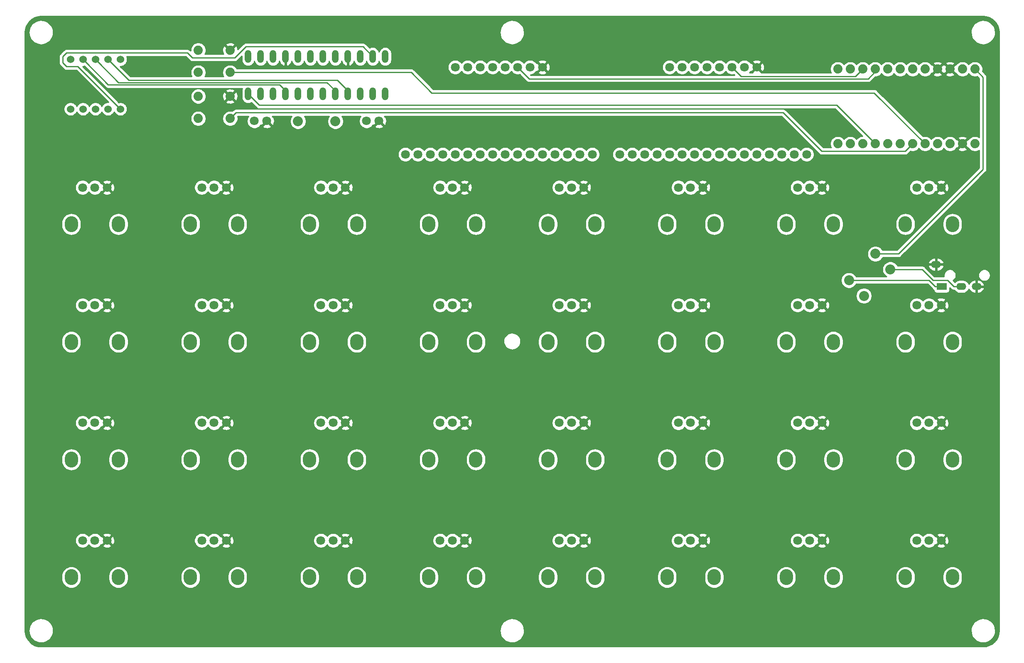
<source format=gbr>
G04 #@! TF.GenerationSoftware,KiCad,Pcbnew,(5.1.2-1)-1*
G04 #@! TF.CreationDate,2020-08-28T09:47:19+03:00*
G04 #@! TF.ProjectId,N32B,4e333242-2e6b-4696-9361-645f70636258,V0.1*
G04 #@! TF.SameCoordinates,Original*
G04 #@! TF.FileFunction,Copper,L2,Bot*
G04 #@! TF.FilePolarity,Positive*
%FSLAX46Y46*%
G04 Gerber Fmt 4.6, Leading zero omitted, Abs format (unit mm)*
G04 Created by KiCad (PCBNEW (5.1.2-1)-1) date 2020-08-28 09:47:19*
%MOMM*%
%LPD*%
G04 APERTURE LIST*
%ADD10C,1.879600*%
%ADD11O,2.000000X1.400000*%
%ADD12R,2.000000X1.400000*%
%ADD13C,1.800000*%
%ADD14O,2.720000X3.240000*%
%ADD15C,2.032000*%
%ADD16C,1.524000*%
%ADD17O,1.320800X2.641600*%
%ADD18C,0.250000*%
%ADD19C,0.254000*%
G04 APERTURE END LIST*
D10*
X222758000Y-49022000D03*
X220218000Y-49022000D03*
X217678000Y-49022000D03*
X215138000Y-49022000D03*
X212598000Y-49022000D03*
X210058000Y-49022000D03*
X207518000Y-49022000D03*
X204978000Y-49022000D03*
X202438000Y-49022000D03*
X199898000Y-49022000D03*
X197358000Y-49022000D03*
X194818000Y-49022000D03*
X194818000Y-33782000D03*
X197358000Y-33782000D03*
X199898000Y-33782000D03*
X202438000Y-33782000D03*
X204978000Y-33782000D03*
X207518000Y-33782000D03*
X210058000Y-33782000D03*
X212598000Y-33782000D03*
X215138000Y-33782000D03*
X217678000Y-33782000D03*
X220218000Y-33782000D03*
X222758000Y-33782000D03*
D11*
X223068000Y-78138000D03*
X219968000Y-78138000D03*
D12*
X215968000Y-78138000D03*
D11*
X214818000Y-73638000D03*
D13*
X75898000Y-44386000D03*
X78438000Y-44386000D03*
X98758000Y-44386000D03*
X101298000Y-44386000D03*
X106680000Y-51196000D03*
X109220000Y-51196000D03*
X111760000Y-51196000D03*
X114300000Y-51196000D03*
X116840000Y-33416000D03*
X116840000Y-51196000D03*
X119380000Y-33416000D03*
X119380000Y-51196000D03*
X121920000Y-33416000D03*
X121920000Y-51196000D03*
X124460000Y-33416000D03*
X124460000Y-51196000D03*
X127000000Y-33416000D03*
X127000000Y-51196000D03*
X129540000Y-33416000D03*
X129540000Y-51196000D03*
X132080000Y-33416000D03*
X132080000Y-51196000D03*
X134620000Y-33416000D03*
X134620000Y-51196000D03*
X137160000Y-51196000D03*
X139700000Y-51196000D03*
X142240000Y-51196000D03*
X144780000Y-51196000D03*
X150368000Y-51196000D03*
X152908000Y-51196000D03*
X155448000Y-51196000D03*
X157988000Y-51196000D03*
X160528000Y-33416000D03*
X160528000Y-51196000D03*
X163068000Y-33416000D03*
X163068000Y-51196000D03*
X165608000Y-33416000D03*
X165608000Y-51196000D03*
X168148000Y-33416000D03*
X168148000Y-51196000D03*
X170688000Y-33416000D03*
X170688000Y-51196000D03*
X173228000Y-33416000D03*
X173228000Y-51196000D03*
X175768000Y-33416000D03*
X175768000Y-51196000D03*
X178308000Y-33416000D03*
X178308000Y-51196000D03*
X180848000Y-51196000D03*
X183388000Y-51196000D03*
X185928000Y-51196000D03*
X188468000Y-51196000D03*
X215882001Y-129940000D03*
X213382001Y-129940000D03*
X210882001Y-129940000D03*
D14*
X208582001Y-137440000D03*
X218182001Y-137440000D03*
D13*
X191596001Y-129940000D03*
X189096001Y-129940000D03*
X186596001Y-129940000D03*
D14*
X184296001Y-137440000D03*
X193896001Y-137440000D03*
D13*
X167310001Y-129940000D03*
X164810001Y-129940000D03*
X162310001Y-129940000D03*
D14*
X160010001Y-137440000D03*
X169610001Y-137440000D03*
D13*
X143024001Y-129940000D03*
X140524001Y-129940000D03*
X138024001Y-129940000D03*
D14*
X135724001Y-137440000D03*
X145324001Y-137440000D03*
D13*
X118738002Y-129940000D03*
X116238002Y-129940000D03*
X113738002Y-129940000D03*
D14*
X111438002Y-137440000D03*
X121038002Y-137440000D03*
D13*
X94452001Y-129940000D03*
X91952001Y-129940000D03*
X89452001Y-129940000D03*
D14*
X87152001Y-137440000D03*
X96752001Y-137440000D03*
D13*
X70166001Y-129940000D03*
X67666001Y-129940000D03*
X65166001Y-129940000D03*
D14*
X62866001Y-137440000D03*
X72466001Y-137440000D03*
D13*
X215882001Y-105939999D03*
X213382001Y-105939999D03*
X210882001Y-105939999D03*
D14*
X208582001Y-113439999D03*
X218182001Y-113439999D03*
D13*
X191596001Y-105939999D03*
X189096001Y-105939999D03*
X186596001Y-105939999D03*
D14*
X184296001Y-113439999D03*
X193896001Y-113439999D03*
D13*
X167310001Y-105939999D03*
X164810001Y-105939999D03*
X162310001Y-105939999D03*
D14*
X160010001Y-113439999D03*
X169610001Y-113439999D03*
D13*
X143024001Y-105939999D03*
X140524001Y-105939999D03*
X138024001Y-105939999D03*
D14*
X135724001Y-113439999D03*
X145324001Y-113439999D03*
D13*
X118738002Y-105939999D03*
X116238002Y-105939999D03*
X113738002Y-105939999D03*
D14*
X111438002Y-113439999D03*
X121038002Y-113439999D03*
D13*
X94452001Y-105939999D03*
X91952001Y-105939999D03*
X89452001Y-105939999D03*
D14*
X87152001Y-113439999D03*
X96752001Y-113439999D03*
D13*
X70166001Y-105939999D03*
X67666001Y-105939999D03*
X65166001Y-105939999D03*
D14*
X62866001Y-113439999D03*
X72466001Y-113439999D03*
D13*
X45880001Y-105939999D03*
X43380001Y-105939999D03*
X40880001Y-105939999D03*
D14*
X38580001Y-113439999D03*
X48180001Y-113439999D03*
D13*
X215882001Y-81939999D03*
X213382001Y-81939999D03*
X210882001Y-81939999D03*
D14*
X208582001Y-89439999D03*
X218182001Y-89439999D03*
D13*
X191596001Y-81939999D03*
X189096001Y-81939999D03*
X186596001Y-81939999D03*
D14*
X184296001Y-89439999D03*
X193896001Y-89439999D03*
D13*
X167310001Y-81939999D03*
X164810001Y-81939999D03*
X162310001Y-81939999D03*
D14*
X160010001Y-89439999D03*
X169610001Y-89439999D03*
D13*
X143024001Y-81939999D03*
X140524001Y-81939999D03*
X138024001Y-81939999D03*
D14*
X135724001Y-89439999D03*
X145324001Y-89439999D03*
D13*
X118738002Y-81939999D03*
X116238002Y-81939999D03*
X113738002Y-81939999D03*
D14*
X111438002Y-89439999D03*
X121038002Y-89439999D03*
D13*
X94452001Y-81939999D03*
X91952001Y-81939999D03*
X89452001Y-81939999D03*
D14*
X87152001Y-89439999D03*
X96752001Y-89439999D03*
D13*
X70166001Y-81939999D03*
X67666001Y-81939999D03*
X65166001Y-81939999D03*
D14*
X62866001Y-89439999D03*
X72466001Y-89439999D03*
D13*
X45880001Y-81939999D03*
X43380001Y-81939999D03*
X40880001Y-81939999D03*
D14*
X38580001Y-89439999D03*
X48180001Y-89439999D03*
D13*
X215882001Y-57940000D03*
X213382001Y-57940000D03*
X210882001Y-57940000D03*
D14*
X208582001Y-65440000D03*
X218182001Y-65440000D03*
D13*
X191596001Y-57940000D03*
X189096001Y-57940000D03*
X186596001Y-57940000D03*
D14*
X184296001Y-65440000D03*
X193896001Y-65440000D03*
D13*
X167310001Y-57940000D03*
X164810001Y-57940000D03*
X162310001Y-57940000D03*
D14*
X160010001Y-65440000D03*
X169610001Y-65440000D03*
D13*
X143024001Y-57940000D03*
X140524001Y-57940000D03*
X138024001Y-57940000D03*
D14*
X135724001Y-65440000D03*
X145324001Y-65440000D03*
D13*
X118738002Y-57940000D03*
X116238002Y-57940000D03*
X113738002Y-57940000D03*
D14*
X111438002Y-65440000D03*
X121038002Y-65440000D03*
D13*
X70166001Y-57940000D03*
X67666001Y-57940000D03*
X65166001Y-57940000D03*
D14*
X62866001Y-65440000D03*
X72466001Y-65440000D03*
D13*
X94452001Y-57940000D03*
X91952001Y-57940000D03*
X89452001Y-57940000D03*
D14*
X87152001Y-65440000D03*
X96752001Y-65440000D03*
D13*
X45880001Y-129940000D03*
X43380001Y-129940000D03*
X40880001Y-129940000D03*
D14*
X38580001Y-137440000D03*
X48180001Y-137440000D03*
D13*
X45880001Y-57940000D03*
X43380001Y-57940000D03*
X40880001Y-57940000D03*
D14*
X38580001Y-65440000D03*
X48180001Y-65440000D03*
D15*
X202465077Y-71473923D03*
X197076923Y-76862077D03*
X200124923Y-80037077D03*
X205513077Y-74648923D03*
D16*
X48588000Y-41952000D03*
X48588000Y-31832000D03*
X46048000Y-41952000D03*
X46048000Y-31832000D03*
X43508000Y-41952000D03*
X43508000Y-31832000D03*
X40968000Y-41952000D03*
X40968000Y-31832000D03*
X38428000Y-41952000D03*
X38428000Y-31832000D03*
D17*
X102568000Y-38862000D03*
X100028000Y-38862000D03*
X97488000Y-38862000D03*
X94948000Y-38862000D03*
X92408000Y-38862000D03*
X89868000Y-38862000D03*
X87328000Y-38862000D03*
X84788000Y-38862000D03*
X82248000Y-38862000D03*
X79708000Y-38862000D03*
X77168000Y-38862000D03*
X74628000Y-38862000D03*
X74628000Y-31242000D03*
X77168000Y-31242000D03*
X79708000Y-31242000D03*
X82248000Y-31242000D03*
X84788000Y-31242000D03*
X87328000Y-31242000D03*
X89868000Y-31242000D03*
X92408000Y-31242000D03*
X94948000Y-31242000D03*
X97488000Y-31242000D03*
X100028000Y-31242000D03*
X102568000Y-31242000D03*
D15*
X84788000Y-44446000D03*
X92408000Y-44446000D03*
D10*
X64450799Y-39351402D03*
X70953199Y-39351402D03*
X64450799Y-43872602D03*
X70953199Y-43872602D03*
X64450800Y-29951402D03*
X70953200Y-29951402D03*
X64450800Y-34472602D03*
X70953200Y-34472602D03*
D18*
X209118201Y-49961799D02*
X210058000Y-49022000D01*
X191516000Y-50546000D02*
X208534000Y-50546000D01*
X183642000Y-42672000D02*
X191516000Y-50546000D01*
X72153801Y-42672000D02*
X183642000Y-42672000D01*
X208534000Y-50546000D02*
X209118201Y-49961799D01*
X70953199Y-43872602D02*
X72153801Y-42672000D01*
X112050999Y-38644999D02*
X107878602Y-34472602D01*
X202220999Y-38644999D02*
X112050999Y-38644999D01*
X107878602Y-34472602D02*
X70953200Y-34472602D01*
X212598000Y-49022000D02*
X202220999Y-38644999D01*
X129540000Y-33416000D02*
X131880011Y-35756011D01*
X131880011Y-35756011D02*
X200971989Y-35756011D01*
X200971989Y-35756011D02*
X202946000Y-33782000D01*
X198374000Y-35306000D02*
X175118000Y-35306000D01*
X199898000Y-33782000D02*
X198374000Y-35306000D01*
X175118000Y-35306000D02*
X173228000Y-33416000D01*
X41729999Y-32593999D02*
X40968000Y-31832000D01*
X81014422Y-36968022D02*
X46104022Y-36968022D01*
X46104022Y-36968022D02*
X41729999Y-32593999D01*
X82248000Y-38201600D02*
X81014422Y-36968022D01*
X82248000Y-38862000D02*
X82248000Y-38201600D01*
X48194011Y-36518011D02*
X44269999Y-32593999D01*
X90724411Y-36518011D02*
X48194011Y-36518011D01*
X92408000Y-38201600D02*
X90724411Y-36518011D01*
X44269999Y-32593999D02*
X43508000Y-31832000D01*
X92408000Y-38862000D02*
X92408000Y-38201600D01*
X92814400Y-36068000D02*
X94948000Y-38201600D01*
X94948000Y-38201600D02*
X94948000Y-38862000D01*
X50284000Y-36068000D02*
X92814400Y-36068000D01*
X46048000Y-31832000D02*
X50284000Y-36068000D01*
X74168000Y-29210000D02*
X98044000Y-29210000D01*
X100028000Y-31194000D02*
X100028000Y-31242000D01*
X71882000Y-31496000D02*
X74168000Y-29210000D01*
X62230000Y-30480000D02*
X63246000Y-31496000D01*
X98044000Y-29210000D02*
X100028000Y-31194000D01*
X36830000Y-31242000D02*
X37592000Y-30480000D01*
X37592000Y-30480000D02*
X62230000Y-30480000D01*
X39910000Y-33274000D02*
X37592000Y-33274000D01*
X37592000Y-33274000D02*
X36830000Y-32512000D01*
X36830000Y-32512000D02*
X36830000Y-31242000D01*
X63246000Y-31496000D02*
X71882000Y-31496000D01*
X48588000Y-41952000D02*
X39910000Y-33274000D01*
X194564000Y-41148000D02*
X201498201Y-48082201D01*
X76914000Y-41148000D02*
X194564000Y-41148000D01*
X201498201Y-48082201D02*
X202438000Y-49022000D01*
X74628000Y-38862000D02*
X76914000Y-41148000D01*
X207164077Y-71473923D02*
X202465077Y-71473923D01*
X224409000Y-54229000D02*
X207164077Y-71473923D01*
X224409000Y-35433000D02*
X224409000Y-54229000D01*
X222758000Y-33782000D02*
X224409000Y-35433000D01*
X213387077Y-76862077D02*
X197076923Y-76862077D01*
X214663000Y-78138000D02*
X213387077Y-76862077D01*
X215968000Y-78138000D02*
X214663000Y-78138000D01*
X217170000Y-76835000D02*
X218473000Y-78138000D01*
X218473000Y-78138000D02*
X219968000Y-78138000D01*
X205513077Y-74648923D02*
X211990077Y-74648923D01*
X211990077Y-74648923D02*
X214176154Y-76835000D01*
X214176154Y-76835000D02*
X217170000Y-76835000D01*
D19*
G36*
X224380064Y-23047001D02*
G01*
X225049490Y-23112639D01*
X225658853Y-23296617D01*
X226220875Y-23595449D01*
X226714148Y-23997754D01*
X227119886Y-24488207D01*
X227422634Y-25048129D01*
X227610860Y-25656189D01*
X227681000Y-26323523D01*
X227681001Y-148276144D01*
X227615362Y-148945589D01*
X227431383Y-149554955D01*
X227132553Y-150116971D01*
X226730250Y-150610245D01*
X226239795Y-151015984D01*
X225679873Y-151318734D01*
X225071793Y-151506966D01*
X224405749Y-151577000D01*
X32451945Y-151577000D01*
X31782511Y-151511362D01*
X31173145Y-151327383D01*
X30611129Y-151028553D01*
X30117855Y-150626250D01*
X29712116Y-150135795D01*
X29409366Y-149575873D01*
X29221140Y-148967811D01*
X29155888Y-148346975D01*
X29911244Y-148346975D01*
X29965740Y-148832819D01*
X30113566Y-149298824D01*
X30349091Y-149727242D01*
X30663343Y-150101754D01*
X31044354Y-150408095D01*
X31477610Y-150634596D01*
X31946610Y-150772630D01*
X32433488Y-150816939D01*
X32919700Y-150765836D01*
X33386727Y-150621267D01*
X33816778Y-150388739D01*
X34193475Y-150077109D01*
X34502468Y-149698246D01*
X34731988Y-149266581D01*
X34873293Y-148798557D01*
X34917570Y-148346975D01*
X125911245Y-148346975D01*
X125965741Y-148832819D01*
X126113567Y-149298824D01*
X126349092Y-149727242D01*
X126663344Y-150101753D01*
X127044355Y-150408094D01*
X127477611Y-150634595D01*
X127946610Y-150772629D01*
X128433488Y-150816938D01*
X128919700Y-150765835D01*
X129386726Y-150621266D01*
X129816778Y-150388738D01*
X130193474Y-150077108D01*
X130502467Y-149698245D01*
X130731987Y-149266581D01*
X130873292Y-148798557D01*
X130917569Y-148346975D01*
X221911244Y-148346975D01*
X221965740Y-148832819D01*
X222113566Y-149298824D01*
X222349091Y-149727242D01*
X222663343Y-150101754D01*
X223044354Y-150408095D01*
X223477610Y-150634596D01*
X223946610Y-150772630D01*
X224433488Y-150816939D01*
X224919700Y-150765836D01*
X225386727Y-150621267D01*
X225816778Y-150388739D01*
X226193475Y-150077109D01*
X226502468Y-149698246D01*
X226731988Y-149266581D01*
X226873293Y-148798557D01*
X226921000Y-148312000D01*
X226920023Y-148242056D01*
X226858749Y-147757021D01*
X226704431Y-147293125D01*
X226462948Y-146868037D01*
X226143497Y-146497949D01*
X225758246Y-146196959D01*
X225321870Y-145976529D01*
X224850989Y-145845057D01*
X224363539Y-145807549D01*
X223878088Y-145865436D01*
X223413126Y-146016511D01*
X222986363Y-146255021D01*
X222614054Y-146571881D01*
X222310381Y-146955021D01*
X222086910Y-147389848D01*
X221952153Y-147859800D01*
X221911244Y-148346975D01*
X130917569Y-148346975D01*
X130920999Y-148312000D01*
X130920022Y-148242056D01*
X130858748Y-147757021D01*
X130704430Y-147293125D01*
X130462947Y-146868038D01*
X130143496Y-146497950D01*
X129758246Y-146196959D01*
X129321869Y-145976530D01*
X128850989Y-145845058D01*
X128363539Y-145807550D01*
X127878088Y-145865437D01*
X127413126Y-146016512D01*
X126986363Y-146255022D01*
X126614055Y-146571881D01*
X126310381Y-146955021D01*
X126086911Y-147389848D01*
X125952154Y-147859800D01*
X125911245Y-148346975D01*
X34917570Y-148346975D01*
X34921000Y-148312000D01*
X34920023Y-148242056D01*
X34858749Y-147757021D01*
X34704431Y-147293125D01*
X34462948Y-146868037D01*
X34143497Y-146497949D01*
X33758246Y-146196959D01*
X33321870Y-145976529D01*
X32850989Y-145845057D01*
X32363539Y-145807549D01*
X31878088Y-145865436D01*
X31413126Y-146016511D01*
X30986363Y-146255021D01*
X30614054Y-146571881D01*
X30310381Y-146955021D01*
X30086910Y-147389848D01*
X29952153Y-147859800D01*
X29911244Y-148346975D01*
X29155888Y-148346975D01*
X29151000Y-148300478D01*
X29151000Y-137082003D01*
X36585001Y-137082003D01*
X36585001Y-137797998D01*
X36613868Y-138091088D01*
X36727944Y-138467147D01*
X36913194Y-138813725D01*
X37162499Y-139117503D01*
X37466277Y-139366807D01*
X37812855Y-139552057D01*
X38188914Y-139666133D01*
X38580001Y-139704652D01*
X38971089Y-139666133D01*
X39347148Y-139552057D01*
X39693726Y-139366807D01*
X39997504Y-139117503D01*
X40246808Y-138813725D01*
X40432058Y-138467147D01*
X40546134Y-138091087D01*
X40575001Y-137797997D01*
X40575001Y-137082003D01*
X46185001Y-137082003D01*
X46185001Y-137797998D01*
X46213868Y-138091088D01*
X46327944Y-138467147D01*
X46513194Y-138813725D01*
X46762499Y-139117503D01*
X47066277Y-139366807D01*
X47412855Y-139552057D01*
X47788914Y-139666133D01*
X48180001Y-139704652D01*
X48571089Y-139666133D01*
X48947148Y-139552057D01*
X49293726Y-139366807D01*
X49597504Y-139117503D01*
X49846808Y-138813725D01*
X50032058Y-138467147D01*
X50146134Y-138091087D01*
X50175001Y-137797997D01*
X50175001Y-137082003D01*
X60871001Y-137082003D01*
X60871001Y-137797998D01*
X60899868Y-138091088D01*
X61013944Y-138467147D01*
X61199194Y-138813725D01*
X61448499Y-139117503D01*
X61752277Y-139366807D01*
X62098855Y-139552057D01*
X62474914Y-139666133D01*
X62866001Y-139704652D01*
X63257089Y-139666133D01*
X63633148Y-139552057D01*
X63979726Y-139366807D01*
X64283504Y-139117503D01*
X64532808Y-138813725D01*
X64718058Y-138467147D01*
X64832134Y-138091087D01*
X64861001Y-137797997D01*
X64861001Y-137082003D01*
X70471001Y-137082003D01*
X70471001Y-137797998D01*
X70499868Y-138091088D01*
X70613944Y-138467147D01*
X70799194Y-138813725D01*
X71048499Y-139117503D01*
X71352277Y-139366807D01*
X71698855Y-139552057D01*
X72074914Y-139666133D01*
X72466001Y-139704652D01*
X72857089Y-139666133D01*
X73233148Y-139552057D01*
X73579726Y-139366807D01*
X73883504Y-139117503D01*
X74132808Y-138813725D01*
X74318058Y-138467147D01*
X74432134Y-138091087D01*
X74461001Y-137797997D01*
X74461001Y-137082003D01*
X85157001Y-137082003D01*
X85157001Y-137797998D01*
X85185868Y-138091088D01*
X85299944Y-138467147D01*
X85485194Y-138813725D01*
X85734499Y-139117503D01*
X86038277Y-139366807D01*
X86384855Y-139552057D01*
X86760914Y-139666133D01*
X87152001Y-139704652D01*
X87543089Y-139666133D01*
X87919148Y-139552057D01*
X88265726Y-139366807D01*
X88569504Y-139117503D01*
X88818808Y-138813725D01*
X89004058Y-138467147D01*
X89118134Y-138091087D01*
X89147001Y-137797997D01*
X89147001Y-137082003D01*
X94757001Y-137082003D01*
X94757001Y-137797998D01*
X94785868Y-138091088D01*
X94899944Y-138467147D01*
X95085194Y-138813725D01*
X95334499Y-139117503D01*
X95638277Y-139366807D01*
X95984855Y-139552057D01*
X96360914Y-139666133D01*
X96752001Y-139704652D01*
X97143089Y-139666133D01*
X97519148Y-139552057D01*
X97865726Y-139366807D01*
X98169504Y-139117503D01*
X98418808Y-138813725D01*
X98604058Y-138467147D01*
X98718134Y-138091087D01*
X98747001Y-137797997D01*
X98747001Y-137082003D01*
X109443002Y-137082003D01*
X109443002Y-137797998D01*
X109471869Y-138091088D01*
X109585945Y-138467147D01*
X109771195Y-138813725D01*
X110020500Y-139117503D01*
X110324278Y-139366807D01*
X110670856Y-139552057D01*
X111046915Y-139666133D01*
X111438002Y-139704652D01*
X111829090Y-139666133D01*
X112205149Y-139552057D01*
X112551727Y-139366807D01*
X112855505Y-139117503D01*
X113104809Y-138813725D01*
X113290059Y-138467147D01*
X113404135Y-138091087D01*
X113433002Y-137797997D01*
X113433002Y-137082003D01*
X119043002Y-137082003D01*
X119043002Y-137797998D01*
X119071869Y-138091088D01*
X119185945Y-138467147D01*
X119371195Y-138813725D01*
X119620500Y-139117503D01*
X119924278Y-139366807D01*
X120270856Y-139552057D01*
X120646915Y-139666133D01*
X121038002Y-139704652D01*
X121429090Y-139666133D01*
X121805149Y-139552057D01*
X122151727Y-139366807D01*
X122455505Y-139117503D01*
X122704809Y-138813725D01*
X122890059Y-138467147D01*
X123004135Y-138091087D01*
X123033002Y-137797997D01*
X123033002Y-137082003D01*
X133729001Y-137082003D01*
X133729001Y-137797998D01*
X133757868Y-138091088D01*
X133871944Y-138467147D01*
X134057194Y-138813725D01*
X134306499Y-139117503D01*
X134610277Y-139366807D01*
X134956855Y-139552057D01*
X135332914Y-139666133D01*
X135724001Y-139704652D01*
X136115089Y-139666133D01*
X136491148Y-139552057D01*
X136837726Y-139366807D01*
X137141504Y-139117503D01*
X137390808Y-138813725D01*
X137576058Y-138467147D01*
X137690134Y-138091087D01*
X137719001Y-137797997D01*
X137719001Y-137082003D01*
X143329001Y-137082003D01*
X143329001Y-137797998D01*
X143357868Y-138091088D01*
X143471944Y-138467147D01*
X143657194Y-138813725D01*
X143906499Y-139117503D01*
X144210277Y-139366807D01*
X144556855Y-139552057D01*
X144932914Y-139666133D01*
X145324001Y-139704652D01*
X145715089Y-139666133D01*
X146091148Y-139552057D01*
X146437726Y-139366807D01*
X146741504Y-139117503D01*
X146990808Y-138813725D01*
X147176058Y-138467147D01*
X147290134Y-138091087D01*
X147319001Y-137797997D01*
X147319001Y-137082003D01*
X158015001Y-137082003D01*
X158015001Y-137797998D01*
X158043868Y-138091088D01*
X158157944Y-138467147D01*
X158343194Y-138813725D01*
X158592499Y-139117503D01*
X158896277Y-139366807D01*
X159242855Y-139552057D01*
X159618914Y-139666133D01*
X160010001Y-139704652D01*
X160401089Y-139666133D01*
X160777148Y-139552057D01*
X161123726Y-139366807D01*
X161427504Y-139117503D01*
X161676808Y-138813725D01*
X161862058Y-138467147D01*
X161976134Y-138091087D01*
X162005001Y-137797997D01*
X162005001Y-137082003D01*
X167615001Y-137082003D01*
X167615001Y-137797998D01*
X167643868Y-138091088D01*
X167757944Y-138467147D01*
X167943194Y-138813725D01*
X168192499Y-139117503D01*
X168496277Y-139366807D01*
X168842855Y-139552057D01*
X169218914Y-139666133D01*
X169610001Y-139704652D01*
X170001089Y-139666133D01*
X170377148Y-139552057D01*
X170723726Y-139366807D01*
X171027504Y-139117503D01*
X171276808Y-138813725D01*
X171462058Y-138467147D01*
X171576134Y-138091087D01*
X171605001Y-137797997D01*
X171605001Y-137082003D01*
X182301001Y-137082003D01*
X182301001Y-137797998D01*
X182329868Y-138091088D01*
X182443944Y-138467147D01*
X182629194Y-138813725D01*
X182878499Y-139117503D01*
X183182277Y-139366807D01*
X183528855Y-139552057D01*
X183904914Y-139666133D01*
X184296001Y-139704652D01*
X184687089Y-139666133D01*
X185063148Y-139552057D01*
X185409726Y-139366807D01*
X185713504Y-139117503D01*
X185962808Y-138813725D01*
X186148058Y-138467147D01*
X186262134Y-138091087D01*
X186291001Y-137797997D01*
X186291001Y-137082003D01*
X191901001Y-137082003D01*
X191901001Y-137797998D01*
X191929868Y-138091088D01*
X192043944Y-138467147D01*
X192229194Y-138813725D01*
X192478499Y-139117503D01*
X192782277Y-139366807D01*
X193128855Y-139552057D01*
X193504914Y-139666133D01*
X193896001Y-139704652D01*
X194287089Y-139666133D01*
X194663148Y-139552057D01*
X195009726Y-139366807D01*
X195313504Y-139117503D01*
X195562808Y-138813725D01*
X195748058Y-138467147D01*
X195862134Y-138091087D01*
X195891001Y-137797997D01*
X195891001Y-137082003D01*
X206587001Y-137082003D01*
X206587001Y-137797998D01*
X206615868Y-138091088D01*
X206729944Y-138467147D01*
X206915194Y-138813725D01*
X207164499Y-139117503D01*
X207468277Y-139366807D01*
X207814855Y-139552057D01*
X208190914Y-139666133D01*
X208582001Y-139704652D01*
X208973089Y-139666133D01*
X209349148Y-139552057D01*
X209695726Y-139366807D01*
X209999504Y-139117503D01*
X210248808Y-138813725D01*
X210434058Y-138467147D01*
X210548134Y-138091087D01*
X210577001Y-137797997D01*
X210577001Y-137082003D01*
X216187001Y-137082003D01*
X216187001Y-137797998D01*
X216215868Y-138091088D01*
X216329944Y-138467147D01*
X216515194Y-138813725D01*
X216764499Y-139117503D01*
X217068277Y-139366807D01*
X217414855Y-139552057D01*
X217790914Y-139666133D01*
X218182001Y-139704652D01*
X218573089Y-139666133D01*
X218949148Y-139552057D01*
X219295726Y-139366807D01*
X219599504Y-139117503D01*
X219848808Y-138813725D01*
X220034058Y-138467147D01*
X220148134Y-138091087D01*
X220177001Y-137797997D01*
X220177001Y-137082002D01*
X220148134Y-136788912D01*
X220034058Y-136412853D01*
X219848808Y-136066275D01*
X219599504Y-135762497D01*
X219295726Y-135513193D01*
X218949147Y-135327943D01*
X218573088Y-135213867D01*
X218182001Y-135175348D01*
X217790913Y-135213867D01*
X217414854Y-135327943D01*
X217068276Y-135513193D01*
X216764498Y-135762497D01*
X216515194Y-136066275D01*
X216329944Y-136412854D01*
X216215868Y-136788913D01*
X216187001Y-137082003D01*
X210577001Y-137082003D01*
X210577001Y-137082002D01*
X210548134Y-136788912D01*
X210434058Y-136412853D01*
X210248808Y-136066275D01*
X209999504Y-135762497D01*
X209695726Y-135513193D01*
X209349147Y-135327943D01*
X208973088Y-135213867D01*
X208582001Y-135175348D01*
X208190913Y-135213867D01*
X207814854Y-135327943D01*
X207468276Y-135513193D01*
X207164498Y-135762497D01*
X206915194Y-136066275D01*
X206729944Y-136412854D01*
X206615868Y-136788913D01*
X206587001Y-137082003D01*
X195891001Y-137082003D01*
X195891001Y-137082002D01*
X195862134Y-136788912D01*
X195748058Y-136412853D01*
X195562808Y-136066275D01*
X195313504Y-135762497D01*
X195009726Y-135513193D01*
X194663147Y-135327943D01*
X194287088Y-135213867D01*
X193896001Y-135175348D01*
X193504913Y-135213867D01*
X193128854Y-135327943D01*
X192782276Y-135513193D01*
X192478498Y-135762497D01*
X192229194Y-136066275D01*
X192043944Y-136412854D01*
X191929868Y-136788913D01*
X191901001Y-137082003D01*
X186291001Y-137082003D01*
X186291001Y-137082002D01*
X186262134Y-136788912D01*
X186148058Y-136412853D01*
X185962808Y-136066275D01*
X185713504Y-135762497D01*
X185409726Y-135513193D01*
X185063147Y-135327943D01*
X184687088Y-135213867D01*
X184296001Y-135175348D01*
X183904913Y-135213867D01*
X183528854Y-135327943D01*
X183182276Y-135513193D01*
X182878498Y-135762497D01*
X182629194Y-136066275D01*
X182443944Y-136412854D01*
X182329868Y-136788913D01*
X182301001Y-137082003D01*
X171605001Y-137082003D01*
X171605001Y-137082002D01*
X171576134Y-136788912D01*
X171462058Y-136412853D01*
X171276808Y-136066275D01*
X171027504Y-135762497D01*
X170723726Y-135513193D01*
X170377147Y-135327943D01*
X170001088Y-135213867D01*
X169610001Y-135175348D01*
X169218913Y-135213867D01*
X168842854Y-135327943D01*
X168496276Y-135513193D01*
X168192498Y-135762497D01*
X167943194Y-136066275D01*
X167757944Y-136412854D01*
X167643868Y-136788913D01*
X167615001Y-137082003D01*
X162005001Y-137082003D01*
X162005001Y-137082002D01*
X161976134Y-136788912D01*
X161862058Y-136412853D01*
X161676808Y-136066275D01*
X161427504Y-135762497D01*
X161123726Y-135513193D01*
X160777147Y-135327943D01*
X160401088Y-135213867D01*
X160010001Y-135175348D01*
X159618913Y-135213867D01*
X159242854Y-135327943D01*
X158896276Y-135513193D01*
X158592498Y-135762497D01*
X158343194Y-136066275D01*
X158157944Y-136412854D01*
X158043868Y-136788913D01*
X158015001Y-137082003D01*
X147319001Y-137082003D01*
X147319001Y-137082002D01*
X147290134Y-136788912D01*
X147176058Y-136412853D01*
X146990808Y-136066275D01*
X146741504Y-135762497D01*
X146437726Y-135513193D01*
X146091147Y-135327943D01*
X145715088Y-135213867D01*
X145324001Y-135175348D01*
X144932913Y-135213867D01*
X144556854Y-135327943D01*
X144210276Y-135513193D01*
X143906498Y-135762497D01*
X143657194Y-136066275D01*
X143471944Y-136412854D01*
X143357868Y-136788913D01*
X143329001Y-137082003D01*
X137719001Y-137082003D01*
X137719001Y-137082002D01*
X137690134Y-136788912D01*
X137576058Y-136412853D01*
X137390808Y-136066275D01*
X137141504Y-135762497D01*
X136837726Y-135513193D01*
X136491147Y-135327943D01*
X136115088Y-135213867D01*
X135724001Y-135175348D01*
X135332913Y-135213867D01*
X134956854Y-135327943D01*
X134610276Y-135513193D01*
X134306498Y-135762497D01*
X134057194Y-136066275D01*
X133871944Y-136412854D01*
X133757868Y-136788913D01*
X133729001Y-137082003D01*
X123033002Y-137082003D01*
X123033002Y-137082002D01*
X123004135Y-136788912D01*
X122890059Y-136412853D01*
X122704809Y-136066275D01*
X122455505Y-135762497D01*
X122151727Y-135513193D01*
X121805148Y-135327943D01*
X121429089Y-135213867D01*
X121038002Y-135175348D01*
X120646914Y-135213867D01*
X120270855Y-135327943D01*
X119924277Y-135513193D01*
X119620499Y-135762497D01*
X119371195Y-136066275D01*
X119185945Y-136412854D01*
X119071869Y-136788913D01*
X119043002Y-137082003D01*
X113433002Y-137082003D01*
X113433002Y-137082002D01*
X113404135Y-136788912D01*
X113290059Y-136412853D01*
X113104809Y-136066275D01*
X112855505Y-135762497D01*
X112551727Y-135513193D01*
X112205148Y-135327943D01*
X111829089Y-135213867D01*
X111438002Y-135175348D01*
X111046914Y-135213867D01*
X110670855Y-135327943D01*
X110324277Y-135513193D01*
X110020499Y-135762497D01*
X109771195Y-136066275D01*
X109585945Y-136412854D01*
X109471869Y-136788913D01*
X109443002Y-137082003D01*
X98747001Y-137082003D01*
X98747001Y-137082002D01*
X98718134Y-136788912D01*
X98604058Y-136412853D01*
X98418808Y-136066275D01*
X98169504Y-135762497D01*
X97865726Y-135513193D01*
X97519147Y-135327943D01*
X97143088Y-135213867D01*
X96752001Y-135175348D01*
X96360913Y-135213867D01*
X95984854Y-135327943D01*
X95638276Y-135513193D01*
X95334498Y-135762497D01*
X95085194Y-136066275D01*
X94899944Y-136412854D01*
X94785868Y-136788913D01*
X94757001Y-137082003D01*
X89147001Y-137082003D01*
X89147001Y-137082002D01*
X89118134Y-136788912D01*
X89004058Y-136412853D01*
X88818808Y-136066275D01*
X88569504Y-135762497D01*
X88265726Y-135513193D01*
X87919147Y-135327943D01*
X87543088Y-135213867D01*
X87152001Y-135175348D01*
X86760913Y-135213867D01*
X86384854Y-135327943D01*
X86038276Y-135513193D01*
X85734498Y-135762497D01*
X85485194Y-136066275D01*
X85299944Y-136412854D01*
X85185868Y-136788913D01*
X85157001Y-137082003D01*
X74461001Y-137082003D01*
X74461001Y-137082002D01*
X74432134Y-136788912D01*
X74318058Y-136412853D01*
X74132808Y-136066275D01*
X73883504Y-135762497D01*
X73579726Y-135513193D01*
X73233147Y-135327943D01*
X72857088Y-135213867D01*
X72466001Y-135175348D01*
X72074913Y-135213867D01*
X71698854Y-135327943D01*
X71352276Y-135513193D01*
X71048498Y-135762497D01*
X70799194Y-136066275D01*
X70613944Y-136412854D01*
X70499868Y-136788913D01*
X70471001Y-137082003D01*
X64861001Y-137082003D01*
X64861001Y-137082002D01*
X64832134Y-136788912D01*
X64718058Y-136412853D01*
X64532808Y-136066275D01*
X64283504Y-135762497D01*
X63979726Y-135513193D01*
X63633147Y-135327943D01*
X63257088Y-135213867D01*
X62866001Y-135175348D01*
X62474913Y-135213867D01*
X62098854Y-135327943D01*
X61752276Y-135513193D01*
X61448498Y-135762497D01*
X61199194Y-136066275D01*
X61013944Y-136412854D01*
X60899868Y-136788913D01*
X60871001Y-137082003D01*
X50175001Y-137082003D01*
X50175001Y-137082002D01*
X50146134Y-136788912D01*
X50032058Y-136412853D01*
X49846808Y-136066275D01*
X49597504Y-135762497D01*
X49293726Y-135513193D01*
X48947147Y-135327943D01*
X48571088Y-135213867D01*
X48180001Y-135175348D01*
X47788913Y-135213867D01*
X47412854Y-135327943D01*
X47066276Y-135513193D01*
X46762498Y-135762497D01*
X46513194Y-136066275D01*
X46327944Y-136412854D01*
X46213868Y-136788913D01*
X46185001Y-137082003D01*
X40575001Y-137082003D01*
X40575001Y-137082002D01*
X40546134Y-136788912D01*
X40432058Y-136412853D01*
X40246808Y-136066275D01*
X39997504Y-135762497D01*
X39693726Y-135513193D01*
X39347147Y-135327943D01*
X38971088Y-135213867D01*
X38580001Y-135175348D01*
X38188913Y-135213867D01*
X37812854Y-135327943D01*
X37466276Y-135513193D01*
X37162498Y-135762497D01*
X36913194Y-136066275D01*
X36727944Y-136412854D01*
X36613868Y-136788913D01*
X36585001Y-137082003D01*
X29151000Y-137082003D01*
X29151000Y-129788816D01*
X39345001Y-129788816D01*
X39345001Y-130091184D01*
X39403990Y-130387743D01*
X39519702Y-130667095D01*
X39687689Y-130918505D01*
X39901496Y-131132312D01*
X40152906Y-131300299D01*
X40432258Y-131416011D01*
X40728817Y-131475000D01*
X41031185Y-131475000D01*
X41327744Y-131416011D01*
X41607096Y-131300299D01*
X41858506Y-131132312D01*
X42072313Y-130918505D01*
X42130001Y-130832169D01*
X42187689Y-130918505D01*
X42401496Y-131132312D01*
X42652906Y-131300299D01*
X42932258Y-131416011D01*
X43228817Y-131475000D01*
X43531185Y-131475000D01*
X43827744Y-131416011D01*
X44107096Y-131300299D01*
X44358506Y-131132312D01*
X44486738Y-131004080D01*
X44995526Y-131004080D01*
X45079209Y-131258261D01*
X45351776Y-131389158D01*
X45644643Y-131464365D01*
X45946554Y-131480991D01*
X46245908Y-131438397D01*
X46531200Y-131338222D01*
X46680793Y-131258261D01*
X46764476Y-131004080D01*
X45880001Y-130119605D01*
X44995526Y-131004080D01*
X44486738Y-131004080D01*
X44572313Y-130918505D01*
X44667739Y-130775690D01*
X44815921Y-130824475D01*
X45700396Y-129940000D01*
X46059606Y-129940000D01*
X46944081Y-130824475D01*
X47198262Y-130740792D01*
X47329159Y-130468225D01*
X47404366Y-130175358D01*
X47420992Y-129873447D01*
X47408951Y-129788816D01*
X63631001Y-129788816D01*
X63631001Y-130091184D01*
X63689990Y-130387743D01*
X63805702Y-130667095D01*
X63973689Y-130918505D01*
X64187496Y-131132312D01*
X64438906Y-131300299D01*
X64718258Y-131416011D01*
X65014817Y-131475000D01*
X65317185Y-131475000D01*
X65613744Y-131416011D01*
X65893096Y-131300299D01*
X66144506Y-131132312D01*
X66358313Y-130918505D01*
X66416001Y-130832169D01*
X66473689Y-130918505D01*
X66687496Y-131132312D01*
X66938906Y-131300299D01*
X67218258Y-131416011D01*
X67514817Y-131475000D01*
X67817185Y-131475000D01*
X68113744Y-131416011D01*
X68393096Y-131300299D01*
X68644506Y-131132312D01*
X68772738Y-131004080D01*
X69281526Y-131004080D01*
X69365209Y-131258261D01*
X69637776Y-131389158D01*
X69930643Y-131464365D01*
X70232554Y-131480991D01*
X70531908Y-131438397D01*
X70817200Y-131338222D01*
X70966793Y-131258261D01*
X71050476Y-131004080D01*
X70166001Y-130119605D01*
X69281526Y-131004080D01*
X68772738Y-131004080D01*
X68858313Y-130918505D01*
X68953739Y-130775690D01*
X69101921Y-130824475D01*
X69986396Y-129940000D01*
X70345606Y-129940000D01*
X71230081Y-130824475D01*
X71484262Y-130740792D01*
X71615159Y-130468225D01*
X71690366Y-130175358D01*
X71706992Y-129873447D01*
X71694951Y-129788816D01*
X87917001Y-129788816D01*
X87917001Y-130091184D01*
X87975990Y-130387743D01*
X88091702Y-130667095D01*
X88259689Y-130918505D01*
X88473496Y-131132312D01*
X88724906Y-131300299D01*
X89004258Y-131416011D01*
X89300817Y-131475000D01*
X89603185Y-131475000D01*
X89899744Y-131416011D01*
X90179096Y-131300299D01*
X90430506Y-131132312D01*
X90644313Y-130918505D01*
X90702001Y-130832169D01*
X90759689Y-130918505D01*
X90973496Y-131132312D01*
X91224906Y-131300299D01*
X91504258Y-131416011D01*
X91800817Y-131475000D01*
X92103185Y-131475000D01*
X92399744Y-131416011D01*
X92679096Y-131300299D01*
X92930506Y-131132312D01*
X93058738Y-131004080D01*
X93567526Y-131004080D01*
X93651209Y-131258261D01*
X93923776Y-131389158D01*
X94216643Y-131464365D01*
X94518554Y-131480991D01*
X94817908Y-131438397D01*
X95103200Y-131338222D01*
X95252793Y-131258261D01*
X95336476Y-131004080D01*
X94452001Y-130119605D01*
X93567526Y-131004080D01*
X93058738Y-131004080D01*
X93144313Y-130918505D01*
X93239739Y-130775690D01*
X93387921Y-130824475D01*
X94272396Y-129940000D01*
X94631606Y-129940000D01*
X95516081Y-130824475D01*
X95770262Y-130740792D01*
X95901159Y-130468225D01*
X95976366Y-130175358D01*
X95992992Y-129873447D01*
X95980951Y-129788816D01*
X112203002Y-129788816D01*
X112203002Y-130091184D01*
X112261991Y-130387743D01*
X112377703Y-130667095D01*
X112545690Y-130918505D01*
X112759497Y-131132312D01*
X113010907Y-131300299D01*
X113290259Y-131416011D01*
X113586818Y-131475000D01*
X113889186Y-131475000D01*
X114185745Y-131416011D01*
X114465097Y-131300299D01*
X114716507Y-131132312D01*
X114930314Y-130918505D01*
X114988002Y-130832169D01*
X115045690Y-130918505D01*
X115259497Y-131132312D01*
X115510907Y-131300299D01*
X115790259Y-131416011D01*
X116086818Y-131475000D01*
X116389186Y-131475000D01*
X116685745Y-131416011D01*
X116965097Y-131300299D01*
X117216507Y-131132312D01*
X117344739Y-131004080D01*
X117853527Y-131004080D01*
X117937210Y-131258261D01*
X118209777Y-131389158D01*
X118502644Y-131464365D01*
X118804555Y-131480991D01*
X119103909Y-131438397D01*
X119389201Y-131338222D01*
X119538794Y-131258261D01*
X119622477Y-131004080D01*
X118738002Y-130119605D01*
X117853527Y-131004080D01*
X117344739Y-131004080D01*
X117430314Y-130918505D01*
X117525740Y-130775690D01*
X117673922Y-130824475D01*
X118558397Y-129940000D01*
X118917607Y-129940000D01*
X119802082Y-130824475D01*
X120056263Y-130740792D01*
X120187160Y-130468225D01*
X120262367Y-130175358D01*
X120278993Y-129873447D01*
X120266952Y-129788816D01*
X136489001Y-129788816D01*
X136489001Y-130091184D01*
X136547990Y-130387743D01*
X136663702Y-130667095D01*
X136831689Y-130918505D01*
X137045496Y-131132312D01*
X137296906Y-131300299D01*
X137576258Y-131416011D01*
X137872817Y-131475000D01*
X138175185Y-131475000D01*
X138471744Y-131416011D01*
X138751096Y-131300299D01*
X139002506Y-131132312D01*
X139216313Y-130918505D01*
X139274001Y-130832169D01*
X139331689Y-130918505D01*
X139545496Y-131132312D01*
X139796906Y-131300299D01*
X140076258Y-131416011D01*
X140372817Y-131475000D01*
X140675185Y-131475000D01*
X140971744Y-131416011D01*
X141251096Y-131300299D01*
X141502506Y-131132312D01*
X141630738Y-131004080D01*
X142139526Y-131004080D01*
X142223209Y-131258261D01*
X142495776Y-131389158D01*
X142788643Y-131464365D01*
X143090554Y-131480991D01*
X143389908Y-131438397D01*
X143675200Y-131338222D01*
X143824793Y-131258261D01*
X143908476Y-131004080D01*
X143024001Y-130119605D01*
X142139526Y-131004080D01*
X141630738Y-131004080D01*
X141716313Y-130918505D01*
X141811739Y-130775690D01*
X141959921Y-130824475D01*
X142844396Y-129940000D01*
X143203606Y-129940000D01*
X144088081Y-130824475D01*
X144342262Y-130740792D01*
X144473159Y-130468225D01*
X144548366Y-130175358D01*
X144564992Y-129873447D01*
X144552951Y-129788816D01*
X160775001Y-129788816D01*
X160775001Y-130091184D01*
X160833990Y-130387743D01*
X160949702Y-130667095D01*
X161117689Y-130918505D01*
X161331496Y-131132312D01*
X161582906Y-131300299D01*
X161862258Y-131416011D01*
X162158817Y-131475000D01*
X162461185Y-131475000D01*
X162757744Y-131416011D01*
X163037096Y-131300299D01*
X163288506Y-131132312D01*
X163502313Y-130918505D01*
X163560001Y-130832169D01*
X163617689Y-130918505D01*
X163831496Y-131132312D01*
X164082906Y-131300299D01*
X164362258Y-131416011D01*
X164658817Y-131475000D01*
X164961185Y-131475000D01*
X165257744Y-131416011D01*
X165537096Y-131300299D01*
X165788506Y-131132312D01*
X165916738Y-131004080D01*
X166425526Y-131004080D01*
X166509209Y-131258261D01*
X166781776Y-131389158D01*
X167074643Y-131464365D01*
X167376554Y-131480991D01*
X167675908Y-131438397D01*
X167961200Y-131338222D01*
X168110793Y-131258261D01*
X168194476Y-131004080D01*
X167310001Y-130119605D01*
X166425526Y-131004080D01*
X165916738Y-131004080D01*
X166002313Y-130918505D01*
X166097739Y-130775690D01*
X166245921Y-130824475D01*
X167130396Y-129940000D01*
X167489606Y-129940000D01*
X168374081Y-130824475D01*
X168628262Y-130740792D01*
X168759159Y-130468225D01*
X168834366Y-130175358D01*
X168850992Y-129873447D01*
X168838951Y-129788816D01*
X185061001Y-129788816D01*
X185061001Y-130091184D01*
X185119990Y-130387743D01*
X185235702Y-130667095D01*
X185403689Y-130918505D01*
X185617496Y-131132312D01*
X185868906Y-131300299D01*
X186148258Y-131416011D01*
X186444817Y-131475000D01*
X186747185Y-131475000D01*
X187043744Y-131416011D01*
X187323096Y-131300299D01*
X187574506Y-131132312D01*
X187788313Y-130918505D01*
X187846001Y-130832169D01*
X187903689Y-130918505D01*
X188117496Y-131132312D01*
X188368906Y-131300299D01*
X188648258Y-131416011D01*
X188944817Y-131475000D01*
X189247185Y-131475000D01*
X189543744Y-131416011D01*
X189823096Y-131300299D01*
X190074506Y-131132312D01*
X190202738Y-131004080D01*
X190711526Y-131004080D01*
X190795209Y-131258261D01*
X191067776Y-131389158D01*
X191360643Y-131464365D01*
X191662554Y-131480991D01*
X191961908Y-131438397D01*
X192247200Y-131338222D01*
X192396793Y-131258261D01*
X192480476Y-131004080D01*
X191596001Y-130119605D01*
X190711526Y-131004080D01*
X190202738Y-131004080D01*
X190288313Y-130918505D01*
X190383739Y-130775690D01*
X190531921Y-130824475D01*
X191416396Y-129940000D01*
X191775606Y-129940000D01*
X192660081Y-130824475D01*
X192914262Y-130740792D01*
X193045159Y-130468225D01*
X193120366Y-130175358D01*
X193136992Y-129873447D01*
X193124951Y-129788816D01*
X209347001Y-129788816D01*
X209347001Y-130091184D01*
X209405990Y-130387743D01*
X209521702Y-130667095D01*
X209689689Y-130918505D01*
X209903496Y-131132312D01*
X210154906Y-131300299D01*
X210434258Y-131416011D01*
X210730817Y-131475000D01*
X211033185Y-131475000D01*
X211329744Y-131416011D01*
X211609096Y-131300299D01*
X211860506Y-131132312D01*
X212074313Y-130918505D01*
X212132001Y-130832169D01*
X212189689Y-130918505D01*
X212403496Y-131132312D01*
X212654906Y-131300299D01*
X212934258Y-131416011D01*
X213230817Y-131475000D01*
X213533185Y-131475000D01*
X213829744Y-131416011D01*
X214109096Y-131300299D01*
X214360506Y-131132312D01*
X214488738Y-131004080D01*
X214997526Y-131004080D01*
X215081209Y-131258261D01*
X215353776Y-131389158D01*
X215646643Y-131464365D01*
X215948554Y-131480991D01*
X216247908Y-131438397D01*
X216533200Y-131338222D01*
X216682793Y-131258261D01*
X216766476Y-131004080D01*
X215882001Y-130119605D01*
X214997526Y-131004080D01*
X214488738Y-131004080D01*
X214574313Y-130918505D01*
X214669739Y-130775690D01*
X214817921Y-130824475D01*
X215702396Y-129940000D01*
X216061606Y-129940000D01*
X216946081Y-130824475D01*
X217200262Y-130740792D01*
X217331159Y-130468225D01*
X217406366Y-130175358D01*
X217422992Y-129873447D01*
X217380398Y-129574093D01*
X217280223Y-129288801D01*
X217200262Y-129139208D01*
X216946081Y-129055525D01*
X216061606Y-129940000D01*
X215702396Y-129940000D01*
X214817921Y-129055525D01*
X214669739Y-129104310D01*
X214574313Y-128961495D01*
X214488738Y-128875920D01*
X214997526Y-128875920D01*
X215882001Y-129760395D01*
X216766476Y-128875920D01*
X216682793Y-128621739D01*
X216410226Y-128490842D01*
X216117359Y-128415635D01*
X215815448Y-128399009D01*
X215516094Y-128441603D01*
X215230802Y-128541778D01*
X215081209Y-128621739D01*
X214997526Y-128875920D01*
X214488738Y-128875920D01*
X214360506Y-128747688D01*
X214109096Y-128579701D01*
X213829744Y-128463989D01*
X213533185Y-128405000D01*
X213230817Y-128405000D01*
X212934258Y-128463989D01*
X212654906Y-128579701D01*
X212403496Y-128747688D01*
X212189689Y-128961495D01*
X212132001Y-129047831D01*
X212074313Y-128961495D01*
X211860506Y-128747688D01*
X211609096Y-128579701D01*
X211329744Y-128463989D01*
X211033185Y-128405000D01*
X210730817Y-128405000D01*
X210434258Y-128463989D01*
X210154906Y-128579701D01*
X209903496Y-128747688D01*
X209689689Y-128961495D01*
X209521702Y-129212905D01*
X209405990Y-129492257D01*
X209347001Y-129788816D01*
X193124951Y-129788816D01*
X193094398Y-129574093D01*
X192994223Y-129288801D01*
X192914262Y-129139208D01*
X192660081Y-129055525D01*
X191775606Y-129940000D01*
X191416396Y-129940000D01*
X190531921Y-129055525D01*
X190383739Y-129104310D01*
X190288313Y-128961495D01*
X190202738Y-128875920D01*
X190711526Y-128875920D01*
X191596001Y-129760395D01*
X192480476Y-128875920D01*
X192396793Y-128621739D01*
X192124226Y-128490842D01*
X191831359Y-128415635D01*
X191529448Y-128399009D01*
X191230094Y-128441603D01*
X190944802Y-128541778D01*
X190795209Y-128621739D01*
X190711526Y-128875920D01*
X190202738Y-128875920D01*
X190074506Y-128747688D01*
X189823096Y-128579701D01*
X189543744Y-128463989D01*
X189247185Y-128405000D01*
X188944817Y-128405000D01*
X188648258Y-128463989D01*
X188368906Y-128579701D01*
X188117496Y-128747688D01*
X187903689Y-128961495D01*
X187846001Y-129047831D01*
X187788313Y-128961495D01*
X187574506Y-128747688D01*
X187323096Y-128579701D01*
X187043744Y-128463989D01*
X186747185Y-128405000D01*
X186444817Y-128405000D01*
X186148258Y-128463989D01*
X185868906Y-128579701D01*
X185617496Y-128747688D01*
X185403689Y-128961495D01*
X185235702Y-129212905D01*
X185119990Y-129492257D01*
X185061001Y-129788816D01*
X168838951Y-129788816D01*
X168808398Y-129574093D01*
X168708223Y-129288801D01*
X168628262Y-129139208D01*
X168374081Y-129055525D01*
X167489606Y-129940000D01*
X167130396Y-129940000D01*
X166245921Y-129055525D01*
X166097739Y-129104310D01*
X166002313Y-128961495D01*
X165916738Y-128875920D01*
X166425526Y-128875920D01*
X167310001Y-129760395D01*
X168194476Y-128875920D01*
X168110793Y-128621739D01*
X167838226Y-128490842D01*
X167545359Y-128415635D01*
X167243448Y-128399009D01*
X166944094Y-128441603D01*
X166658802Y-128541778D01*
X166509209Y-128621739D01*
X166425526Y-128875920D01*
X165916738Y-128875920D01*
X165788506Y-128747688D01*
X165537096Y-128579701D01*
X165257744Y-128463989D01*
X164961185Y-128405000D01*
X164658817Y-128405000D01*
X164362258Y-128463989D01*
X164082906Y-128579701D01*
X163831496Y-128747688D01*
X163617689Y-128961495D01*
X163560001Y-129047831D01*
X163502313Y-128961495D01*
X163288506Y-128747688D01*
X163037096Y-128579701D01*
X162757744Y-128463989D01*
X162461185Y-128405000D01*
X162158817Y-128405000D01*
X161862258Y-128463989D01*
X161582906Y-128579701D01*
X161331496Y-128747688D01*
X161117689Y-128961495D01*
X160949702Y-129212905D01*
X160833990Y-129492257D01*
X160775001Y-129788816D01*
X144552951Y-129788816D01*
X144522398Y-129574093D01*
X144422223Y-129288801D01*
X144342262Y-129139208D01*
X144088081Y-129055525D01*
X143203606Y-129940000D01*
X142844396Y-129940000D01*
X141959921Y-129055525D01*
X141811739Y-129104310D01*
X141716313Y-128961495D01*
X141630738Y-128875920D01*
X142139526Y-128875920D01*
X143024001Y-129760395D01*
X143908476Y-128875920D01*
X143824793Y-128621739D01*
X143552226Y-128490842D01*
X143259359Y-128415635D01*
X142957448Y-128399009D01*
X142658094Y-128441603D01*
X142372802Y-128541778D01*
X142223209Y-128621739D01*
X142139526Y-128875920D01*
X141630738Y-128875920D01*
X141502506Y-128747688D01*
X141251096Y-128579701D01*
X140971744Y-128463989D01*
X140675185Y-128405000D01*
X140372817Y-128405000D01*
X140076258Y-128463989D01*
X139796906Y-128579701D01*
X139545496Y-128747688D01*
X139331689Y-128961495D01*
X139274001Y-129047831D01*
X139216313Y-128961495D01*
X139002506Y-128747688D01*
X138751096Y-128579701D01*
X138471744Y-128463989D01*
X138175185Y-128405000D01*
X137872817Y-128405000D01*
X137576258Y-128463989D01*
X137296906Y-128579701D01*
X137045496Y-128747688D01*
X136831689Y-128961495D01*
X136663702Y-129212905D01*
X136547990Y-129492257D01*
X136489001Y-129788816D01*
X120266952Y-129788816D01*
X120236399Y-129574093D01*
X120136224Y-129288801D01*
X120056263Y-129139208D01*
X119802082Y-129055525D01*
X118917607Y-129940000D01*
X118558397Y-129940000D01*
X117673922Y-129055525D01*
X117525740Y-129104310D01*
X117430314Y-128961495D01*
X117344739Y-128875920D01*
X117853527Y-128875920D01*
X118738002Y-129760395D01*
X119622477Y-128875920D01*
X119538794Y-128621739D01*
X119266227Y-128490842D01*
X118973360Y-128415635D01*
X118671449Y-128399009D01*
X118372095Y-128441603D01*
X118086803Y-128541778D01*
X117937210Y-128621739D01*
X117853527Y-128875920D01*
X117344739Y-128875920D01*
X117216507Y-128747688D01*
X116965097Y-128579701D01*
X116685745Y-128463989D01*
X116389186Y-128405000D01*
X116086818Y-128405000D01*
X115790259Y-128463989D01*
X115510907Y-128579701D01*
X115259497Y-128747688D01*
X115045690Y-128961495D01*
X114988002Y-129047831D01*
X114930314Y-128961495D01*
X114716507Y-128747688D01*
X114465097Y-128579701D01*
X114185745Y-128463989D01*
X113889186Y-128405000D01*
X113586818Y-128405000D01*
X113290259Y-128463989D01*
X113010907Y-128579701D01*
X112759497Y-128747688D01*
X112545690Y-128961495D01*
X112377703Y-129212905D01*
X112261991Y-129492257D01*
X112203002Y-129788816D01*
X95980951Y-129788816D01*
X95950398Y-129574093D01*
X95850223Y-129288801D01*
X95770262Y-129139208D01*
X95516081Y-129055525D01*
X94631606Y-129940000D01*
X94272396Y-129940000D01*
X93387921Y-129055525D01*
X93239739Y-129104310D01*
X93144313Y-128961495D01*
X93058738Y-128875920D01*
X93567526Y-128875920D01*
X94452001Y-129760395D01*
X95336476Y-128875920D01*
X95252793Y-128621739D01*
X94980226Y-128490842D01*
X94687359Y-128415635D01*
X94385448Y-128399009D01*
X94086094Y-128441603D01*
X93800802Y-128541778D01*
X93651209Y-128621739D01*
X93567526Y-128875920D01*
X93058738Y-128875920D01*
X92930506Y-128747688D01*
X92679096Y-128579701D01*
X92399744Y-128463989D01*
X92103185Y-128405000D01*
X91800817Y-128405000D01*
X91504258Y-128463989D01*
X91224906Y-128579701D01*
X90973496Y-128747688D01*
X90759689Y-128961495D01*
X90702001Y-129047831D01*
X90644313Y-128961495D01*
X90430506Y-128747688D01*
X90179096Y-128579701D01*
X89899744Y-128463989D01*
X89603185Y-128405000D01*
X89300817Y-128405000D01*
X89004258Y-128463989D01*
X88724906Y-128579701D01*
X88473496Y-128747688D01*
X88259689Y-128961495D01*
X88091702Y-129212905D01*
X87975990Y-129492257D01*
X87917001Y-129788816D01*
X71694951Y-129788816D01*
X71664398Y-129574093D01*
X71564223Y-129288801D01*
X71484262Y-129139208D01*
X71230081Y-129055525D01*
X70345606Y-129940000D01*
X69986396Y-129940000D01*
X69101921Y-129055525D01*
X68953739Y-129104310D01*
X68858313Y-128961495D01*
X68772738Y-128875920D01*
X69281526Y-128875920D01*
X70166001Y-129760395D01*
X71050476Y-128875920D01*
X70966793Y-128621739D01*
X70694226Y-128490842D01*
X70401359Y-128415635D01*
X70099448Y-128399009D01*
X69800094Y-128441603D01*
X69514802Y-128541778D01*
X69365209Y-128621739D01*
X69281526Y-128875920D01*
X68772738Y-128875920D01*
X68644506Y-128747688D01*
X68393096Y-128579701D01*
X68113744Y-128463989D01*
X67817185Y-128405000D01*
X67514817Y-128405000D01*
X67218258Y-128463989D01*
X66938906Y-128579701D01*
X66687496Y-128747688D01*
X66473689Y-128961495D01*
X66416001Y-129047831D01*
X66358313Y-128961495D01*
X66144506Y-128747688D01*
X65893096Y-128579701D01*
X65613744Y-128463989D01*
X65317185Y-128405000D01*
X65014817Y-128405000D01*
X64718258Y-128463989D01*
X64438906Y-128579701D01*
X64187496Y-128747688D01*
X63973689Y-128961495D01*
X63805702Y-129212905D01*
X63689990Y-129492257D01*
X63631001Y-129788816D01*
X47408951Y-129788816D01*
X47378398Y-129574093D01*
X47278223Y-129288801D01*
X47198262Y-129139208D01*
X46944081Y-129055525D01*
X46059606Y-129940000D01*
X45700396Y-129940000D01*
X44815921Y-129055525D01*
X44667739Y-129104310D01*
X44572313Y-128961495D01*
X44486738Y-128875920D01*
X44995526Y-128875920D01*
X45880001Y-129760395D01*
X46764476Y-128875920D01*
X46680793Y-128621739D01*
X46408226Y-128490842D01*
X46115359Y-128415635D01*
X45813448Y-128399009D01*
X45514094Y-128441603D01*
X45228802Y-128541778D01*
X45079209Y-128621739D01*
X44995526Y-128875920D01*
X44486738Y-128875920D01*
X44358506Y-128747688D01*
X44107096Y-128579701D01*
X43827744Y-128463989D01*
X43531185Y-128405000D01*
X43228817Y-128405000D01*
X42932258Y-128463989D01*
X42652906Y-128579701D01*
X42401496Y-128747688D01*
X42187689Y-128961495D01*
X42130001Y-129047831D01*
X42072313Y-128961495D01*
X41858506Y-128747688D01*
X41607096Y-128579701D01*
X41327744Y-128463989D01*
X41031185Y-128405000D01*
X40728817Y-128405000D01*
X40432258Y-128463989D01*
X40152906Y-128579701D01*
X39901496Y-128747688D01*
X39687689Y-128961495D01*
X39519702Y-129212905D01*
X39403990Y-129492257D01*
X39345001Y-129788816D01*
X29151000Y-129788816D01*
X29151000Y-113082002D01*
X36585001Y-113082002D01*
X36585001Y-113797997D01*
X36613868Y-114091087D01*
X36727944Y-114467146D01*
X36913194Y-114813724D01*
X37162499Y-115117502D01*
X37466277Y-115366806D01*
X37812855Y-115552056D01*
X38188914Y-115666132D01*
X38580001Y-115704651D01*
X38971089Y-115666132D01*
X39347148Y-115552056D01*
X39693726Y-115366806D01*
X39997504Y-115117502D01*
X40246808Y-114813724D01*
X40432058Y-114467146D01*
X40546134Y-114091086D01*
X40575001Y-113797996D01*
X40575001Y-113082002D01*
X46185001Y-113082002D01*
X46185001Y-113797997D01*
X46213868Y-114091087D01*
X46327944Y-114467146D01*
X46513194Y-114813724D01*
X46762499Y-115117502D01*
X47066277Y-115366806D01*
X47412855Y-115552056D01*
X47788914Y-115666132D01*
X48180001Y-115704651D01*
X48571089Y-115666132D01*
X48947148Y-115552056D01*
X49293726Y-115366806D01*
X49597504Y-115117502D01*
X49846808Y-114813724D01*
X50032058Y-114467146D01*
X50146134Y-114091086D01*
X50175001Y-113797996D01*
X50175001Y-113082002D01*
X60871001Y-113082002D01*
X60871001Y-113797997D01*
X60899868Y-114091087D01*
X61013944Y-114467146D01*
X61199194Y-114813724D01*
X61448499Y-115117502D01*
X61752277Y-115366806D01*
X62098855Y-115552056D01*
X62474914Y-115666132D01*
X62866001Y-115704651D01*
X63257089Y-115666132D01*
X63633148Y-115552056D01*
X63979726Y-115366806D01*
X64283504Y-115117502D01*
X64532808Y-114813724D01*
X64718058Y-114467146D01*
X64832134Y-114091086D01*
X64861001Y-113797996D01*
X64861001Y-113082002D01*
X70471001Y-113082002D01*
X70471001Y-113797997D01*
X70499868Y-114091087D01*
X70613944Y-114467146D01*
X70799194Y-114813724D01*
X71048499Y-115117502D01*
X71352277Y-115366806D01*
X71698855Y-115552056D01*
X72074914Y-115666132D01*
X72466001Y-115704651D01*
X72857089Y-115666132D01*
X73233148Y-115552056D01*
X73579726Y-115366806D01*
X73883504Y-115117502D01*
X74132808Y-114813724D01*
X74318058Y-114467146D01*
X74432134Y-114091086D01*
X74461001Y-113797996D01*
X74461001Y-113082002D01*
X85157001Y-113082002D01*
X85157001Y-113797997D01*
X85185868Y-114091087D01*
X85299944Y-114467146D01*
X85485194Y-114813724D01*
X85734499Y-115117502D01*
X86038277Y-115366806D01*
X86384855Y-115552056D01*
X86760914Y-115666132D01*
X87152001Y-115704651D01*
X87543089Y-115666132D01*
X87919148Y-115552056D01*
X88265726Y-115366806D01*
X88569504Y-115117502D01*
X88818808Y-114813724D01*
X89004058Y-114467146D01*
X89118134Y-114091086D01*
X89147001Y-113797996D01*
X89147001Y-113082002D01*
X94757001Y-113082002D01*
X94757001Y-113797997D01*
X94785868Y-114091087D01*
X94899944Y-114467146D01*
X95085194Y-114813724D01*
X95334499Y-115117502D01*
X95638277Y-115366806D01*
X95984855Y-115552056D01*
X96360914Y-115666132D01*
X96752001Y-115704651D01*
X97143089Y-115666132D01*
X97519148Y-115552056D01*
X97865726Y-115366806D01*
X98169504Y-115117502D01*
X98418808Y-114813724D01*
X98604058Y-114467146D01*
X98718134Y-114091086D01*
X98747001Y-113797996D01*
X98747001Y-113082002D01*
X109443002Y-113082002D01*
X109443002Y-113797997D01*
X109471869Y-114091087D01*
X109585945Y-114467146D01*
X109771195Y-114813724D01*
X110020500Y-115117502D01*
X110324278Y-115366806D01*
X110670856Y-115552056D01*
X111046915Y-115666132D01*
X111438002Y-115704651D01*
X111829090Y-115666132D01*
X112205149Y-115552056D01*
X112551727Y-115366806D01*
X112855505Y-115117502D01*
X113104809Y-114813724D01*
X113290059Y-114467146D01*
X113404135Y-114091086D01*
X113433002Y-113797996D01*
X113433002Y-113082002D01*
X119043002Y-113082002D01*
X119043002Y-113797997D01*
X119071869Y-114091087D01*
X119185945Y-114467146D01*
X119371195Y-114813724D01*
X119620500Y-115117502D01*
X119924278Y-115366806D01*
X120270856Y-115552056D01*
X120646915Y-115666132D01*
X121038002Y-115704651D01*
X121429090Y-115666132D01*
X121805149Y-115552056D01*
X122151727Y-115366806D01*
X122455505Y-115117502D01*
X122704809Y-114813724D01*
X122890059Y-114467146D01*
X123004135Y-114091086D01*
X123033002Y-113797996D01*
X123033002Y-113082002D01*
X133729001Y-113082002D01*
X133729001Y-113797997D01*
X133757868Y-114091087D01*
X133871944Y-114467146D01*
X134057194Y-114813724D01*
X134306499Y-115117502D01*
X134610277Y-115366806D01*
X134956855Y-115552056D01*
X135332914Y-115666132D01*
X135724001Y-115704651D01*
X136115089Y-115666132D01*
X136491148Y-115552056D01*
X136837726Y-115366806D01*
X137141504Y-115117502D01*
X137390808Y-114813724D01*
X137576058Y-114467146D01*
X137690134Y-114091086D01*
X137719001Y-113797996D01*
X137719001Y-113082002D01*
X143329001Y-113082002D01*
X143329001Y-113797997D01*
X143357868Y-114091087D01*
X143471944Y-114467146D01*
X143657194Y-114813724D01*
X143906499Y-115117502D01*
X144210277Y-115366806D01*
X144556855Y-115552056D01*
X144932914Y-115666132D01*
X145324001Y-115704651D01*
X145715089Y-115666132D01*
X146091148Y-115552056D01*
X146437726Y-115366806D01*
X146741504Y-115117502D01*
X146990808Y-114813724D01*
X147176058Y-114467146D01*
X147290134Y-114091086D01*
X147319001Y-113797996D01*
X147319001Y-113082002D01*
X158015001Y-113082002D01*
X158015001Y-113797997D01*
X158043868Y-114091087D01*
X158157944Y-114467146D01*
X158343194Y-114813724D01*
X158592499Y-115117502D01*
X158896277Y-115366806D01*
X159242855Y-115552056D01*
X159618914Y-115666132D01*
X160010001Y-115704651D01*
X160401089Y-115666132D01*
X160777148Y-115552056D01*
X161123726Y-115366806D01*
X161427504Y-115117502D01*
X161676808Y-114813724D01*
X161862058Y-114467146D01*
X161976134Y-114091086D01*
X162005001Y-113797996D01*
X162005001Y-113082002D01*
X167615001Y-113082002D01*
X167615001Y-113797997D01*
X167643868Y-114091087D01*
X167757944Y-114467146D01*
X167943194Y-114813724D01*
X168192499Y-115117502D01*
X168496277Y-115366806D01*
X168842855Y-115552056D01*
X169218914Y-115666132D01*
X169610001Y-115704651D01*
X170001089Y-115666132D01*
X170377148Y-115552056D01*
X170723726Y-115366806D01*
X171027504Y-115117502D01*
X171276808Y-114813724D01*
X171462058Y-114467146D01*
X171576134Y-114091086D01*
X171605001Y-113797996D01*
X171605001Y-113082002D01*
X182301001Y-113082002D01*
X182301001Y-113797997D01*
X182329868Y-114091087D01*
X182443944Y-114467146D01*
X182629194Y-114813724D01*
X182878499Y-115117502D01*
X183182277Y-115366806D01*
X183528855Y-115552056D01*
X183904914Y-115666132D01*
X184296001Y-115704651D01*
X184687089Y-115666132D01*
X185063148Y-115552056D01*
X185409726Y-115366806D01*
X185713504Y-115117502D01*
X185962808Y-114813724D01*
X186148058Y-114467146D01*
X186262134Y-114091086D01*
X186291001Y-113797996D01*
X186291001Y-113082002D01*
X191901001Y-113082002D01*
X191901001Y-113797997D01*
X191929868Y-114091087D01*
X192043944Y-114467146D01*
X192229194Y-114813724D01*
X192478499Y-115117502D01*
X192782277Y-115366806D01*
X193128855Y-115552056D01*
X193504914Y-115666132D01*
X193896001Y-115704651D01*
X194287089Y-115666132D01*
X194663148Y-115552056D01*
X195009726Y-115366806D01*
X195313504Y-115117502D01*
X195562808Y-114813724D01*
X195748058Y-114467146D01*
X195862134Y-114091086D01*
X195891001Y-113797996D01*
X195891001Y-113082002D01*
X206587001Y-113082002D01*
X206587001Y-113797997D01*
X206615868Y-114091087D01*
X206729944Y-114467146D01*
X206915194Y-114813724D01*
X207164499Y-115117502D01*
X207468277Y-115366806D01*
X207814855Y-115552056D01*
X208190914Y-115666132D01*
X208582001Y-115704651D01*
X208973089Y-115666132D01*
X209349148Y-115552056D01*
X209695726Y-115366806D01*
X209999504Y-115117502D01*
X210248808Y-114813724D01*
X210434058Y-114467146D01*
X210548134Y-114091086D01*
X210577001Y-113797996D01*
X210577001Y-113082002D01*
X216187001Y-113082002D01*
X216187001Y-113797997D01*
X216215868Y-114091087D01*
X216329944Y-114467146D01*
X216515194Y-114813724D01*
X216764499Y-115117502D01*
X217068277Y-115366806D01*
X217414855Y-115552056D01*
X217790914Y-115666132D01*
X218182001Y-115704651D01*
X218573089Y-115666132D01*
X218949148Y-115552056D01*
X219295726Y-115366806D01*
X219599504Y-115117502D01*
X219848808Y-114813724D01*
X220034058Y-114467146D01*
X220148134Y-114091086D01*
X220177001Y-113797996D01*
X220177001Y-113082001D01*
X220148134Y-112788911D01*
X220034058Y-112412852D01*
X219848808Y-112066274D01*
X219599504Y-111762496D01*
X219295726Y-111513192D01*
X218949147Y-111327942D01*
X218573088Y-111213866D01*
X218182001Y-111175347D01*
X217790913Y-111213866D01*
X217414854Y-111327942D01*
X217068276Y-111513192D01*
X216764498Y-111762496D01*
X216515194Y-112066274D01*
X216329944Y-112412853D01*
X216215868Y-112788912D01*
X216187001Y-113082002D01*
X210577001Y-113082002D01*
X210577001Y-113082001D01*
X210548134Y-112788911D01*
X210434058Y-112412852D01*
X210248808Y-112066274D01*
X209999504Y-111762496D01*
X209695726Y-111513192D01*
X209349147Y-111327942D01*
X208973088Y-111213866D01*
X208582001Y-111175347D01*
X208190913Y-111213866D01*
X207814854Y-111327942D01*
X207468276Y-111513192D01*
X207164498Y-111762496D01*
X206915194Y-112066274D01*
X206729944Y-112412853D01*
X206615868Y-112788912D01*
X206587001Y-113082002D01*
X195891001Y-113082002D01*
X195891001Y-113082001D01*
X195862134Y-112788911D01*
X195748058Y-112412852D01*
X195562808Y-112066274D01*
X195313504Y-111762496D01*
X195009726Y-111513192D01*
X194663147Y-111327942D01*
X194287088Y-111213866D01*
X193896001Y-111175347D01*
X193504913Y-111213866D01*
X193128854Y-111327942D01*
X192782276Y-111513192D01*
X192478498Y-111762496D01*
X192229194Y-112066274D01*
X192043944Y-112412853D01*
X191929868Y-112788912D01*
X191901001Y-113082002D01*
X186291001Y-113082002D01*
X186291001Y-113082001D01*
X186262134Y-112788911D01*
X186148058Y-112412852D01*
X185962808Y-112066274D01*
X185713504Y-111762496D01*
X185409726Y-111513192D01*
X185063147Y-111327942D01*
X184687088Y-111213866D01*
X184296001Y-111175347D01*
X183904913Y-111213866D01*
X183528854Y-111327942D01*
X183182276Y-111513192D01*
X182878498Y-111762496D01*
X182629194Y-112066274D01*
X182443944Y-112412853D01*
X182329868Y-112788912D01*
X182301001Y-113082002D01*
X171605001Y-113082002D01*
X171605001Y-113082001D01*
X171576134Y-112788911D01*
X171462058Y-112412852D01*
X171276808Y-112066274D01*
X171027504Y-111762496D01*
X170723726Y-111513192D01*
X170377147Y-111327942D01*
X170001088Y-111213866D01*
X169610001Y-111175347D01*
X169218913Y-111213866D01*
X168842854Y-111327942D01*
X168496276Y-111513192D01*
X168192498Y-111762496D01*
X167943194Y-112066274D01*
X167757944Y-112412853D01*
X167643868Y-112788912D01*
X167615001Y-113082002D01*
X162005001Y-113082002D01*
X162005001Y-113082001D01*
X161976134Y-112788911D01*
X161862058Y-112412852D01*
X161676808Y-112066274D01*
X161427504Y-111762496D01*
X161123726Y-111513192D01*
X160777147Y-111327942D01*
X160401088Y-111213866D01*
X160010001Y-111175347D01*
X159618913Y-111213866D01*
X159242854Y-111327942D01*
X158896276Y-111513192D01*
X158592498Y-111762496D01*
X158343194Y-112066274D01*
X158157944Y-112412853D01*
X158043868Y-112788912D01*
X158015001Y-113082002D01*
X147319001Y-113082002D01*
X147319001Y-113082001D01*
X147290134Y-112788911D01*
X147176058Y-112412852D01*
X146990808Y-112066274D01*
X146741504Y-111762496D01*
X146437726Y-111513192D01*
X146091147Y-111327942D01*
X145715088Y-111213866D01*
X145324001Y-111175347D01*
X144932913Y-111213866D01*
X144556854Y-111327942D01*
X144210276Y-111513192D01*
X143906498Y-111762496D01*
X143657194Y-112066274D01*
X143471944Y-112412853D01*
X143357868Y-112788912D01*
X143329001Y-113082002D01*
X137719001Y-113082002D01*
X137719001Y-113082001D01*
X137690134Y-112788911D01*
X137576058Y-112412852D01*
X137390808Y-112066274D01*
X137141504Y-111762496D01*
X136837726Y-111513192D01*
X136491147Y-111327942D01*
X136115088Y-111213866D01*
X135724001Y-111175347D01*
X135332913Y-111213866D01*
X134956854Y-111327942D01*
X134610276Y-111513192D01*
X134306498Y-111762496D01*
X134057194Y-112066274D01*
X133871944Y-112412853D01*
X133757868Y-112788912D01*
X133729001Y-113082002D01*
X123033002Y-113082002D01*
X123033002Y-113082001D01*
X123004135Y-112788911D01*
X122890059Y-112412852D01*
X122704809Y-112066274D01*
X122455505Y-111762496D01*
X122151727Y-111513192D01*
X121805148Y-111327942D01*
X121429089Y-111213866D01*
X121038002Y-111175347D01*
X120646914Y-111213866D01*
X120270855Y-111327942D01*
X119924277Y-111513192D01*
X119620499Y-111762496D01*
X119371195Y-112066274D01*
X119185945Y-112412853D01*
X119071869Y-112788912D01*
X119043002Y-113082002D01*
X113433002Y-113082002D01*
X113433002Y-113082001D01*
X113404135Y-112788911D01*
X113290059Y-112412852D01*
X113104809Y-112066274D01*
X112855505Y-111762496D01*
X112551727Y-111513192D01*
X112205148Y-111327942D01*
X111829089Y-111213866D01*
X111438002Y-111175347D01*
X111046914Y-111213866D01*
X110670855Y-111327942D01*
X110324277Y-111513192D01*
X110020499Y-111762496D01*
X109771195Y-112066274D01*
X109585945Y-112412853D01*
X109471869Y-112788912D01*
X109443002Y-113082002D01*
X98747001Y-113082002D01*
X98747001Y-113082001D01*
X98718134Y-112788911D01*
X98604058Y-112412852D01*
X98418808Y-112066274D01*
X98169504Y-111762496D01*
X97865726Y-111513192D01*
X97519147Y-111327942D01*
X97143088Y-111213866D01*
X96752001Y-111175347D01*
X96360913Y-111213866D01*
X95984854Y-111327942D01*
X95638276Y-111513192D01*
X95334498Y-111762496D01*
X95085194Y-112066274D01*
X94899944Y-112412853D01*
X94785868Y-112788912D01*
X94757001Y-113082002D01*
X89147001Y-113082002D01*
X89147001Y-113082001D01*
X89118134Y-112788911D01*
X89004058Y-112412852D01*
X88818808Y-112066274D01*
X88569504Y-111762496D01*
X88265726Y-111513192D01*
X87919147Y-111327942D01*
X87543088Y-111213866D01*
X87152001Y-111175347D01*
X86760913Y-111213866D01*
X86384854Y-111327942D01*
X86038276Y-111513192D01*
X85734498Y-111762496D01*
X85485194Y-112066274D01*
X85299944Y-112412853D01*
X85185868Y-112788912D01*
X85157001Y-113082002D01*
X74461001Y-113082002D01*
X74461001Y-113082001D01*
X74432134Y-112788911D01*
X74318058Y-112412852D01*
X74132808Y-112066274D01*
X73883504Y-111762496D01*
X73579726Y-111513192D01*
X73233147Y-111327942D01*
X72857088Y-111213866D01*
X72466001Y-111175347D01*
X72074913Y-111213866D01*
X71698854Y-111327942D01*
X71352276Y-111513192D01*
X71048498Y-111762496D01*
X70799194Y-112066274D01*
X70613944Y-112412853D01*
X70499868Y-112788912D01*
X70471001Y-113082002D01*
X64861001Y-113082002D01*
X64861001Y-113082001D01*
X64832134Y-112788911D01*
X64718058Y-112412852D01*
X64532808Y-112066274D01*
X64283504Y-111762496D01*
X63979726Y-111513192D01*
X63633147Y-111327942D01*
X63257088Y-111213866D01*
X62866001Y-111175347D01*
X62474913Y-111213866D01*
X62098854Y-111327942D01*
X61752276Y-111513192D01*
X61448498Y-111762496D01*
X61199194Y-112066274D01*
X61013944Y-112412853D01*
X60899868Y-112788912D01*
X60871001Y-113082002D01*
X50175001Y-113082002D01*
X50175001Y-113082001D01*
X50146134Y-112788911D01*
X50032058Y-112412852D01*
X49846808Y-112066274D01*
X49597504Y-111762496D01*
X49293726Y-111513192D01*
X48947147Y-111327942D01*
X48571088Y-111213866D01*
X48180001Y-111175347D01*
X47788913Y-111213866D01*
X47412854Y-111327942D01*
X47066276Y-111513192D01*
X46762498Y-111762496D01*
X46513194Y-112066274D01*
X46327944Y-112412853D01*
X46213868Y-112788912D01*
X46185001Y-113082002D01*
X40575001Y-113082002D01*
X40575001Y-113082001D01*
X40546134Y-112788911D01*
X40432058Y-112412852D01*
X40246808Y-112066274D01*
X39997504Y-111762496D01*
X39693726Y-111513192D01*
X39347147Y-111327942D01*
X38971088Y-111213866D01*
X38580001Y-111175347D01*
X38188913Y-111213866D01*
X37812854Y-111327942D01*
X37466276Y-111513192D01*
X37162498Y-111762496D01*
X36913194Y-112066274D01*
X36727944Y-112412853D01*
X36613868Y-112788912D01*
X36585001Y-113082002D01*
X29151000Y-113082002D01*
X29151000Y-105788815D01*
X39345001Y-105788815D01*
X39345001Y-106091183D01*
X39403990Y-106387742D01*
X39519702Y-106667094D01*
X39687689Y-106918504D01*
X39901496Y-107132311D01*
X40152906Y-107300298D01*
X40432258Y-107416010D01*
X40728817Y-107474999D01*
X41031185Y-107474999D01*
X41327744Y-107416010D01*
X41607096Y-107300298D01*
X41858506Y-107132311D01*
X42072313Y-106918504D01*
X42130001Y-106832168D01*
X42187689Y-106918504D01*
X42401496Y-107132311D01*
X42652906Y-107300298D01*
X42932258Y-107416010D01*
X43228817Y-107474999D01*
X43531185Y-107474999D01*
X43827744Y-107416010D01*
X44107096Y-107300298D01*
X44358506Y-107132311D01*
X44486738Y-107004079D01*
X44995526Y-107004079D01*
X45079209Y-107258260D01*
X45351776Y-107389157D01*
X45644643Y-107464364D01*
X45946554Y-107480990D01*
X46245908Y-107438396D01*
X46531200Y-107338221D01*
X46680793Y-107258260D01*
X46764476Y-107004079D01*
X45880001Y-106119604D01*
X44995526Y-107004079D01*
X44486738Y-107004079D01*
X44572313Y-106918504D01*
X44667739Y-106775689D01*
X44815921Y-106824474D01*
X45700396Y-105939999D01*
X46059606Y-105939999D01*
X46944081Y-106824474D01*
X47198262Y-106740791D01*
X47329159Y-106468224D01*
X47404366Y-106175357D01*
X47420992Y-105873446D01*
X47408951Y-105788815D01*
X63631001Y-105788815D01*
X63631001Y-106091183D01*
X63689990Y-106387742D01*
X63805702Y-106667094D01*
X63973689Y-106918504D01*
X64187496Y-107132311D01*
X64438906Y-107300298D01*
X64718258Y-107416010D01*
X65014817Y-107474999D01*
X65317185Y-107474999D01*
X65613744Y-107416010D01*
X65893096Y-107300298D01*
X66144506Y-107132311D01*
X66358313Y-106918504D01*
X66416001Y-106832168D01*
X66473689Y-106918504D01*
X66687496Y-107132311D01*
X66938906Y-107300298D01*
X67218258Y-107416010D01*
X67514817Y-107474999D01*
X67817185Y-107474999D01*
X68113744Y-107416010D01*
X68393096Y-107300298D01*
X68644506Y-107132311D01*
X68772738Y-107004079D01*
X69281526Y-107004079D01*
X69365209Y-107258260D01*
X69637776Y-107389157D01*
X69930643Y-107464364D01*
X70232554Y-107480990D01*
X70531908Y-107438396D01*
X70817200Y-107338221D01*
X70966793Y-107258260D01*
X71050476Y-107004079D01*
X70166001Y-106119604D01*
X69281526Y-107004079D01*
X68772738Y-107004079D01*
X68858313Y-106918504D01*
X68953739Y-106775689D01*
X69101921Y-106824474D01*
X69986396Y-105939999D01*
X70345606Y-105939999D01*
X71230081Y-106824474D01*
X71484262Y-106740791D01*
X71615159Y-106468224D01*
X71690366Y-106175357D01*
X71706992Y-105873446D01*
X71694951Y-105788815D01*
X87917001Y-105788815D01*
X87917001Y-106091183D01*
X87975990Y-106387742D01*
X88091702Y-106667094D01*
X88259689Y-106918504D01*
X88473496Y-107132311D01*
X88724906Y-107300298D01*
X89004258Y-107416010D01*
X89300817Y-107474999D01*
X89603185Y-107474999D01*
X89899744Y-107416010D01*
X90179096Y-107300298D01*
X90430506Y-107132311D01*
X90644313Y-106918504D01*
X90702001Y-106832168D01*
X90759689Y-106918504D01*
X90973496Y-107132311D01*
X91224906Y-107300298D01*
X91504258Y-107416010D01*
X91800817Y-107474999D01*
X92103185Y-107474999D01*
X92399744Y-107416010D01*
X92679096Y-107300298D01*
X92930506Y-107132311D01*
X93058738Y-107004079D01*
X93567526Y-107004079D01*
X93651209Y-107258260D01*
X93923776Y-107389157D01*
X94216643Y-107464364D01*
X94518554Y-107480990D01*
X94817908Y-107438396D01*
X95103200Y-107338221D01*
X95252793Y-107258260D01*
X95336476Y-107004079D01*
X94452001Y-106119604D01*
X93567526Y-107004079D01*
X93058738Y-107004079D01*
X93144313Y-106918504D01*
X93239739Y-106775689D01*
X93387921Y-106824474D01*
X94272396Y-105939999D01*
X94631606Y-105939999D01*
X95516081Y-106824474D01*
X95770262Y-106740791D01*
X95901159Y-106468224D01*
X95976366Y-106175357D01*
X95992992Y-105873446D01*
X95980951Y-105788815D01*
X112203002Y-105788815D01*
X112203002Y-106091183D01*
X112261991Y-106387742D01*
X112377703Y-106667094D01*
X112545690Y-106918504D01*
X112759497Y-107132311D01*
X113010907Y-107300298D01*
X113290259Y-107416010D01*
X113586818Y-107474999D01*
X113889186Y-107474999D01*
X114185745Y-107416010D01*
X114465097Y-107300298D01*
X114716507Y-107132311D01*
X114930314Y-106918504D01*
X114988002Y-106832168D01*
X115045690Y-106918504D01*
X115259497Y-107132311D01*
X115510907Y-107300298D01*
X115790259Y-107416010D01*
X116086818Y-107474999D01*
X116389186Y-107474999D01*
X116685745Y-107416010D01*
X116965097Y-107300298D01*
X117216507Y-107132311D01*
X117344739Y-107004079D01*
X117853527Y-107004079D01*
X117937210Y-107258260D01*
X118209777Y-107389157D01*
X118502644Y-107464364D01*
X118804555Y-107480990D01*
X119103909Y-107438396D01*
X119389201Y-107338221D01*
X119538794Y-107258260D01*
X119622477Y-107004079D01*
X118738002Y-106119604D01*
X117853527Y-107004079D01*
X117344739Y-107004079D01*
X117430314Y-106918504D01*
X117525740Y-106775689D01*
X117673922Y-106824474D01*
X118558397Y-105939999D01*
X118917607Y-105939999D01*
X119802082Y-106824474D01*
X120056263Y-106740791D01*
X120187160Y-106468224D01*
X120262367Y-106175357D01*
X120278993Y-105873446D01*
X120266952Y-105788815D01*
X136489001Y-105788815D01*
X136489001Y-106091183D01*
X136547990Y-106387742D01*
X136663702Y-106667094D01*
X136831689Y-106918504D01*
X137045496Y-107132311D01*
X137296906Y-107300298D01*
X137576258Y-107416010D01*
X137872817Y-107474999D01*
X138175185Y-107474999D01*
X138471744Y-107416010D01*
X138751096Y-107300298D01*
X139002506Y-107132311D01*
X139216313Y-106918504D01*
X139274001Y-106832168D01*
X139331689Y-106918504D01*
X139545496Y-107132311D01*
X139796906Y-107300298D01*
X140076258Y-107416010D01*
X140372817Y-107474999D01*
X140675185Y-107474999D01*
X140971744Y-107416010D01*
X141251096Y-107300298D01*
X141502506Y-107132311D01*
X141630738Y-107004079D01*
X142139526Y-107004079D01*
X142223209Y-107258260D01*
X142495776Y-107389157D01*
X142788643Y-107464364D01*
X143090554Y-107480990D01*
X143389908Y-107438396D01*
X143675200Y-107338221D01*
X143824793Y-107258260D01*
X143908476Y-107004079D01*
X143024001Y-106119604D01*
X142139526Y-107004079D01*
X141630738Y-107004079D01*
X141716313Y-106918504D01*
X141811739Y-106775689D01*
X141959921Y-106824474D01*
X142844396Y-105939999D01*
X143203606Y-105939999D01*
X144088081Y-106824474D01*
X144342262Y-106740791D01*
X144473159Y-106468224D01*
X144548366Y-106175357D01*
X144564992Y-105873446D01*
X144552951Y-105788815D01*
X160775001Y-105788815D01*
X160775001Y-106091183D01*
X160833990Y-106387742D01*
X160949702Y-106667094D01*
X161117689Y-106918504D01*
X161331496Y-107132311D01*
X161582906Y-107300298D01*
X161862258Y-107416010D01*
X162158817Y-107474999D01*
X162461185Y-107474999D01*
X162757744Y-107416010D01*
X163037096Y-107300298D01*
X163288506Y-107132311D01*
X163502313Y-106918504D01*
X163560001Y-106832168D01*
X163617689Y-106918504D01*
X163831496Y-107132311D01*
X164082906Y-107300298D01*
X164362258Y-107416010D01*
X164658817Y-107474999D01*
X164961185Y-107474999D01*
X165257744Y-107416010D01*
X165537096Y-107300298D01*
X165788506Y-107132311D01*
X165916738Y-107004079D01*
X166425526Y-107004079D01*
X166509209Y-107258260D01*
X166781776Y-107389157D01*
X167074643Y-107464364D01*
X167376554Y-107480990D01*
X167675908Y-107438396D01*
X167961200Y-107338221D01*
X168110793Y-107258260D01*
X168194476Y-107004079D01*
X167310001Y-106119604D01*
X166425526Y-107004079D01*
X165916738Y-107004079D01*
X166002313Y-106918504D01*
X166097739Y-106775689D01*
X166245921Y-106824474D01*
X167130396Y-105939999D01*
X167489606Y-105939999D01*
X168374081Y-106824474D01*
X168628262Y-106740791D01*
X168759159Y-106468224D01*
X168834366Y-106175357D01*
X168850992Y-105873446D01*
X168838951Y-105788815D01*
X185061001Y-105788815D01*
X185061001Y-106091183D01*
X185119990Y-106387742D01*
X185235702Y-106667094D01*
X185403689Y-106918504D01*
X185617496Y-107132311D01*
X185868906Y-107300298D01*
X186148258Y-107416010D01*
X186444817Y-107474999D01*
X186747185Y-107474999D01*
X187043744Y-107416010D01*
X187323096Y-107300298D01*
X187574506Y-107132311D01*
X187788313Y-106918504D01*
X187846001Y-106832168D01*
X187903689Y-106918504D01*
X188117496Y-107132311D01*
X188368906Y-107300298D01*
X188648258Y-107416010D01*
X188944817Y-107474999D01*
X189247185Y-107474999D01*
X189543744Y-107416010D01*
X189823096Y-107300298D01*
X190074506Y-107132311D01*
X190202738Y-107004079D01*
X190711526Y-107004079D01*
X190795209Y-107258260D01*
X191067776Y-107389157D01*
X191360643Y-107464364D01*
X191662554Y-107480990D01*
X191961908Y-107438396D01*
X192247200Y-107338221D01*
X192396793Y-107258260D01*
X192480476Y-107004079D01*
X191596001Y-106119604D01*
X190711526Y-107004079D01*
X190202738Y-107004079D01*
X190288313Y-106918504D01*
X190383739Y-106775689D01*
X190531921Y-106824474D01*
X191416396Y-105939999D01*
X191775606Y-105939999D01*
X192660081Y-106824474D01*
X192914262Y-106740791D01*
X193045159Y-106468224D01*
X193120366Y-106175357D01*
X193136992Y-105873446D01*
X193124951Y-105788815D01*
X209347001Y-105788815D01*
X209347001Y-106091183D01*
X209405990Y-106387742D01*
X209521702Y-106667094D01*
X209689689Y-106918504D01*
X209903496Y-107132311D01*
X210154906Y-107300298D01*
X210434258Y-107416010D01*
X210730817Y-107474999D01*
X211033185Y-107474999D01*
X211329744Y-107416010D01*
X211609096Y-107300298D01*
X211860506Y-107132311D01*
X212074313Y-106918504D01*
X212132001Y-106832168D01*
X212189689Y-106918504D01*
X212403496Y-107132311D01*
X212654906Y-107300298D01*
X212934258Y-107416010D01*
X213230817Y-107474999D01*
X213533185Y-107474999D01*
X213829744Y-107416010D01*
X214109096Y-107300298D01*
X214360506Y-107132311D01*
X214488738Y-107004079D01*
X214997526Y-107004079D01*
X215081209Y-107258260D01*
X215353776Y-107389157D01*
X215646643Y-107464364D01*
X215948554Y-107480990D01*
X216247908Y-107438396D01*
X216533200Y-107338221D01*
X216682793Y-107258260D01*
X216766476Y-107004079D01*
X215882001Y-106119604D01*
X214997526Y-107004079D01*
X214488738Y-107004079D01*
X214574313Y-106918504D01*
X214669739Y-106775689D01*
X214817921Y-106824474D01*
X215702396Y-105939999D01*
X216061606Y-105939999D01*
X216946081Y-106824474D01*
X217200262Y-106740791D01*
X217331159Y-106468224D01*
X217406366Y-106175357D01*
X217422992Y-105873446D01*
X217380398Y-105574092D01*
X217280223Y-105288800D01*
X217200262Y-105139207D01*
X216946081Y-105055524D01*
X216061606Y-105939999D01*
X215702396Y-105939999D01*
X214817921Y-105055524D01*
X214669739Y-105104309D01*
X214574313Y-104961494D01*
X214488738Y-104875919D01*
X214997526Y-104875919D01*
X215882001Y-105760394D01*
X216766476Y-104875919D01*
X216682793Y-104621738D01*
X216410226Y-104490841D01*
X216117359Y-104415634D01*
X215815448Y-104399008D01*
X215516094Y-104441602D01*
X215230802Y-104541777D01*
X215081209Y-104621738D01*
X214997526Y-104875919D01*
X214488738Y-104875919D01*
X214360506Y-104747687D01*
X214109096Y-104579700D01*
X213829744Y-104463988D01*
X213533185Y-104404999D01*
X213230817Y-104404999D01*
X212934258Y-104463988D01*
X212654906Y-104579700D01*
X212403496Y-104747687D01*
X212189689Y-104961494D01*
X212132001Y-105047830D01*
X212074313Y-104961494D01*
X211860506Y-104747687D01*
X211609096Y-104579700D01*
X211329744Y-104463988D01*
X211033185Y-104404999D01*
X210730817Y-104404999D01*
X210434258Y-104463988D01*
X210154906Y-104579700D01*
X209903496Y-104747687D01*
X209689689Y-104961494D01*
X209521702Y-105212904D01*
X209405990Y-105492256D01*
X209347001Y-105788815D01*
X193124951Y-105788815D01*
X193094398Y-105574092D01*
X192994223Y-105288800D01*
X192914262Y-105139207D01*
X192660081Y-105055524D01*
X191775606Y-105939999D01*
X191416396Y-105939999D01*
X190531921Y-105055524D01*
X190383739Y-105104309D01*
X190288313Y-104961494D01*
X190202738Y-104875919D01*
X190711526Y-104875919D01*
X191596001Y-105760394D01*
X192480476Y-104875919D01*
X192396793Y-104621738D01*
X192124226Y-104490841D01*
X191831359Y-104415634D01*
X191529448Y-104399008D01*
X191230094Y-104441602D01*
X190944802Y-104541777D01*
X190795209Y-104621738D01*
X190711526Y-104875919D01*
X190202738Y-104875919D01*
X190074506Y-104747687D01*
X189823096Y-104579700D01*
X189543744Y-104463988D01*
X189247185Y-104404999D01*
X188944817Y-104404999D01*
X188648258Y-104463988D01*
X188368906Y-104579700D01*
X188117496Y-104747687D01*
X187903689Y-104961494D01*
X187846001Y-105047830D01*
X187788313Y-104961494D01*
X187574506Y-104747687D01*
X187323096Y-104579700D01*
X187043744Y-104463988D01*
X186747185Y-104404999D01*
X186444817Y-104404999D01*
X186148258Y-104463988D01*
X185868906Y-104579700D01*
X185617496Y-104747687D01*
X185403689Y-104961494D01*
X185235702Y-105212904D01*
X185119990Y-105492256D01*
X185061001Y-105788815D01*
X168838951Y-105788815D01*
X168808398Y-105574092D01*
X168708223Y-105288800D01*
X168628262Y-105139207D01*
X168374081Y-105055524D01*
X167489606Y-105939999D01*
X167130396Y-105939999D01*
X166245921Y-105055524D01*
X166097739Y-105104309D01*
X166002313Y-104961494D01*
X165916738Y-104875919D01*
X166425526Y-104875919D01*
X167310001Y-105760394D01*
X168194476Y-104875919D01*
X168110793Y-104621738D01*
X167838226Y-104490841D01*
X167545359Y-104415634D01*
X167243448Y-104399008D01*
X166944094Y-104441602D01*
X166658802Y-104541777D01*
X166509209Y-104621738D01*
X166425526Y-104875919D01*
X165916738Y-104875919D01*
X165788506Y-104747687D01*
X165537096Y-104579700D01*
X165257744Y-104463988D01*
X164961185Y-104404999D01*
X164658817Y-104404999D01*
X164362258Y-104463988D01*
X164082906Y-104579700D01*
X163831496Y-104747687D01*
X163617689Y-104961494D01*
X163560001Y-105047830D01*
X163502313Y-104961494D01*
X163288506Y-104747687D01*
X163037096Y-104579700D01*
X162757744Y-104463988D01*
X162461185Y-104404999D01*
X162158817Y-104404999D01*
X161862258Y-104463988D01*
X161582906Y-104579700D01*
X161331496Y-104747687D01*
X161117689Y-104961494D01*
X160949702Y-105212904D01*
X160833990Y-105492256D01*
X160775001Y-105788815D01*
X144552951Y-105788815D01*
X144522398Y-105574092D01*
X144422223Y-105288800D01*
X144342262Y-105139207D01*
X144088081Y-105055524D01*
X143203606Y-105939999D01*
X142844396Y-105939999D01*
X141959921Y-105055524D01*
X141811739Y-105104309D01*
X141716313Y-104961494D01*
X141630738Y-104875919D01*
X142139526Y-104875919D01*
X143024001Y-105760394D01*
X143908476Y-104875919D01*
X143824793Y-104621738D01*
X143552226Y-104490841D01*
X143259359Y-104415634D01*
X142957448Y-104399008D01*
X142658094Y-104441602D01*
X142372802Y-104541777D01*
X142223209Y-104621738D01*
X142139526Y-104875919D01*
X141630738Y-104875919D01*
X141502506Y-104747687D01*
X141251096Y-104579700D01*
X140971744Y-104463988D01*
X140675185Y-104404999D01*
X140372817Y-104404999D01*
X140076258Y-104463988D01*
X139796906Y-104579700D01*
X139545496Y-104747687D01*
X139331689Y-104961494D01*
X139274001Y-105047830D01*
X139216313Y-104961494D01*
X139002506Y-104747687D01*
X138751096Y-104579700D01*
X138471744Y-104463988D01*
X138175185Y-104404999D01*
X137872817Y-104404999D01*
X137576258Y-104463988D01*
X137296906Y-104579700D01*
X137045496Y-104747687D01*
X136831689Y-104961494D01*
X136663702Y-105212904D01*
X136547990Y-105492256D01*
X136489001Y-105788815D01*
X120266952Y-105788815D01*
X120236399Y-105574092D01*
X120136224Y-105288800D01*
X120056263Y-105139207D01*
X119802082Y-105055524D01*
X118917607Y-105939999D01*
X118558397Y-105939999D01*
X117673922Y-105055524D01*
X117525740Y-105104309D01*
X117430314Y-104961494D01*
X117344739Y-104875919D01*
X117853527Y-104875919D01*
X118738002Y-105760394D01*
X119622477Y-104875919D01*
X119538794Y-104621738D01*
X119266227Y-104490841D01*
X118973360Y-104415634D01*
X118671449Y-104399008D01*
X118372095Y-104441602D01*
X118086803Y-104541777D01*
X117937210Y-104621738D01*
X117853527Y-104875919D01*
X117344739Y-104875919D01*
X117216507Y-104747687D01*
X116965097Y-104579700D01*
X116685745Y-104463988D01*
X116389186Y-104404999D01*
X116086818Y-104404999D01*
X115790259Y-104463988D01*
X115510907Y-104579700D01*
X115259497Y-104747687D01*
X115045690Y-104961494D01*
X114988002Y-105047830D01*
X114930314Y-104961494D01*
X114716507Y-104747687D01*
X114465097Y-104579700D01*
X114185745Y-104463988D01*
X113889186Y-104404999D01*
X113586818Y-104404999D01*
X113290259Y-104463988D01*
X113010907Y-104579700D01*
X112759497Y-104747687D01*
X112545690Y-104961494D01*
X112377703Y-105212904D01*
X112261991Y-105492256D01*
X112203002Y-105788815D01*
X95980951Y-105788815D01*
X95950398Y-105574092D01*
X95850223Y-105288800D01*
X95770262Y-105139207D01*
X95516081Y-105055524D01*
X94631606Y-105939999D01*
X94272396Y-105939999D01*
X93387921Y-105055524D01*
X93239739Y-105104309D01*
X93144313Y-104961494D01*
X93058738Y-104875919D01*
X93567526Y-104875919D01*
X94452001Y-105760394D01*
X95336476Y-104875919D01*
X95252793Y-104621738D01*
X94980226Y-104490841D01*
X94687359Y-104415634D01*
X94385448Y-104399008D01*
X94086094Y-104441602D01*
X93800802Y-104541777D01*
X93651209Y-104621738D01*
X93567526Y-104875919D01*
X93058738Y-104875919D01*
X92930506Y-104747687D01*
X92679096Y-104579700D01*
X92399744Y-104463988D01*
X92103185Y-104404999D01*
X91800817Y-104404999D01*
X91504258Y-104463988D01*
X91224906Y-104579700D01*
X90973496Y-104747687D01*
X90759689Y-104961494D01*
X90702001Y-105047830D01*
X90644313Y-104961494D01*
X90430506Y-104747687D01*
X90179096Y-104579700D01*
X89899744Y-104463988D01*
X89603185Y-104404999D01*
X89300817Y-104404999D01*
X89004258Y-104463988D01*
X88724906Y-104579700D01*
X88473496Y-104747687D01*
X88259689Y-104961494D01*
X88091702Y-105212904D01*
X87975990Y-105492256D01*
X87917001Y-105788815D01*
X71694951Y-105788815D01*
X71664398Y-105574092D01*
X71564223Y-105288800D01*
X71484262Y-105139207D01*
X71230081Y-105055524D01*
X70345606Y-105939999D01*
X69986396Y-105939999D01*
X69101921Y-105055524D01*
X68953739Y-105104309D01*
X68858313Y-104961494D01*
X68772738Y-104875919D01*
X69281526Y-104875919D01*
X70166001Y-105760394D01*
X71050476Y-104875919D01*
X70966793Y-104621738D01*
X70694226Y-104490841D01*
X70401359Y-104415634D01*
X70099448Y-104399008D01*
X69800094Y-104441602D01*
X69514802Y-104541777D01*
X69365209Y-104621738D01*
X69281526Y-104875919D01*
X68772738Y-104875919D01*
X68644506Y-104747687D01*
X68393096Y-104579700D01*
X68113744Y-104463988D01*
X67817185Y-104404999D01*
X67514817Y-104404999D01*
X67218258Y-104463988D01*
X66938906Y-104579700D01*
X66687496Y-104747687D01*
X66473689Y-104961494D01*
X66416001Y-105047830D01*
X66358313Y-104961494D01*
X66144506Y-104747687D01*
X65893096Y-104579700D01*
X65613744Y-104463988D01*
X65317185Y-104404999D01*
X65014817Y-104404999D01*
X64718258Y-104463988D01*
X64438906Y-104579700D01*
X64187496Y-104747687D01*
X63973689Y-104961494D01*
X63805702Y-105212904D01*
X63689990Y-105492256D01*
X63631001Y-105788815D01*
X47408951Y-105788815D01*
X47378398Y-105574092D01*
X47278223Y-105288800D01*
X47198262Y-105139207D01*
X46944081Y-105055524D01*
X46059606Y-105939999D01*
X45700396Y-105939999D01*
X44815921Y-105055524D01*
X44667739Y-105104309D01*
X44572313Y-104961494D01*
X44486738Y-104875919D01*
X44995526Y-104875919D01*
X45880001Y-105760394D01*
X46764476Y-104875919D01*
X46680793Y-104621738D01*
X46408226Y-104490841D01*
X46115359Y-104415634D01*
X45813448Y-104399008D01*
X45514094Y-104441602D01*
X45228802Y-104541777D01*
X45079209Y-104621738D01*
X44995526Y-104875919D01*
X44486738Y-104875919D01*
X44358506Y-104747687D01*
X44107096Y-104579700D01*
X43827744Y-104463988D01*
X43531185Y-104404999D01*
X43228817Y-104404999D01*
X42932258Y-104463988D01*
X42652906Y-104579700D01*
X42401496Y-104747687D01*
X42187689Y-104961494D01*
X42130001Y-105047830D01*
X42072313Y-104961494D01*
X41858506Y-104747687D01*
X41607096Y-104579700D01*
X41327744Y-104463988D01*
X41031185Y-104404999D01*
X40728817Y-104404999D01*
X40432258Y-104463988D01*
X40152906Y-104579700D01*
X39901496Y-104747687D01*
X39687689Y-104961494D01*
X39519702Y-105212904D01*
X39403990Y-105492256D01*
X39345001Y-105788815D01*
X29151000Y-105788815D01*
X29151000Y-89082002D01*
X36585001Y-89082002D01*
X36585001Y-89797997D01*
X36613868Y-90091087D01*
X36727944Y-90467146D01*
X36913194Y-90813724D01*
X37162499Y-91117502D01*
X37466277Y-91366806D01*
X37812855Y-91552056D01*
X38188914Y-91666132D01*
X38580001Y-91704651D01*
X38971089Y-91666132D01*
X39347148Y-91552056D01*
X39693726Y-91366806D01*
X39997504Y-91117502D01*
X40246808Y-90813724D01*
X40432058Y-90467146D01*
X40546134Y-90091086D01*
X40575001Y-89797996D01*
X40575001Y-89082002D01*
X46185001Y-89082002D01*
X46185001Y-89797997D01*
X46213868Y-90091087D01*
X46327944Y-90467146D01*
X46513194Y-90813724D01*
X46762499Y-91117502D01*
X47066277Y-91366806D01*
X47412855Y-91552056D01*
X47788914Y-91666132D01*
X48180001Y-91704651D01*
X48571089Y-91666132D01*
X48947148Y-91552056D01*
X49293726Y-91366806D01*
X49597504Y-91117502D01*
X49846808Y-90813724D01*
X50032058Y-90467146D01*
X50146134Y-90091086D01*
X50175001Y-89797996D01*
X50175001Y-89082002D01*
X60871001Y-89082002D01*
X60871001Y-89797997D01*
X60899868Y-90091087D01*
X61013944Y-90467146D01*
X61199194Y-90813724D01*
X61448499Y-91117502D01*
X61752277Y-91366806D01*
X62098855Y-91552056D01*
X62474914Y-91666132D01*
X62866001Y-91704651D01*
X63257089Y-91666132D01*
X63633148Y-91552056D01*
X63979726Y-91366806D01*
X64283504Y-91117502D01*
X64532808Y-90813724D01*
X64718058Y-90467146D01*
X64832134Y-90091086D01*
X64861001Y-89797996D01*
X64861001Y-89082002D01*
X70471001Y-89082002D01*
X70471001Y-89797997D01*
X70499868Y-90091087D01*
X70613944Y-90467146D01*
X70799194Y-90813724D01*
X71048499Y-91117502D01*
X71352277Y-91366806D01*
X71698855Y-91552056D01*
X72074914Y-91666132D01*
X72466001Y-91704651D01*
X72857089Y-91666132D01*
X73233148Y-91552056D01*
X73579726Y-91366806D01*
X73883504Y-91117502D01*
X74132808Y-90813724D01*
X74318058Y-90467146D01*
X74432134Y-90091086D01*
X74461001Y-89797996D01*
X74461001Y-89082002D01*
X85157001Y-89082002D01*
X85157001Y-89797997D01*
X85185868Y-90091087D01*
X85299944Y-90467146D01*
X85485194Y-90813724D01*
X85734499Y-91117502D01*
X86038277Y-91366806D01*
X86384855Y-91552056D01*
X86760914Y-91666132D01*
X87152001Y-91704651D01*
X87543089Y-91666132D01*
X87919148Y-91552056D01*
X88265726Y-91366806D01*
X88569504Y-91117502D01*
X88818808Y-90813724D01*
X89004058Y-90467146D01*
X89118134Y-90091086D01*
X89147001Y-89797996D01*
X89147001Y-89082002D01*
X94757001Y-89082002D01*
X94757001Y-89797997D01*
X94785868Y-90091087D01*
X94899944Y-90467146D01*
X95085194Y-90813724D01*
X95334499Y-91117502D01*
X95638277Y-91366806D01*
X95984855Y-91552056D01*
X96360914Y-91666132D01*
X96752001Y-91704651D01*
X97143089Y-91666132D01*
X97519148Y-91552056D01*
X97865726Y-91366806D01*
X98169504Y-91117502D01*
X98418808Y-90813724D01*
X98604058Y-90467146D01*
X98718134Y-90091086D01*
X98747001Y-89797996D01*
X98747001Y-89082002D01*
X109443002Y-89082002D01*
X109443002Y-89797997D01*
X109471869Y-90091087D01*
X109585945Y-90467146D01*
X109771195Y-90813724D01*
X110020500Y-91117502D01*
X110324278Y-91366806D01*
X110670856Y-91552056D01*
X111046915Y-91666132D01*
X111438002Y-91704651D01*
X111829090Y-91666132D01*
X112205149Y-91552056D01*
X112551727Y-91366806D01*
X112855505Y-91117502D01*
X113104809Y-90813724D01*
X113290059Y-90467146D01*
X113404135Y-90091086D01*
X113433002Y-89797996D01*
X113433002Y-89082002D01*
X119043002Y-89082002D01*
X119043002Y-89797997D01*
X119071869Y-90091087D01*
X119185945Y-90467146D01*
X119371195Y-90813724D01*
X119620500Y-91117502D01*
X119924278Y-91366806D01*
X120270856Y-91552056D01*
X120646915Y-91666132D01*
X121038002Y-91704651D01*
X121429090Y-91666132D01*
X121805149Y-91552056D01*
X122151727Y-91366806D01*
X122455505Y-91117502D01*
X122704809Y-90813724D01*
X122890059Y-90467146D01*
X123004135Y-90091086D01*
X123033002Y-89797996D01*
X123033002Y-89336504D01*
X126661171Y-89336504D01*
X126699351Y-89676885D01*
X126802917Y-90003368D01*
X126967926Y-90303517D01*
X127188091Y-90565900D01*
X127455027Y-90780521D01*
X127758565Y-90939208D01*
X128087146Y-91035914D01*
X128428252Y-91066957D01*
X128768892Y-91031155D01*
X129096090Y-90929870D01*
X129397384Y-90766961D01*
X129661297Y-90548633D01*
X129877777Y-90283202D01*
X130038578Y-89980779D01*
X130137576Y-89652881D01*
X130171000Y-89312000D01*
X130170316Y-89262998D01*
X130147451Y-89082002D01*
X133729001Y-89082002D01*
X133729001Y-89797997D01*
X133757868Y-90091087D01*
X133871944Y-90467146D01*
X134057194Y-90813724D01*
X134306499Y-91117502D01*
X134610277Y-91366806D01*
X134956855Y-91552056D01*
X135332914Y-91666132D01*
X135724001Y-91704651D01*
X136115089Y-91666132D01*
X136491148Y-91552056D01*
X136837726Y-91366806D01*
X137141504Y-91117502D01*
X137390808Y-90813724D01*
X137576058Y-90467146D01*
X137690134Y-90091086D01*
X137719001Y-89797996D01*
X137719001Y-89082002D01*
X143329001Y-89082002D01*
X143329001Y-89797997D01*
X143357868Y-90091087D01*
X143471944Y-90467146D01*
X143657194Y-90813724D01*
X143906499Y-91117502D01*
X144210277Y-91366806D01*
X144556855Y-91552056D01*
X144932914Y-91666132D01*
X145324001Y-91704651D01*
X145715089Y-91666132D01*
X146091148Y-91552056D01*
X146437726Y-91366806D01*
X146741504Y-91117502D01*
X146990808Y-90813724D01*
X147176058Y-90467146D01*
X147290134Y-90091086D01*
X147319001Y-89797996D01*
X147319001Y-89082002D01*
X158015001Y-89082002D01*
X158015001Y-89797997D01*
X158043868Y-90091087D01*
X158157944Y-90467146D01*
X158343194Y-90813724D01*
X158592499Y-91117502D01*
X158896277Y-91366806D01*
X159242855Y-91552056D01*
X159618914Y-91666132D01*
X160010001Y-91704651D01*
X160401089Y-91666132D01*
X160777148Y-91552056D01*
X161123726Y-91366806D01*
X161427504Y-91117502D01*
X161676808Y-90813724D01*
X161862058Y-90467146D01*
X161976134Y-90091086D01*
X162005001Y-89797996D01*
X162005001Y-89082002D01*
X167615001Y-89082002D01*
X167615001Y-89797997D01*
X167643868Y-90091087D01*
X167757944Y-90467146D01*
X167943194Y-90813724D01*
X168192499Y-91117502D01*
X168496277Y-91366806D01*
X168842855Y-91552056D01*
X169218914Y-91666132D01*
X169610001Y-91704651D01*
X170001089Y-91666132D01*
X170377148Y-91552056D01*
X170723726Y-91366806D01*
X171027504Y-91117502D01*
X171276808Y-90813724D01*
X171462058Y-90467146D01*
X171576134Y-90091086D01*
X171605001Y-89797996D01*
X171605001Y-89082002D01*
X182301001Y-89082002D01*
X182301001Y-89797997D01*
X182329868Y-90091087D01*
X182443944Y-90467146D01*
X182629194Y-90813724D01*
X182878499Y-91117502D01*
X183182277Y-91366806D01*
X183528855Y-91552056D01*
X183904914Y-91666132D01*
X184296001Y-91704651D01*
X184687089Y-91666132D01*
X185063148Y-91552056D01*
X185409726Y-91366806D01*
X185713504Y-91117502D01*
X185962808Y-90813724D01*
X186148058Y-90467146D01*
X186262134Y-90091086D01*
X186291001Y-89797996D01*
X186291001Y-89082002D01*
X191901001Y-89082002D01*
X191901001Y-89797997D01*
X191929868Y-90091087D01*
X192043944Y-90467146D01*
X192229194Y-90813724D01*
X192478499Y-91117502D01*
X192782277Y-91366806D01*
X193128855Y-91552056D01*
X193504914Y-91666132D01*
X193896001Y-91704651D01*
X194287089Y-91666132D01*
X194663148Y-91552056D01*
X195009726Y-91366806D01*
X195313504Y-91117502D01*
X195562808Y-90813724D01*
X195748058Y-90467146D01*
X195862134Y-90091086D01*
X195891001Y-89797996D01*
X195891001Y-89082002D01*
X206587001Y-89082002D01*
X206587001Y-89797997D01*
X206615868Y-90091087D01*
X206729944Y-90467146D01*
X206915194Y-90813724D01*
X207164499Y-91117502D01*
X207468277Y-91366806D01*
X207814855Y-91552056D01*
X208190914Y-91666132D01*
X208582001Y-91704651D01*
X208973089Y-91666132D01*
X209349148Y-91552056D01*
X209695726Y-91366806D01*
X209999504Y-91117502D01*
X210248808Y-90813724D01*
X210434058Y-90467146D01*
X210548134Y-90091086D01*
X210577001Y-89797996D01*
X210577001Y-89082002D01*
X216187001Y-89082002D01*
X216187001Y-89797997D01*
X216215868Y-90091087D01*
X216329944Y-90467146D01*
X216515194Y-90813724D01*
X216764499Y-91117502D01*
X217068277Y-91366806D01*
X217414855Y-91552056D01*
X217790914Y-91666132D01*
X218182001Y-91704651D01*
X218573089Y-91666132D01*
X218949148Y-91552056D01*
X219295726Y-91366806D01*
X219599504Y-91117502D01*
X219848808Y-90813724D01*
X220034058Y-90467146D01*
X220148134Y-90091086D01*
X220177001Y-89797996D01*
X220177001Y-89082001D01*
X220148134Y-88788911D01*
X220034058Y-88412852D01*
X219848808Y-88066274D01*
X219599504Y-87762496D01*
X219295726Y-87513192D01*
X218949147Y-87327942D01*
X218573088Y-87213866D01*
X218182001Y-87175347D01*
X217790913Y-87213866D01*
X217414854Y-87327942D01*
X217068276Y-87513192D01*
X216764498Y-87762496D01*
X216515194Y-88066274D01*
X216329944Y-88412853D01*
X216215868Y-88788912D01*
X216187001Y-89082002D01*
X210577001Y-89082002D01*
X210577001Y-89082001D01*
X210548134Y-88788911D01*
X210434058Y-88412852D01*
X210248808Y-88066274D01*
X209999504Y-87762496D01*
X209695726Y-87513192D01*
X209349147Y-87327942D01*
X208973088Y-87213866D01*
X208582001Y-87175347D01*
X208190913Y-87213866D01*
X207814854Y-87327942D01*
X207468276Y-87513192D01*
X207164498Y-87762496D01*
X206915194Y-88066274D01*
X206729944Y-88412853D01*
X206615868Y-88788912D01*
X206587001Y-89082002D01*
X195891001Y-89082002D01*
X195891001Y-89082001D01*
X195862134Y-88788911D01*
X195748058Y-88412852D01*
X195562808Y-88066274D01*
X195313504Y-87762496D01*
X195009726Y-87513192D01*
X194663147Y-87327942D01*
X194287088Y-87213866D01*
X193896001Y-87175347D01*
X193504913Y-87213866D01*
X193128854Y-87327942D01*
X192782276Y-87513192D01*
X192478498Y-87762496D01*
X192229194Y-88066274D01*
X192043944Y-88412853D01*
X191929868Y-88788912D01*
X191901001Y-89082002D01*
X186291001Y-89082002D01*
X186291001Y-89082001D01*
X186262134Y-88788911D01*
X186148058Y-88412852D01*
X185962808Y-88066274D01*
X185713504Y-87762496D01*
X185409726Y-87513192D01*
X185063147Y-87327942D01*
X184687088Y-87213866D01*
X184296001Y-87175347D01*
X183904913Y-87213866D01*
X183528854Y-87327942D01*
X183182276Y-87513192D01*
X182878498Y-87762496D01*
X182629194Y-88066274D01*
X182443944Y-88412853D01*
X182329868Y-88788912D01*
X182301001Y-89082002D01*
X171605001Y-89082002D01*
X171605001Y-89082001D01*
X171576134Y-88788911D01*
X171462058Y-88412852D01*
X171276808Y-88066274D01*
X171027504Y-87762496D01*
X170723726Y-87513192D01*
X170377147Y-87327942D01*
X170001088Y-87213866D01*
X169610001Y-87175347D01*
X169218913Y-87213866D01*
X168842854Y-87327942D01*
X168496276Y-87513192D01*
X168192498Y-87762496D01*
X167943194Y-88066274D01*
X167757944Y-88412853D01*
X167643868Y-88788912D01*
X167615001Y-89082002D01*
X162005001Y-89082002D01*
X162005001Y-89082001D01*
X161976134Y-88788911D01*
X161862058Y-88412852D01*
X161676808Y-88066274D01*
X161427504Y-87762496D01*
X161123726Y-87513192D01*
X160777147Y-87327942D01*
X160401088Y-87213866D01*
X160010001Y-87175347D01*
X159618913Y-87213866D01*
X159242854Y-87327942D01*
X158896276Y-87513192D01*
X158592498Y-87762496D01*
X158343194Y-88066274D01*
X158157944Y-88412853D01*
X158043868Y-88788912D01*
X158015001Y-89082002D01*
X147319001Y-89082002D01*
X147319001Y-89082001D01*
X147290134Y-88788911D01*
X147176058Y-88412852D01*
X146990808Y-88066274D01*
X146741504Y-87762496D01*
X146437726Y-87513192D01*
X146091147Y-87327942D01*
X145715088Y-87213866D01*
X145324001Y-87175347D01*
X144932913Y-87213866D01*
X144556854Y-87327942D01*
X144210276Y-87513192D01*
X143906498Y-87762496D01*
X143657194Y-88066274D01*
X143471944Y-88412853D01*
X143357868Y-88788912D01*
X143329001Y-89082002D01*
X137719001Y-89082002D01*
X137719001Y-89082001D01*
X137690134Y-88788911D01*
X137576058Y-88412852D01*
X137390808Y-88066274D01*
X137141504Y-87762496D01*
X136837726Y-87513192D01*
X136491147Y-87327942D01*
X136115088Y-87213866D01*
X135724001Y-87175347D01*
X135332913Y-87213866D01*
X134956854Y-87327942D01*
X134610276Y-87513192D01*
X134306498Y-87762496D01*
X134057194Y-88066274D01*
X133871944Y-88412853D01*
X133757868Y-88788912D01*
X133729001Y-89082002D01*
X130147451Y-89082002D01*
X130127387Y-88923182D01*
X130019272Y-88598177D01*
X129850089Y-88300361D01*
X129626282Y-88041078D01*
X129356376Y-87830204D01*
X129050651Y-87675772D01*
X128720753Y-87583662D01*
X128379246Y-87557385D01*
X128039140Y-87597940D01*
X127713387Y-87703783D01*
X127414398Y-87870883D01*
X127153559Y-88092875D01*
X126940806Y-88361302D01*
X126784242Y-88665941D01*
X126689832Y-88995189D01*
X126661171Y-89336504D01*
X123033002Y-89336504D01*
X123033002Y-89082001D01*
X123004135Y-88788911D01*
X122890059Y-88412852D01*
X122704809Y-88066274D01*
X122455505Y-87762496D01*
X122151727Y-87513192D01*
X121805148Y-87327942D01*
X121429089Y-87213866D01*
X121038002Y-87175347D01*
X120646914Y-87213866D01*
X120270855Y-87327942D01*
X119924277Y-87513192D01*
X119620499Y-87762496D01*
X119371195Y-88066274D01*
X119185945Y-88412853D01*
X119071869Y-88788912D01*
X119043002Y-89082002D01*
X113433002Y-89082002D01*
X113433002Y-89082001D01*
X113404135Y-88788911D01*
X113290059Y-88412852D01*
X113104809Y-88066274D01*
X112855505Y-87762496D01*
X112551727Y-87513192D01*
X112205148Y-87327942D01*
X111829089Y-87213866D01*
X111438002Y-87175347D01*
X111046914Y-87213866D01*
X110670855Y-87327942D01*
X110324277Y-87513192D01*
X110020499Y-87762496D01*
X109771195Y-88066274D01*
X109585945Y-88412853D01*
X109471869Y-88788912D01*
X109443002Y-89082002D01*
X98747001Y-89082002D01*
X98747001Y-89082001D01*
X98718134Y-88788911D01*
X98604058Y-88412852D01*
X98418808Y-88066274D01*
X98169504Y-87762496D01*
X97865726Y-87513192D01*
X97519147Y-87327942D01*
X97143088Y-87213866D01*
X96752001Y-87175347D01*
X96360913Y-87213866D01*
X95984854Y-87327942D01*
X95638276Y-87513192D01*
X95334498Y-87762496D01*
X95085194Y-88066274D01*
X94899944Y-88412853D01*
X94785868Y-88788912D01*
X94757001Y-89082002D01*
X89147001Y-89082002D01*
X89147001Y-89082001D01*
X89118134Y-88788911D01*
X89004058Y-88412852D01*
X88818808Y-88066274D01*
X88569504Y-87762496D01*
X88265726Y-87513192D01*
X87919147Y-87327942D01*
X87543088Y-87213866D01*
X87152001Y-87175347D01*
X86760913Y-87213866D01*
X86384854Y-87327942D01*
X86038276Y-87513192D01*
X85734498Y-87762496D01*
X85485194Y-88066274D01*
X85299944Y-88412853D01*
X85185868Y-88788912D01*
X85157001Y-89082002D01*
X74461001Y-89082002D01*
X74461001Y-89082001D01*
X74432134Y-88788911D01*
X74318058Y-88412852D01*
X74132808Y-88066274D01*
X73883504Y-87762496D01*
X73579726Y-87513192D01*
X73233147Y-87327942D01*
X72857088Y-87213866D01*
X72466001Y-87175347D01*
X72074913Y-87213866D01*
X71698854Y-87327942D01*
X71352276Y-87513192D01*
X71048498Y-87762496D01*
X70799194Y-88066274D01*
X70613944Y-88412853D01*
X70499868Y-88788912D01*
X70471001Y-89082002D01*
X64861001Y-89082002D01*
X64861001Y-89082001D01*
X64832134Y-88788911D01*
X64718058Y-88412852D01*
X64532808Y-88066274D01*
X64283504Y-87762496D01*
X63979726Y-87513192D01*
X63633147Y-87327942D01*
X63257088Y-87213866D01*
X62866001Y-87175347D01*
X62474913Y-87213866D01*
X62098854Y-87327942D01*
X61752276Y-87513192D01*
X61448498Y-87762496D01*
X61199194Y-88066274D01*
X61013944Y-88412853D01*
X60899868Y-88788912D01*
X60871001Y-89082002D01*
X50175001Y-89082002D01*
X50175001Y-89082001D01*
X50146134Y-88788911D01*
X50032058Y-88412852D01*
X49846808Y-88066274D01*
X49597504Y-87762496D01*
X49293726Y-87513192D01*
X48947147Y-87327942D01*
X48571088Y-87213866D01*
X48180001Y-87175347D01*
X47788913Y-87213866D01*
X47412854Y-87327942D01*
X47066276Y-87513192D01*
X46762498Y-87762496D01*
X46513194Y-88066274D01*
X46327944Y-88412853D01*
X46213868Y-88788912D01*
X46185001Y-89082002D01*
X40575001Y-89082002D01*
X40575001Y-89082001D01*
X40546134Y-88788911D01*
X40432058Y-88412852D01*
X40246808Y-88066274D01*
X39997504Y-87762496D01*
X39693726Y-87513192D01*
X39347147Y-87327942D01*
X38971088Y-87213866D01*
X38580001Y-87175347D01*
X38188913Y-87213866D01*
X37812854Y-87327942D01*
X37466276Y-87513192D01*
X37162498Y-87762496D01*
X36913194Y-88066274D01*
X36727944Y-88412853D01*
X36613868Y-88788912D01*
X36585001Y-89082002D01*
X29151000Y-89082002D01*
X29151000Y-81788815D01*
X39345001Y-81788815D01*
X39345001Y-82091183D01*
X39403990Y-82387742D01*
X39519702Y-82667094D01*
X39687689Y-82918504D01*
X39901496Y-83132311D01*
X40152906Y-83300298D01*
X40432258Y-83416010D01*
X40728817Y-83474999D01*
X41031185Y-83474999D01*
X41327744Y-83416010D01*
X41607096Y-83300298D01*
X41858506Y-83132311D01*
X42072313Y-82918504D01*
X42130001Y-82832168D01*
X42187689Y-82918504D01*
X42401496Y-83132311D01*
X42652906Y-83300298D01*
X42932258Y-83416010D01*
X43228817Y-83474999D01*
X43531185Y-83474999D01*
X43827744Y-83416010D01*
X44107096Y-83300298D01*
X44358506Y-83132311D01*
X44486738Y-83004079D01*
X44995526Y-83004079D01*
X45079209Y-83258260D01*
X45351776Y-83389157D01*
X45644643Y-83464364D01*
X45946554Y-83480990D01*
X46245908Y-83438396D01*
X46531200Y-83338221D01*
X46680793Y-83258260D01*
X46764476Y-83004079D01*
X45880001Y-82119604D01*
X44995526Y-83004079D01*
X44486738Y-83004079D01*
X44572313Y-82918504D01*
X44667739Y-82775689D01*
X44815921Y-82824474D01*
X45700396Y-81939999D01*
X46059606Y-81939999D01*
X46944081Y-82824474D01*
X47198262Y-82740791D01*
X47329159Y-82468224D01*
X47404366Y-82175357D01*
X47420992Y-81873446D01*
X47408951Y-81788815D01*
X63631001Y-81788815D01*
X63631001Y-82091183D01*
X63689990Y-82387742D01*
X63805702Y-82667094D01*
X63973689Y-82918504D01*
X64187496Y-83132311D01*
X64438906Y-83300298D01*
X64718258Y-83416010D01*
X65014817Y-83474999D01*
X65317185Y-83474999D01*
X65613744Y-83416010D01*
X65893096Y-83300298D01*
X66144506Y-83132311D01*
X66358313Y-82918504D01*
X66416001Y-82832168D01*
X66473689Y-82918504D01*
X66687496Y-83132311D01*
X66938906Y-83300298D01*
X67218258Y-83416010D01*
X67514817Y-83474999D01*
X67817185Y-83474999D01*
X68113744Y-83416010D01*
X68393096Y-83300298D01*
X68644506Y-83132311D01*
X68772738Y-83004079D01*
X69281526Y-83004079D01*
X69365209Y-83258260D01*
X69637776Y-83389157D01*
X69930643Y-83464364D01*
X70232554Y-83480990D01*
X70531908Y-83438396D01*
X70817200Y-83338221D01*
X70966793Y-83258260D01*
X71050476Y-83004079D01*
X70166001Y-82119604D01*
X69281526Y-83004079D01*
X68772738Y-83004079D01*
X68858313Y-82918504D01*
X68953739Y-82775689D01*
X69101921Y-82824474D01*
X69986396Y-81939999D01*
X70345606Y-81939999D01*
X71230081Y-82824474D01*
X71484262Y-82740791D01*
X71615159Y-82468224D01*
X71690366Y-82175357D01*
X71706992Y-81873446D01*
X71694951Y-81788815D01*
X87917001Y-81788815D01*
X87917001Y-82091183D01*
X87975990Y-82387742D01*
X88091702Y-82667094D01*
X88259689Y-82918504D01*
X88473496Y-83132311D01*
X88724906Y-83300298D01*
X89004258Y-83416010D01*
X89300817Y-83474999D01*
X89603185Y-83474999D01*
X89899744Y-83416010D01*
X90179096Y-83300298D01*
X90430506Y-83132311D01*
X90644313Y-82918504D01*
X90702001Y-82832168D01*
X90759689Y-82918504D01*
X90973496Y-83132311D01*
X91224906Y-83300298D01*
X91504258Y-83416010D01*
X91800817Y-83474999D01*
X92103185Y-83474999D01*
X92399744Y-83416010D01*
X92679096Y-83300298D01*
X92930506Y-83132311D01*
X93058738Y-83004079D01*
X93567526Y-83004079D01*
X93651209Y-83258260D01*
X93923776Y-83389157D01*
X94216643Y-83464364D01*
X94518554Y-83480990D01*
X94817908Y-83438396D01*
X95103200Y-83338221D01*
X95252793Y-83258260D01*
X95336476Y-83004079D01*
X94452001Y-82119604D01*
X93567526Y-83004079D01*
X93058738Y-83004079D01*
X93144313Y-82918504D01*
X93239739Y-82775689D01*
X93387921Y-82824474D01*
X94272396Y-81939999D01*
X94631606Y-81939999D01*
X95516081Y-82824474D01*
X95770262Y-82740791D01*
X95901159Y-82468224D01*
X95976366Y-82175357D01*
X95992992Y-81873446D01*
X95980951Y-81788815D01*
X112203002Y-81788815D01*
X112203002Y-82091183D01*
X112261991Y-82387742D01*
X112377703Y-82667094D01*
X112545690Y-82918504D01*
X112759497Y-83132311D01*
X113010907Y-83300298D01*
X113290259Y-83416010D01*
X113586818Y-83474999D01*
X113889186Y-83474999D01*
X114185745Y-83416010D01*
X114465097Y-83300298D01*
X114716507Y-83132311D01*
X114930314Y-82918504D01*
X114988002Y-82832168D01*
X115045690Y-82918504D01*
X115259497Y-83132311D01*
X115510907Y-83300298D01*
X115790259Y-83416010D01*
X116086818Y-83474999D01*
X116389186Y-83474999D01*
X116685745Y-83416010D01*
X116965097Y-83300298D01*
X117216507Y-83132311D01*
X117344739Y-83004079D01*
X117853527Y-83004079D01*
X117937210Y-83258260D01*
X118209777Y-83389157D01*
X118502644Y-83464364D01*
X118804555Y-83480990D01*
X119103909Y-83438396D01*
X119389201Y-83338221D01*
X119538794Y-83258260D01*
X119622477Y-83004079D01*
X118738002Y-82119604D01*
X117853527Y-83004079D01*
X117344739Y-83004079D01*
X117430314Y-82918504D01*
X117525740Y-82775689D01*
X117673922Y-82824474D01*
X118558397Y-81939999D01*
X118917607Y-81939999D01*
X119802082Y-82824474D01*
X120056263Y-82740791D01*
X120187160Y-82468224D01*
X120262367Y-82175357D01*
X120278993Y-81873446D01*
X120266952Y-81788815D01*
X136489001Y-81788815D01*
X136489001Y-82091183D01*
X136547990Y-82387742D01*
X136663702Y-82667094D01*
X136831689Y-82918504D01*
X137045496Y-83132311D01*
X137296906Y-83300298D01*
X137576258Y-83416010D01*
X137872817Y-83474999D01*
X138175185Y-83474999D01*
X138471744Y-83416010D01*
X138751096Y-83300298D01*
X139002506Y-83132311D01*
X139216313Y-82918504D01*
X139274001Y-82832168D01*
X139331689Y-82918504D01*
X139545496Y-83132311D01*
X139796906Y-83300298D01*
X140076258Y-83416010D01*
X140372817Y-83474999D01*
X140675185Y-83474999D01*
X140971744Y-83416010D01*
X141251096Y-83300298D01*
X141502506Y-83132311D01*
X141630738Y-83004079D01*
X142139526Y-83004079D01*
X142223209Y-83258260D01*
X142495776Y-83389157D01*
X142788643Y-83464364D01*
X143090554Y-83480990D01*
X143389908Y-83438396D01*
X143675200Y-83338221D01*
X143824793Y-83258260D01*
X143908476Y-83004079D01*
X143024001Y-82119604D01*
X142139526Y-83004079D01*
X141630738Y-83004079D01*
X141716313Y-82918504D01*
X141811739Y-82775689D01*
X141959921Y-82824474D01*
X142844396Y-81939999D01*
X143203606Y-81939999D01*
X144088081Y-82824474D01*
X144342262Y-82740791D01*
X144473159Y-82468224D01*
X144548366Y-82175357D01*
X144564992Y-81873446D01*
X144552951Y-81788815D01*
X160775001Y-81788815D01*
X160775001Y-82091183D01*
X160833990Y-82387742D01*
X160949702Y-82667094D01*
X161117689Y-82918504D01*
X161331496Y-83132311D01*
X161582906Y-83300298D01*
X161862258Y-83416010D01*
X162158817Y-83474999D01*
X162461185Y-83474999D01*
X162757744Y-83416010D01*
X163037096Y-83300298D01*
X163288506Y-83132311D01*
X163502313Y-82918504D01*
X163560001Y-82832168D01*
X163617689Y-82918504D01*
X163831496Y-83132311D01*
X164082906Y-83300298D01*
X164362258Y-83416010D01*
X164658817Y-83474999D01*
X164961185Y-83474999D01*
X165257744Y-83416010D01*
X165537096Y-83300298D01*
X165788506Y-83132311D01*
X165916738Y-83004079D01*
X166425526Y-83004079D01*
X166509209Y-83258260D01*
X166781776Y-83389157D01*
X167074643Y-83464364D01*
X167376554Y-83480990D01*
X167675908Y-83438396D01*
X167961200Y-83338221D01*
X168110793Y-83258260D01*
X168194476Y-83004079D01*
X167310001Y-82119604D01*
X166425526Y-83004079D01*
X165916738Y-83004079D01*
X166002313Y-82918504D01*
X166097739Y-82775689D01*
X166245921Y-82824474D01*
X167130396Y-81939999D01*
X167489606Y-81939999D01*
X168374081Y-82824474D01*
X168628262Y-82740791D01*
X168759159Y-82468224D01*
X168834366Y-82175357D01*
X168850992Y-81873446D01*
X168838951Y-81788815D01*
X185061001Y-81788815D01*
X185061001Y-82091183D01*
X185119990Y-82387742D01*
X185235702Y-82667094D01*
X185403689Y-82918504D01*
X185617496Y-83132311D01*
X185868906Y-83300298D01*
X186148258Y-83416010D01*
X186444817Y-83474999D01*
X186747185Y-83474999D01*
X187043744Y-83416010D01*
X187323096Y-83300298D01*
X187574506Y-83132311D01*
X187788313Y-82918504D01*
X187846001Y-82832168D01*
X187903689Y-82918504D01*
X188117496Y-83132311D01*
X188368906Y-83300298D01*
X188648258Y-83416010D01*
X188944817Y-83474999D01*
X189247185Y-83474999D01*
X189543744Y-83416010D01*
X189823096Y-83300298D01*
X190074506Y-83132311D01*
X190202738Y-83004079D01*
X190711526Y-83004079D01*
X190795209Y-83258260D01*
X191067776Y-83389157D01*
X191360643Y-83464364D01*
X191662554Y-83480990D01*
X191961908Y-83438396D01*
X192247200Y-83338221D01*
X192396793Y-83258260D01*
X192480476Y-83004079D01*
X191596001Y-82119604D01*
X190711526Y-83004079D01*
X190202738Y-83004079D01*
X190288313Y-82918504D01*
X190383739Y-82775689D01*
X190531921Y-82824474D01*
X191416396Y-81939999D01*
X191775606Y-81939999D01*
X192660081Y-82824474D01*
X192914262Y-82740791D01*
X193045159Y-82468224D01*
X193120366Y-82175357D01*
X193136992Y-81873446D01*
X193124951Y-81788815D01*
X209347001Y-81788815D01*
X209347001Y-82091183D01*
X209405990Y-82387742D01*
X209521702Y-82667094D01*
X209689689Y-82918504D01*
X209903496Y-83132311D01*
X210154906Y-83300298D01*
X210434258Y-83416010D01*
X210730817Y-83474999D01*
X211033185Y-83474999D01*
X211329744Y-83416010D01*
X211609096Y-83300298D01*
X211860506Y-83132311D01*
X212074313Y-82918504D01*
X212132001Y-82832168D01*
X212189689Y-82918504D01*
X212403496Y-83132311D01*
X212654906Y-83300298D01*
X212934258Y-83416010D01*
X213230817Y-83474999D01*
X213533185Y-83474999D01*
X213829744Y-83416010D01*
X214109096Y-83300298D01*
X214360506Y-83132311D01*
X214488738Y-83004079D01*
X214997526Y-83004079D01*
X215081209Y-83258260D01*
X215353776Y-83389157D01*
X215646643Y-83464364D01*
X215948554Y-83480990D01*
X216247908Y-83438396D01*
X216533200Y-83338221D01*
X216682793Y-83258260D01*
X216766476Y-83004079D01*
X215882001Y-82119604D01*
X214997526Y-83004079D01*
X214488738Y-83004079D01*
X214574313Y-82918504D01*
X214669739Y-82775689D01*
X214817921Y-82824474D01*
X215702396Y-81939999D01*
X216061606Y-81939999D01*
X216946081Y-82824474D01*
X217200262Y-82740791D01*
X217331159Y-82468224D01*
X217406366Y-82175357D01*
X217422992Y-81873446D01*
X217380398Y-81574092D01*
X217280223Y-81288800D01*
X217200262Y-81139207D01*
X216946081Y-81055524D01*
X216061606Y-81939999D01*
X215702396Y-81939999D01*
X214817921Y-81055524D01*
X214669739Y-81104309D01*
X214574313Y-80961494D01*
X214488738Y-80875919D01*
X214997526Y-80875919D01*
X215882001Y-81760394D01*
X216766476Y-80875919D01*
X216682793Y-80621738D01*
X216410226Y-80490841D01*
X216117359Y-80415634D01*
X215815448Y-80399008D01*
X215516094Y-80441602D01*
X215230802Y-80541777D01*
X215081209Y-80621738D01*
X214997526Y-80875919D01*
X214488738Y-80875919D01*
X214360506Y-80747687D01*
X214109096Y-80579700D01*
X213829744Y-80463988D01*
X213533185Y-80404999D01*
X213230817Y-80404999D01*
X212934258Y-80463988D01*
X212654906Y-80579700D01*
X212403496Y-80747687D01*
X212189689Y-80961494D01*
X212132001Y-81047830D01*
X212074313Y-80961494D01*
X211860506Y-80747687D01*
X211609096Y-80579700D01*
X211329744Y-80463988D01*
X211033185Y-80404999D01*
X210730817Y-80404999D01*
X210434258Y-80463988D01*
X210154906Y-80579700D01*
X209903496Y-80747687D01*
X209689689Y-80961494D01*
X209521702Y-81212904D01*
X209405990Y-81492256D01*
X209347001Y-81788815D01*
X193124951Y-81788815D01*
X193094398Y-81574092D01*
X192994223Y-81288800D01*
X192914262Y-81139207D01*
X192660081Y-81055524D01*
X191775606Y-81939999D01*
X191416396Y-81939999D01*
X190531921Y-81055524D01*
X190383739Y-81104309D01*
X190288313Y-80961494D01*
X190202738Y-80875919D01*
X190711526Y-80875919D01*
X191596001Y-81760394D01*
X192480476Y-80875919D01*
X192396793Y-80621738D01*
X192124226Y-80490841D01*
X191831359Y-80415634D01*
X191529448Y-80399008D01*
X191230094Y-80441602D01*
X190944802Y-80541777D01*
X190795209Y-80621738D01*
X190711526Y-80875919D01*
X190202738Y-80875919D01*
X190074506Y-80747687D01*
X189823096Y-80579700D01*
X189543744Y-80463988D01*
X189247185Y-80404999D01*
X188944817Y-80404999D01*
X188648258Y-80463988D01*
X188368906Y-80579700D01*
X188117496Y-80747687D01*
X187903689Y-80961494D01*
X187846001Y-81047830D01*
X187788313Y-80961494D01*
X187574506Y-80747687D01*
X187323096Y-80579700D01*
X187043744Y-80463988D01*
X186747185Y-80404999D01*
X186444817Y-80404999D01*
X186148258Y-80463988D01*
X185868906Y-80579700D01*
X185617496Y-80747687D01*
X185403689Y-80961494D01*
X185235702Y-81212904D01*
X185119990Y-81492256D01*
X185061001Y-81788815D01*
X168838951Y-81788815D01*
X168808398Y-81574092D01*
X168708223Y-81288800D01*
X168628262Y-81139207D01*
X168374081Y-81055524D01*
X167489606Y-81939999D01*
X167130396Y-81939999D01*
X166245921Y-81055524D01*
X166097739Y-81104309D01*
X166002313Y-80961494D01*
X165916738Y-80875919D01*
X166425526Y-80875919D01*
X167310001Y-81760394D01*
X168194476Y-80875919D01*
X168110793Y-80621738D01*
X167838226Y-80490841D01*
X167545359Y-80415634D01*
X167243448Y-80399008D01*
X166944094Y-80441602D01*
X166658802Y-80541777D01*
X166509209Y-80621738D01*
X166425526Y-80875919D01*
X165916738Y-80875919D01*
X165788506Y-80747687D01*
X165537096Y-80579700D01*
X165257744Y-80463988D01*
X164961185Y-80404999D01*
X164658817Y-80404999D01*
X164362258Y-80463988D01*
X164082906Y-80579700D01*
X163831496Y-80747687D01*
X163617689Y-80961494D01*
X163560001Y-81047830D01*
X163502313Y-80961494D01*
X163288506Y-80747687D01*
X163037096Y-80579700D01*
X162757744Y-80463988D01*
X162461185Y-80404999D01*
X162158817Y-80404999D01*
X161862258Y-80463988D01*
X161582906Y-80579700D01*
X161331496Y-80747687D01*
X161117689Y-80961494D01*
X160949702Y-81212904D01*
X160833990Y-81492256D01*
X160775001Y-81788815D01*
X144552951Y-81788815D01*
X144522398Y-81574092D01*
X144422223Y-81288800D01*
X144342262Y-81139207D01*
X144088081Y-81055524D01*
X143203606Y-81939999D01*
X142844396Y-81939999D01*
X141959921Y-81055524D01*
X141811739Y-81104309D01*
X141716313Y-80961494D01*
X141630738Y-80875919D01*
X142139526Y-80875919D01*
X143024001Y-81760394D01*
X143908476Y-80875919D01*
X143824793Y-80621738D01*
X143552226Y-80490841D01*
X143259359Y-80415634D01*
X142957448Y-80399008D01*
X142658094Y-80441602D01*
X142372802Y-80541777D01*
X142223209Y-80621738D01*
X142139526Y-80875919D01*
X141630738Y-80875919D01*
X141502506Y-80747687D01*
X141251096Y-80579700D01*
X140971744Y-80463988D01*
X140675185Y-80404999D01*
X140372817Y-80404999D01*
X140076258Y-80463988D01*
X139796906Y-80579700D01*
X139545496Y-80747687D01*
X139331689Y-80961494D01*
X139274001Y-81047830D01*
X139216313Y-80961494D01*
X139002506Y-80747687D01*
X138751096Y-80579700D01*
X138471744Y-80463988D01*
X138175185Y-80404999D01*
X137872817Y-80404999D01*
X137576258Y-80463988D01*
X137296906Y-80579700D01*
X137045496Y-80747687D01*
X136831689Y-80961494D01*
X136663702Y-81212904D01*
X136547990Y-81492256D01*
X136489001Y-81788815D01*
X120266952Y-81788815D01*
X120236399Y-81574092D01*
X120136224Y-81288800D01*
X120056263Y-81139207D01*
X119802082Y-81055524D01*
X118917607Y-81939999D01*
X118558397Y-81939999D01*
X117673922Y-81055524D01*
X117525740Y-81104309D01*
X117430314Y-80961494D01*
X117344739Y-80875919D01*
X117853527Y-80875919D01*
X118738002Y-81760394D01*
X119622477Y-80875919D01*
X119538794Y-80621738D01*
X119266227Y-80490841D01*
X118973360Y-80415634D01*
X118671449Y-80399008D01*
X118372095Y-80441602D01*
X118086803Y-80541777D01*
X117937210Y-80621738D01*
X117853527Y-80875919D01*
X117344739Y-80875919D01*
X117216507Y-80747687D01*
X116965097Y-80579700D01*
X116685745Y-80463988D01*
X116389186Y-80404999D01*
X116086818Y-80404999D01*
X115790259Y-80463988D01*
X115510907Y-80579700D01*
X115259497Y-80747687D01*
X115045690Y-80961494D01*
X114988002Y-81047830D01*
X114930314Y-80961494D01*
X114716507Y-80747687D01*
X114465097Y-80579700D01*
X114185745Y-80463988D01*
X113889186Y-80404999D01*
X113586818Y-80404999D01*
X113290259Y-80463988D01*
X113010907Y-80579700D01*
X112759497Y-80747687D01*
X112545690Y-80961494D01*
X112377703Y-81212904D01*
X112261991Y-81492256D01*
X112203002Y-81788815D01*
X95980951Y-81788815D01*
X95950398Y-81574092D01*
X95850223Y-81288800D01*
X95770262Y-81139207D01*
X95516081Y-81055524D01*
X94631606Y-81939999D01*
X94272396Y-81939999D01*
X93387921Y-81055524D01*
X93239739Y-81104309D01*
X93144313Y-80961494D01*
X93058738Y-80875919D01*
X93567526Y-80875919D01*
X94452001Y-81760394D01*
X95336476Y-80875919D01*
X95252793Y-80621738D01*
X94980226Y-80490841D01*
X94687359Y-80415634D01*
X94385448Y-80399008D01*
X94086094Y-80441602D01*
X93800802Y-80541777D01*
X93651209Y-80621738D01*
X93567526Y-80875919D01*
X93058738Y-80875919D01*
X92930506Y-80747687D01*
X92679096Y-80579700D01*
X92399744Y-80463988D01*
X92103185Y-80404999D01*
X91800817Y-80404999D01*
X91504258Y-80463988D01*
X91224906Y-80579700D01*
X90973496Y-80747687D01*
X90759689Y-80961494D01*
X90702001Y-81047830D01*
X90644313Y-80961494D01*
X90430506Y-80747687D01*
X90179096Y-80579700D01*
X89899744Y-80463988D01*
X89603185Y-80404999D01*
X89300817Y-80404999D01*
X89004258Y-80463988D01*
X88724906Y-80579700D01*
X88473496Y-80747687D01*
X88259689Y-80961494D01*
X88091702Y-81212904D01*
X87975990Y-81492256D01*
X87917001Y-81788815D01*
X71694951Y-81788815D01*
X71664398Y-81574092D01*
X71564223Y-81288800D01*
X71484262Y-81139207D01*
X71230081Y-81055524D01*
X70345606Y-81939999D01*
X69986396Y-81939999D01*
X69101921Y-81055524D01*
X68953739Y-81104309D01*
X68858313Y-80961494D01*
X68772738Y-80875919D01*
X69281526Y-80875919D01*
X70166001Y-81760394D01*
X71050476Y-80875919D01*
X70966793Y-80621738D01*
X70694226Y-80490841D01*
X70401359Y-80415634D01*
X70099448Y-80399008D01*
X69800094Y-80441602D01*
X69514802Y-80541777D01*
X69365209Y-80621738D01*
X69281526Y-80875919D01*
X68772738Y-80875919D01*
X68644506Y-80747687D01*
X68393096Y-80579700D01*
X68113744Y-80463988D01*
X67817185Y-80404999D01*
X67514817Y-80404999D01*
X67218258Y-80463988D01*
X66938906Y-80579700D01*
X66687496Y-80747687D01*
X66473689Y-80961494D01*
X66416001Y-81047830D01*
X66358313Y-80961494D01*
X66144506Y-80747687D01*
X65893096Y-80579700D01*
X65613744Y-80463988D01*
X65317185Y-80404999D01*
X65014817Y-80404999D01*
X64718258Y-80463988D01*
X64438906Y-80579700D01*
X64187496Y-80747687D01*
X63973689Y-80961494D01*
X63805702Y-81212904D01*
X63689990Y-81492256D01*
X63631001Y-81788815D01*
X47408951Y-81788815D01*
X47378398Y-81574092D01*
X47278223Y-81288800D01*
X47198262Y-81139207D01*
X46944081Y-81055524D01*
X46059606Y-81939999D01*
X45700396Y-81939999D01*
X44815921Y-81055524D01*
X44667739Y-81104309D01*
X44572313Y-80961494D01*
X44486738Y-80875919D01*
X44995526Y-80875919D01*
X45880001Y-81760394D01*
X46764476Y-80875919D01*
X46680793Y-80621738D01*
X46408226Y-80490841D01*
X46115359Y-80415634D01*
X45813448Y-80399008D01*
X45514094Y-80441602D01*
X45228802Y-80541777D01*
X45079209Y-80621738D01*
X44995526Y-80875919D01*
X44486738Y-80875919D01*
X44358506Y-80747687D01*
X44107096Y-80579700D01*
X43827744Y-80463988D01*
X43531185Y-80404999D01*
X43228817Y-80404999D01*
X42932258Y-80463988D01*
X42652906Y-80579700D01*
X42401496Y-80747687D01*
X42187689Y-80961494D01*
X42130001Y-81047830D01*
X42072313Y-80961494D01*
X41858506Y-80747687D01*
X41607096Y-80579700D01*
X41327744Y-80463988D01*
X41031185Y-80404999D01*
X40728817Y-80404999D01*
X40432258Y-80463988D01*
X40152906Y-80579700D01*
X39901496Y-80747687D01*
X39687689Y-80961494D01*
X39519702Y-81212904D01*
X39403990Y-81492256D01*
X39345001Y-81788815D01*
X29151000Y-81788815D01*
X29151000Y-79874468D01*
X198473923Y-79874468D01*
X198473923Y-80199686D01*
X198537370Y-80518656D01*
X198661826Y-80819119D01*
X198842508Y-81089528D01*
X199072472Y-81319492D01*
X199342881Y-81500174D01*
X199643344Y-81624630D01*
X199962314Y-81688077D01*
X200287532Y-81688077D01*
X200606502Y-81624630D01*
X200906965Y-81500174D01*
X201177374Y-81319492D01*
X201407338Y-81089528D01*
X201588020Y-80819119D01*
X201712476Y-80518656D01*
X201775923Y-80199686D01*
X201775923Y-79874468D01*
X201712476Y-79555498D01*
X201588020Y-79255035D01*
X201407338Y-78984626D01*
X201177374Y-78754662D01*
X200906965Y-78573980D01*
X200606502Y-78449524D01*
X200287532Y-78386077D01*
X199962314Y-78386077D01*
X199643344Y-78449524D01*
X199342881Y-78573980D01*
X199072472Y-78754662D01*
X198842508Y-78984626D01*
X198661826Y-79255035D01*
X198537370Y-79555498D01*
X198473923Y-79874468D01*
X29151000Y-79874468D01*
X29151000Y-76699468D01*
X195425923Y-76699468D01*
X195425923Y-77024686D01*
X195489370Y-77343656D01*
X195613826Y-77644119D01*
X195794508Y-77914528D01*
X196024472Y-78144492D01*
X196294881Y-78325174D01*
X196595344Y-78449630D01*
X196914314Y-78513077D01*
X197239532Y-78513077D01*
X197558502Y-78449630D01*
X197858965Y-78325174D01*
X198129374Y-78144492D01*
X198359338Y-77914528D01*
X198540020Y-77644119D01*
X198549150Y-77622077D01*
X213072276Y-77622077D01*
X214099201Y-78649003D01*
X214122999Y-78678001D01*
X214151997Y-78701799D01*
X214238724Y-78772974D01*
X214329928Y-78821724D01*
X214329928Y-78838000D01*
X214342188Y-78962482D01*
X214378498Y-79082180D01*
X214437463Y-79192494D01*
X214516815Y-79289185D01*
X214613506Y-79368537D01*
X214723820Y-79427502D01*
X214843518Y-79463812D01*
X214968000Y-79476072D01*
X216968000Y-79476072D01*
X217092482Y-79463812D01*
X217212180Y-79427502D01*
X217322494Y-79368537D01*
X217419185Y-79289185D01*
X217498537Y-79192494D01*
X217557502Y-79082180D01*
X217593812Y-78962482D01*
X217606072Y-78838000D01*
X217606072Y-78345874D01*
X217909201Y-78649003D01*
X217932999Y-78678001D01*
X218048724Y-78772974D01*
X218180753Y-78843546D01*
X218324014Y-78887003D01*
X218435667Y-78898000D01*
X218435676Y-78898000D01*
X218472999Y-78901676D01*
X218510322Y-78898000D01*
X218564702Y-78898000D01*
X218719445Y-79086555D01*
X218922725Y-79253382D01*
X219154646Y-79377347D01*
X219406294Y-79453683D01*
X219602421Y-79473000D01*
X220333579Y-79473000D01*
X220529706Y-79453683D01*
X220781354Y-79377347D01*
X221013275Y-79253382D01*
X221216555Y-79086555D01*
X221383382Y-78883275D01*
X221507347Y-78651354D01*
X221519442Y-78611483D01*
X221587431Y-78774090D01*
X221734210Y-78992185D01*
X221920717Y-79177455D01*
X222139785Y-79322779D01*
X222382995Y-79422572D01*
X222641000Y-79473000D01*
X222941000Y-79473000D01*
X222941000Y-78265000D01*
X223195000Y-78265000D01*
X223195000Y-79473000D01*
X223495000Y-79473000D01*
X223753005Y-79422572D01*
X223996215Y-79322779D01*
X224215283Y-79177455D01*
X224401790Y-78992185D01*
X224548569Y-78774090D01*
X224649980Y-78531550D01*
X224660716Y-78471329D01*
X224537374Y-78265000D01*
X223195000Y-78265000D01*
X222941000Y-78265000D01*
X222921000Y-78265000D01*
X222921000Y-78011000D01*
X222941000Y-78011000D01*
X222941000Y-76803000D01*
X223195000Y-76803000D01*
X223195000Y-78011000D01*
X224537374Y-78011000D01*
X224660716Y-77804671D01*
X224649980Y-77744450D01*
X224548569Y-77501910D01*
X224401790Y-77283815D01*
X224215283Y-77098545D01*
X223996215Y-76953221D01*
X223753005Y-76853428D01*
X223495000Y-76803000D01*
X223195000Y-76803000D01*
X222941000Y-76803000D01*
X222641000Y-76803000D01*
X222382995Y-76853428D01*
X222139785Y-76953221D01*
X221920717Y-77098545D01*
X221734210Y-77283815D01*
X221587431Y-77501910D01*
X221519442Y-77664517D01*
X221507347Y-77624646D01*
X221383382Y-77392725D01*
X221216555Y-77189445D01*
X221013275Y-77022618D01*
X220781354Y-76898653D01*
X220529706Y-76822317D01*
X220333579Y-76803000D01*
X219602421Y-76803000D01*
X219406294Y-76822317D01*
X219154646Y-76898653D01*
X218922725Y-77022618D01*
X218719445Y-77189445D01*
X218665265Y-77255463D01*
X218306495Y-76896693D01*
X218455267Y-76797287D01*
X218627287Y-76625267D01*
X218762443Y-76422992D01*
X218855540Y-76198236D01*
X218903000Y-75959637D01*
X218903000Y-75716363D01*
X223433000Y-75716363D01*
X223433000Y-75959637D01*
X223480460Y-76198236D01*
X223573557Y-76422992D01*
X223708713Y-76625267D01*
X223880733Y-76797287D01*
X224083008Y-76932443D01*
X224307764Y-77025540D01*
X224546363Y-77073000D01*
X224789637Y-77073000D01*
X225028236Y-77025540D01*
X225252992Y-76932443D01*
X225455267Y-76797287D01*
X225627287Y-76625267D01*
X225762443Y-76422992D01*
X225855540Y-76198236D01*
X225903000Y-75959637D01*
X225903000Y-75716363D01*
X225855540Y-75477764D01*
X225762443Y-75253008D01*
X225627287Y-75050733D01*
X225455267Y-74878713D01*
X225252992Y-74743557D01*
X225028236Y-74650460D01*
X224789637Y-74603000D01*
X224546363Y-74603000D01*
X224307764Y-74650460D01*
X224083008Y-74743557D01*
X223880733Y-74878713D01*
X223708713Y-75050733D01*
X223573557Y-75253008D01*
X223480460Y-75477764D01*
X223433000Y-75716363D01*
X218903000Y-75716363D01*
X218855540Y-75477764D01*
X218762443Y-75253008D01*
X218627287Y-75050733D01*
X218455267Y-74878713D01*
X218252992Y-74743557D01*
X218028236Y-74650460D01*
X217789637Y-74603000D01*
X217546363Y-74603000D01*
X217307764Y-74650460D01*
X217083008Y-74743557D01*
X216880733Y-74878713D01*
X216708713Y-75050733D01*
X216573557Y-75253008D01*
X216480460Y-75477764D01*
X216433000Y-75716363D01*
X216433000Y-75959637D01*
X216455947Y-76075000D01*
X214490956Y-76075000D01*
X212553881Y-74137926D01*
X212530078Y-74108922D01*
X212414353Y-74013949D01*
X212334618Y-73971329D01*
X213225284Y-73971329D01*
X213236020Y-74031550D01*
X213337431Y-74274090D01*
X213484210Y-74492185D01*
X213670717Y-74677455D01*
X213889785Y-74822779D01*
X214132995Y-74922572D01*
X214391000Y-74973000D01*
X214691000Y-74973000D01*
X214691000Y-73765000D01*
X214945000Y-73765000D01*
X214945000Y-74973000D01*
X215245000Y-74973000D01*
X215503005Y-74922572D01*
X215746215Y-74822779D01*
X215965283Y-74677455D01*
X216151790Y-74492185D01*
X216298569Y-74274090D01*
X216399980Y-74031550D01*
X216410716Y-73971329D01*
X216287374Y-73765000D01*
X214945000Y-73765000D01*
X214691000Y-73765000D01*
X213348626Y-73765000D01*
X213225284Y-73971329D01*
X212334618Y-73971329D01*
X212282324Y-73943377D01*
X212139063Y-73899920D01*
X212027410Y-73888923D01*
X212027399Y-73888923D01*
X211990077Y-73885247D01*
X211952755Y-73888923D01*
X206985304Y-73888923D01*
X206976174Y-73866881D01*
X206795492Y-73596472D01*
X206565528Y-73366508D01*
X206472983Y-73304671D01*
X213225284Y-73304671D01*
X213348626Y-73511000D01*
X214691000Y-73511000D01*
X214691000Y-72303000D01*
X214945000Y-72303000D01*
X214945000Y-73511000D01*
X216287374Y-73511000D01*
X216410716Y-73304671D01*
X216399980Y-73244450D01*
X216298569Y-73001910D01*
X216151790Y-72783815D01*
X215965283Y-72598545D01*
X215746215Y-72453221D01*
X215503005Y-72353428D01*
X215245000Y-72303000D01*
X214945000Y-72303000D01*
X214691000Y-72303000D01*
X214391000Y-72303000D01*
X214132995Y-72353428D01*
X213889785Y-72453221D01*
X213670717Y-72598545D01*
X213484210Y-72783815D01*
X213337431Y-73001910D01*
X213236020Y-73244450D01*
X213225284Y-73304671D01*
X206472983Y-73304671D01*
X206295119Y-73185826D01*
X205994656Y-73061370D01*
X205675686Y-72997923D01*
X205350468Y-72997923D01*
X205031498Y-73061370D01*
X204731035Y-73185826D01*
X204460626Y-73366508D01*
X204230662Y-73596472D01*
X204049980Y-73866881D01*
X203925524Y-74167344D01*
X203862077Y-74486314D01*
X203862077Y-74811532D01*
X203925524Y-75130502D01*
X204049980Y-75430965D01*
X204230662Y-75701374D01*
X204460626Y-75931338D01*
X204716154Y-76102077D01*
X198549150Y-76102077D01*
X198540020Y-76080035D01*
X198359338Y-75809626D01*
X198129374Y-75579662D01*
X197858965Y-75398980D01*
X197558502Y-75274524D01*
X197239532Y-75211077D01*
X196914314Y-75211077D01*
X196595344Y-75274524D01*
X196294881Y-75398980D01*
X196024472Y-75579662D01*
X195794508Y-75809626D01*
X195613826Y-76080035D01*
X195489370Y-76380498D01*
X195425923Y-76699468D01*
X29151000Y-76699468D01*
X29151000Y-71311314D01*
X200814077Y-71311314D01*
X200814077Y-71636532D01*
X200877524Y-71955502D01*
X201001980Y-72255965D01*
X201182662Y-72526374D01*
X201412626Y-72756338D01*
X201683035Y-72937020D01*
X201983498Y-73061476D01*
X202302468Y-73124923D01*
X202627686Y-73124923D01*
X202946656Y-73061476D01*
X203247119Y-72937020D01*
X203517528Y-72756338D01*
X203747492Y-72526374D01*
X203928174Y-72255965D01*
X203937304Y-72233923D01*
X207126755Y-72233923D01*
X207164077Y-72237599D01*
X207201399Y-72233923D01*
X207201410Y-72233923D01*
X207313063Y-72222926D01*
X207456324Y-72179469D01*
X207588353Y-72108897D01*
X207704078Y-72013924D01*
X207727881Y-71984920D01*
X214630798Y-65082003D01*
X216187001Y-65082003D01*
X216187001Y-65797998D01*
X216215868Y-66091088D01*
X216329944Y-66467147D01*
X216515194Y-66813725D01*
X216764499Y-67117503D01*
X217068277Y-67366807D01*
X217414855Y-67552057D01*
X217790914Y-67666133D01*
X218182001Y-67704652D01*
X218573089Y-67666133D01*
X218949148Y-67552057D01*
X219295726Y-67366807D01*
X219599504Y-67117503D01*
X219848808Y-66813725D01*
X220034058Y-66467147D01*
X220148134Y-66091087D01*
X220177001Y-65797997D01*
X220177001Y-65082002D01*
X220148134Y-64788912D01*
X220034058Y-64412853D01*
X219848808Y-64066275D01*
X219599504Y-63762497D01*
X219295726Y-63513193D01*
X218949147Y-63327943D01*
X218573088Y-63213867D01*
X218182001Y-63175348D01*
X217790913Y-63213867D01*
X217414854Y-63327943D01*
X217068276Y-63513193D01*
X216764498Y-63762497D01*
X216515194Y-64066275D01*
X216329944Y-64412854D01*
X216215868Y-64788913D01*
X216187001Y-65082003D01*
X214630798Y-65082003D01*
X224920003Y-54792799D01*
X224949001Y-54769001D01*
X224975332Y-54736917D01*
X225043974Y-54653277D01*
X225114546Y-54521247D01*
X225158003Y-54377986D01*
X225169000Y-54266333D01*
X225169000Y-54266323D01*
X225172676Y-54229000D01*
X225169000Y-54191678D01*
X225169000Y-35470333D01*
X225172677Y-35433000D01*
X225158003Y-35284014D01*
X225114546Y-35140753D01*
X225043974Y-35008724D01*
X224987873Y-34940365D01*
X224949001Y-34892999D01*
X224920004Y-34869202D01*
X224275579Y-34224777D01*
X224332800Y-33937104D01*
X224332800Y-33626896D01*
X224272282Y-33322648D01*
X224153570Y-33036052D01*
X223981227Y-32778123D01*
X223761877Y-32558773D01*
X223503948Y-32386430D01*
X223217352Y-32267718D01*
X222913104Y-32207200D01*
X222602896Y-32207200D01*
X222298648Y-32267718D01*
X222012052Y-32386430D01*
X221754123Y-32558773D01*
X221534773Y-32778123D01*
X221488000Y-32848124D01*
X221441227Y-32778123D01*
X221221877Y-32558773D01*
X220963948Y-32386430D01*
X220677352Y-32267718D01*
X220373104Y-32207200D01*
X220062896Y-32207200D01*
X219758648Y-32267718D01*
X219472052Y-32386430D01*
X219214123Y-32558773D01*
X218994773Y-32778123D01*
X218903505Y-32914714D01*
X218770476Y-32869129D01*
X217857605Y-33782000D01*
X218770476Y-34694871D01*
X218903505Y-34649286D01*
X218994773Y-34785877D01*
X219214123Y-35005227D01*
X219472052Y-35177570D01*
X219758648Y-35296282D01*
X220062896Y-35356800D01*
X220373104Y-35356800D01*
X220677352Y-35296282D01*
X220963948Y-35177570D01*
X221221877Y-35005227D01*
X221441227Y-34785877D01*
X221488000Y-34715876D01*
X221534773Y-34785877D01*
X221754123Y-35005227D01*
X222012052Y-35177570D01*
X222298648Y-35296282D01*
X222602896Y-35356800D01*
X222913104Y-35356800D01*
X223200777Y-35299579D01*
X223649000Y-35747802D01*
X223649001Y-47723351D01*
X223503948Y-47626430D01*
X223217352Y-47507718D01*
X222913104Y-47447200D01*
X222602896Y-47447200D01*
X222298648Y-47507718D01*
X222012052Y-47626430D01*
X221754123Y-47798773D01*
X221534773Y-48018123D01*
X221443505Y-48154714D01*
X221310476Y-48109129D01*
X220397605Y-49022000D01*
X221310476Y-49934871D01*
X221443505Y-49889286D01*
X221534773Y-50025877D01*
X221754123Y-50245227D01*
X222012052Y-50417570D01*
X222298648Y-50536282D01*
X222602896Y-50596800D01*
X222913104Y-50596800D01*
X223217352Y-50536282D01*
X223503948Y-50417570D01*
X223649001Y-50320649D01*
X223649001Y-53914197D01*
X206849276Y-70713923D01*
X203937304Y-70713923D01*
X203928174Y-70691881D01*
X203747492Y-70421472D01*
X203517528Y-70191508D01*
X203247119Y-70010826D01*
X202946656Y-69886370D01*
X202627686Y-69822923D01*
X202302468Y-69822923D01*
X201983498Y-69886370D01*
X201683035Y-70010826D01*
X201412626Y-70191508D01*
X201182662Y-70421472D01*
X201001980Y-70691881D01*
X200877524Y-70992344D01*
X200814077Y-71311314D01*
X29151000Y-71311314D01*
X29151000Y-65082003D01*
X36585001Y-65082003D01*
X36585001Y-65797998D01*
X36613868Y-66091088D01*
X36727944Y-66467147D01*
X36913194Y-66813725D01*
X37162499Y-67117503D01*
X37466277Y-67366807D01*
X37812855Y-67552057D01*
X38188914Y-67666133D01*
X38580001Y-67704652D01*
X38971089Y-67666133D01*
X39347148Y-67552057D01*
X39693726Y-67366807D01*
X39997504Y-67117503D01*
X40246808Y-66813725D01*
X40432058Y-66467147D01*
X40546134Y-66091087D01*
X40575001Y-65797997D01*
X40575001Y-65082003D01*
X46185001Y-65082003D01*
X46185001Y-65797998D01*
X46213868Y-66091088D01*
X46327944Y-66467147D01*
X46513194Y-66813725D01*
X46762499Y-67117503D01*
X47066277Y-67366807D01*
X47412855Y-67552057D01*
X47788914Y-67666133D01*
X48180001Y-67704652D01*
X48571089Y-67666133D01*
X48947148Y-67552057D01*
X49293726Y-67366807D01*
X49597504Y-67117503D01*
X49846808Y-66813725D01*
X50032058Y-66467147D01*
X50146134Y-66091087D01*
X50175001Y-65797997D01*
X50175001Y-65082003D01*
X60871001Y-65082003D01*
X60871001Y-65797998D01*
X60899868Y-66091088D01*
X61013944Y-66467147D01*
X61199194Y-66813725D01*
X61448499Y-67117503D01*
X61752277Y-67366807D01*
X62098855Y-67552057D01*
X62474914Y-67666133D01*
X62866001Y-67704652D01*
X63257089Y-67666133D01*
X63633148Y-67552057D01*
X63979726Y-67366807D01*
X64283504Y-67117503D01*
X64532808Y-66813725D01*
X64718058Y-66467147D01*
X64832134Y-66091087D01*
X64861001Y-65797997D01*
X64861001Y-65082003D01*
X70471001Y-65082003D01*
X70471001Y-65797998D01*
X70499868Y-66091088D01*
X70613944Y-66467147D01*
X70799194Y-66813725D01*
X71048499Y-67117503D01*
X71352277Y-67366807D01*
X71698855Y-67552057D01*
X72074914Y-67666133D01*
X72466001Y-67704652D01*
X72857089Y-67666133D01*
X73233148Y-67552057D01*
X73579726Y-67366807D01*
X73883504Y-67117503D01*
X74132808Y-66813725D01*
X74318058Y-66467147D01*
X74432134Y-66091087D01*
X74461001Y-65797997D01*
X74461001Y-65082003D01*
X85157001Y-65082003D01*
X85157001Y-65797998D01*
X85185868Y-66091088D01*
X85299944Y-66467147D01*
X85485194Y-66813725D01*
X85734499Y-67117503D01*
X86038277Y-67366807D01*
X86384855Y-67552057D01*
X86760914Y-67666133D01*
X87152001Y-67704652D01*
X87543089Y-67666133D01*
X87919148Y-67552057D01*
X88265726Y-67366807D01*
X88569504Y-67117503D01*
X88818808Y-66813725D01*
X89004058Y-66467147D01*
X89118134Y-66091087D01*
X89147001Y-65797997D01*
X89147001Y-65082003D01*
X94757001Y-65082003D01*
X94757001Y-65797998D01*
X94785868Y-66091088D01*
X94899944Y-66467147D01*
X95085194Y-66813725D01*
X95334499Y-67117503D01*
X95638277Y-67366807D01*
X95984855Y-67552057D01*
X96360914Y-67666133D01*
X96752001Y-67704652D01*
X97143089Y-67666133D01*
X97519148Y-67552057D01*
X97865726Y-67366807D01*
X98169504Y-67117503D01*
X98418808Y-66813725D01*
X98604058Y-66467147D01*
X98718134Y-66091087D01*
X98747001Y-65797997D01*
X98747001Y-65082003D01*
X109443002Y-65082003D01*
X109443002Y-65797998D01*
X109471869Y-66091088D01*
X109585945Y-66467147D01*
X109771195Y-66813725D01*
X110020500Y-67117503D01*
X110324278Y-67366807D01*
X110670856Y-67552057D01*
X111046915Y-67666133D01*
X111438002Y-67704652D01*
X111829090Y-67666133D01*
X112205149Y-67552057D01*
X112551727Y-67366807D01*
X112855505Y-67117503D01*
X113104809Y-66813725D01*
X113290059Y-66467147D01*
X113404135Y-66091087D01*
X113433002Y-65797997D01*
X113433002Y-65082003D01*
X119043002Y-65082003D01*
X119043002Y-65797998D01*
X119071869Y-66091088D01*
X119185945Y-66467147D01*
X119371195Y-66813725D01*
X119620500Y-67117503D01*
X119924278Y-67366807D01*
X120270856Y-67552057D01*
X120646915Y-67666133D01*
X121038002Y-67704652D01*
X121429090Y-67666133D01*
X121805149Y-67552057D01*
X122151727Y-67366807D01*
X122455505Y-67117503D01*
X122704809Y-66813725D01*
X122890059Y-66467147D01*
X123004135Y-66091087D01*
X123033002Y-65797997D01*
X123033002Y-65082003D01*
X133729001Y-65082003D01*
X133729001Y-65797998D01*
X133757868Y-66091088D01*
X133871944Y-66467147D01*
X134057194Y-66813725D01*
X134306499Y-67117503D01*
X134610277Y-67366807D01*
X134956855Y-67552057D01*
X135332914Y-67666133D01*
X135724001Y-67704652D01*
X136115089Y-67666133D01*
X136491148Y-67552057D01*
X136837726Y-67366807D01*
X137141504Y-67117503D01*
X137390808Y-66813725D01*
X137576058Y-66467147D01*
X137690134Y-66091087D01*
X137719001Y-65797997D01*
X137719001Y-65082003D01*
X143329001Y-65082003D01*
X143329001Y-65797998D01*
X143357868Y-66091088D01*
X143471944Y-66467147D01*
X143657194Y-66813725D01*
X143906499Y-67117503D01*
X144210277Y-67366807D01*
X144556855Y-67552057D01*
X144932914Y-67666133D01*
X145324001Y-67704652D01*
X145715089Y-67666133D01*
X146091148Y-67552057D01*
X146437726Y-67366807D01*
X146741504Y-67117503D01*
X146990808Y-66813725D01*
X147176058Y-66467147D01*
X147290134Y-66091087D01*
X147319001Y-65797997D01*
X147319001Y-65082003D01*
X158015001Y-65082003D01*
X158015001Y-65797998D01*
X158043868Y-66091088D01*
X158157944Y-66467147D01*
X158343194Y-66813725D01*
X158592499Y-67117503D01*
X158896277Y-67366807D01*
X159242855Y-67552057D01*
X159618914Y-67666133D01*
X160010001Y-67704652D01*
X160401089Y-67666133D01*
X160777148Y-67552057D01*
X161123726Y-67366807D01*
X161427504Y-67117503D01*
X161676808Y-66813725D01*
X161862058Y-66467147D01*
X161976134Y-66091087D01*
X162005001Y-65797997D01*
X162005001Y-65082003D01*
X167615001Y-65082003D01*
X167615001Y-65797998D01*
X167643868Y-66091088D01*
X167757944Y-66467147D01*
X167943194Y-66813725D01*
X168192499Y-67117503D01*
X168496277Y-67366807D01*
X168842855Y-67552057D01*
X169218914Y-67666133D01*
X169610001Y-67704652D01*
X170001089Y-67666133D01*
X170377148Y-67552057D01*
X170723726Y-67366807D01*
X171027504Y-67117503D01*
X171276808Y-66813725D01*
X171462058Y-66467147D01*
X171576134Y-66091087D01*
X171605001Y-65797997D01*
X171605001Y-65082003D01*
X182301001Y-65082003D01*
X182301001Y-65797998D01*
X182329868Y-66091088D01*
X182443944Y-66467147D01*
X182629194Y-66813725D01*
X182878499Y-67117503D01*
X183182277Y-67366807D01*
X183528855Y-67552057D01*
X183904914Y-67666133D01*
X184296001Y-67704652D01*
X184687089Y-67666133D01*
X185063148Y-67552057D01*
X185409726Y-67366807D01*
X185713504Y-67117503D01*
X185962808Y-66813725D01*
X186148058Y-66467147D01*
X186262134Y-66091087D01*
X186291001Y-65797997D01*
X186291001Y-65082003D01*
X191901001Y-65082003D01*
X191901001Y-65797998D01*
X191929868Y-66091088D01*
X192043944Y-66467147D01*
X192229194Y-66813725D01*
X192478499Y-67117503D01*
X192782277Y-67366807D01*
X193128855Y-67552057D01*
X193504914Y-67666133D01*
X193896001Y-67704652D01*
X194287089Y-67666133D01*
X194663148Y-67552057D01*
X195009726Y-67366807D01*
X195313504Y-67117503D01*
X195562808Y-66813725D01*
X195748058Y-66467147D01*
X195862134Y-66091087D01*
X195891001Y-65797997D01*
X195891001Y-65082003D01*
X206587001Y-65082003D01*
X206587001Y-65797998D01*
X206615868Y-66091088D01*
X206729944Y-66467147D01*
X206915194Y-66813725D01*
X207164499Y-67117503D01*
X207468277Y-67366807D01*
X207814855Y-67552057D01*
X208190914Y-67666133D01*
X208582001Y-67704652D01*
X208973089Y-67666133D01*
X209349148Y-67552057D01*
X209695726Y-67366807D01*
X209999504Y-67117503D01*
X210248808Y-66813725D01*
X210434058Y-66467147D01*
X210548134Y-66091087D01*
X210577001Y-65797997D01*
X210577001Y-65082002D01*
X210548134Y-64788912D01*
X210434058Y-64412853D01*
X210248808Y-64066275D01*
X209999504Y-63762497D01*
X209695726Y-63513193D01*
X209349147Y-63327943D01*
X208973088Y-63213867D01*
X208582001Y-63175348D01*
X208190913Y-63213867D01*
X207814854Y-63327943D01*
X207468276Y-63513193D01*
X207164498Y-63762497D01*
X206915194Y-64066275D01*
X206729944Y-64412854D01*
X206615868Y-64788913D01*
X206587001Y-65082003D01*
X195891001Y-65082003D01*
X195891001Y-65082002D01*
X195862134Y-64788912D01*
X195748058Y-64412853D01*
X195562808Y-64066275D01*
X195313504Y-63762497D01*
X195009726Y-63513193D01*
X194663147Y-63327943D01*
X194287088Y-63213867D01*
X193896001Y-63175348D01*
X193504913Y-63213867D01*
X193128854Y-63327943D01*
X192782276Y-63513193D01*
X192478498Y-63762497D01*
X192229194Y-64066275D01*
X192043944Y-64412854D01*
X191929868Y-64788913D01*
X191901001Y-65082003D01*
X186291001Y-65082003D01*
X186291001Y-65082002D01*
X186262134Y-64788912D01*
X186148058Y-64412853D01*
X185962808Y-64066275D01*
X185713504Y-63762497D01*
X185409726Y-63513193D01*
X185063147Y-63327943D01*
X184687088Y-63213867D01*
X184296001Y-63175348D01*
X183904913Y-63213867D01*
X183528854Y-63327943D01*
X183182276Y-63513193D01*
X182878498Y-63762497D01*
X182629194Y-64066275D01*
X182443944Y-64412854D01*
X182329868Y-64788913D01*
X182301001Y-65082003D01*
X171605001Y-65082003D01*
X171605001Y-65082002D01*
X171576134Y-64788912D01*
X171462058Y-64412853D01*
X171276808Y-64066275D01*
X171027504Y-63762497D01*
X170723726Y-63513193D01*
X170377147Y-63327943D01*
X170001088Y-63213867D01*
X169610001Y-63175348D01*
X169218913Y-63213867D01*
X168842854Y-63327943D01*
X168496276Y-63513193D01*
X168192498Y-63762497D01*
X167943194Y-64066275D01*
X167757944Y-64412854D01*
X167643868Y-64788913D01*
X167615001Y-65082003D01*
X162005001Y-65082003D01*
X162005001Y-65082002D01*
X161976134Y-64788912D01*
X161862058Y-64412853D01*
X161676808Y-64066275D01*
X161427504Y-63762497D01*
X161123726Y-63513193D01*
X160777147Y-63327943D01*
X160401088Y-63213867D01*
X160010001Y-63175348D01*
X159618913Y-63213867D01*
X159242854Y-63327943D01*
X158896276Y-63513193D01*
X158592498Y-63762497D01*
X158343194Y-64066275D01*
X158157944Y-64412854D01*
X158043868Y-64788913D01*
X158015001Y-65082003D01*
X147319001Y-65082003D01*
X147319001Y-65082002D01*
X147290134Y-64788912D01*
X147176058Y-64412853D01*
X146990808Y-64066275D01*
X146741504Y-63762497D01*
X146437726Y-63513193D01*
X146091147Y-63327943D01*
X145715088Y-63213867D01*
X145324001Y-63175348D01*
X144932913Y-63213867D01*
X144556854Y-63327943D01*
X144210276Y-63513193D01*
X143906498Y-63762497D01*
X143657194Y-64066275D01*
X143471944Y-64412854D01*
X143357868Y-64788913D01*
X143329001Y-65082003D01*
X137719001Y-65082003D01*
X137719001Y-65082002D01*
X137690134Y-64788912D01*
X137576058Y-64412853D01*
X137390808Y-64066275D01*
X137141504Y-63762497D01*
X136837726Y-63513193D01*
X136491147Y-63327943D01*
X136115088Y-63213867D01*
X135724001Y-63175348D01*
X135332913Y-63213867D01*
X134956854Y-63327943D01*
X134610276Y-63513193D01*
X134306498Y-63762497D01*
X134057194Y-64066275D01*
X133871944Y-64412854D01*
X133757868Y-64788913D01*
X133729001Y-65082003D01*
X123033002Y-65082003D01*
X123033002Y-65082002D01*
X123004135Y-64788912D01*
X122890059Y-64412853D01*
X122704809Y-64066275D01*
X122455505Y-63762497D01*
X122151727Y-63513193D01*
X121805148Y-63327943D01*
X121429089Y-63213867D01*
X121038002Y-63175348D01*
X120646914Y-63213867D01*
X120270855Y-63327943D01*
X119924277Y-63513193D01*
X119620499Y-63762497D01*
X119371195Y-64066275D01*
X119185945Y-64412854D01*
X119071869Y-64788913D01*
X119043002Y-65082003D01*
X113433002Y-65082003D01*
X113433002Y-65082002D01*
X113404135Y-64788912D01*
X113290059Y-64412853D01*
X113104809Y-64066275D01*
X112855505Y-63762497D01*
X112551727Y-63513193D01*
X112205148Y-63327943D01*
X111829089Y-63213867D01*
X111438002Y-63175348D01*
X111046914Y-63213867D01*
X110670855Y-63327943D01*
X110324277Y-63513193D01*
X110020499Y-63762497D01*
X109771195Y-64066275D01*
X109585945Y-64412854D01*
X109471869Y-64788913D01*
X109443002Y-65082003D01*
X98747001Y-65082003D01*
X98747001Y-65082002D01*
X98718134Y-64788912D01*
X98604058Y-64412853D01*
X98418808Y-64066275D01*
X98169504Y-63762497D01*
X97865726Y-63513193D01*
X97519147Y-63327943D01*
X97143088Y-63213867D01*
X96752001Y-63175348D01*
X96360913Y-63213867D01*
X95984854Y-63327943D01*
X95638276Y-63513193D01*
X95334498Y-63762497D01*
X95085194Y-64066275D01*
X94899944Y-64412854D01*
X94785868Y-64788913D01*
X94757001Y-65082003D01*
X89147001Y-65082003D01*
X89147001Y-65082002D01*
X89118134Y-64788912D01*
X89004058Y-64412853D01*
X88818808Y-64066275D01*
X88569504Y-63762497D01*
X88265726Y-63513193D01*
X87919147Y-63327943D01*
X87543088Y-63213867D01*
X87152001Y-63175348D01*
X86760913Y-63213867D01*
X86384854Y-63327943D01*
X86038276Y-63513193D01*
X85734498Y-63762497D01*
X85485194Y-64066275D01*
X85299944Y-64412854D01*
X85185868Y-64788913D01*
X85157001Y-65082003D01*
X74461001Y-65082003D01*
X74461001Y-65082002D01*
X74432134Y-64788912D01*
X74318058Y-64412853D01*
X74132808Y-64066275D01*
X73883504Y-63762497D01*
X73579726Y-63513193D01*
X73233147Y-63327943D01*
X72857088Y-63213867D01*
X72466001Y-63175348D01*
X72074913Y-63213867D01*
X71698854Y-63327943D01*
X71352276Y-63513193D01*
X71048498Y-63762497D01*
X70799194Y-64066275D01*
X70613944Y-64412854D01*
X70499868Y-64788913D01*
X70471001Y-65082003D01*
X64861001Y-65082003D01*
X64861001Y-65082002D01*
X64832134Y-64788912D01*
X64718058Y-64412853D01*
X64532808Y-64066275D01*
X64283504Y-63762497D01*
X63979726Y-63513193D01*
X63633147Y-63327943D01*
X63257088Y-63213867D01*
X62866001Y-63175348D01*
X62474913Y-63213867D01*
X62098854Y-63327943D01*
X61752276Y-63513193D01*
X61448498Y-63762497D01*
X61199194Y-64066275D01*
X61013944Y-64412854D01*
X60899868Y-64788913D01*
X60871001Y-65082003D01*
X50175001Y-65082003D01*
X50175001Y-65082002D01*
X50146134Y-64788912D01*
X50032058Y-64412853D01*
X49846808Y-64066275D01*
X49597504Y-63762497D01*
X49293726Y-63513193D01*
X48947147Y-63327943D01*
X48571088Y-63213867D01*
X48180001Y-63175348D01*
X47788913Y-63213867D01*
X47412854Y-63327943D01*
X47066276Y-63513193D01*
X46762498Y-63762497D01*
X46513194Y-64066275D01*
X46327944Y-64412854D01*
X46213868Y-64788913D01*
X46185001Y-65082003D01*
X40575001Y-65082003D01*
X40575001Y-65082002D01*
X40546134Y-64788912D01*
X40432058Y-64412853D01*
X40246808Y-64066275D01*
X39997504Y-63762497D01*
X39693726Y-63513193D01*
X39347147Y-63327943D01*
X38971088Y-63213867D01*
X38580001Y-63175348D01*
X38188913Y-63213867D01*
X37812854Y-63327943D01*
X37466276Y-63513193D01*
X37162498Y-63762497D01*
X36913194Y-64066275D01*
X36727944Y-64412854D01*
X36613868Y-64788913D01*
X36585001Y-65082003D01*
X29151000Y-65082003D01*
X29151000Y-57788816D01*
X39345001Y-57788816D01*
X39345001Y-58091184D01*
X39403990Y-58387743D01*
X39519702Y-58667095D01*
X39687689Y-58918505D01*
X39901496Y-59132312D01*
X40152906Y-59300299D01*
X40432258Y-59416011D01*
X40728817Y-59475000D01*
X41031185Y-59475000D01*
X41327744Y-59416011D01*
X41607096Y-59300299D01*
X41858506Y-59132312D01*
X42072313Y-58918505D01*
X42130001Y-58832169D01*
X42187689Y-58918505D01*
X42401496Y-59132312D01*
X42652906Y-59300299D01*
X42932258Y-59416011D01*
X43228817Y-59475000D01*
X43531185Y-59475000D01*
X43827744Y-59416011D01*
X44107096Y-59300299D01*
X44358506Y-59132312D01*
X44486738Y-59004080D01*
X44995526Y-59004080D01*
X45079209Y-59258261D01*
X45351776Y-59389158D01*
X45644643Y-59464365D01*
X45946554Y-59480991D01*
X46245908Y-59438397D01*
X46531200Y-59338222D01*
X46680793Y-59258261D01*
X46764476Y-59004080D01*
X45880001Y-58119605D01*
X44995526Y-59004080D01*
X44486738Y-59004080D01*
X44572313Y-58918505D01*
X44667739Y-58775690D01*
X44815921Y-58824475D01*
X45700396Y-57940000D01*
X46059606Y-57940000D01*
X46944081Y-58824475D01*
X47198262Y-58740792D01*
X47329159Y-58468225D01*
X47404366Y-58175358D01*
X47420992Y-57873447D01*
X47408951Y-57788816D01*
X63631001Y-57788816D01*
X63631001Y-58091184D01*
X63689990Y-58387743D01*
X63805702Y-58667095D01*
X63973689Y-58918505D01*
X64187496Y-59132312D01*
X64438906Y-59300299D01*
X64718258Y-59416011D01*
X65014817Y-59475000D01*
X65317185Y-59475000D01*
X65613744Y-59416011D01*
X65893096Y-59300299D01*
X66144506Y-59132312D01*
X66358313Y-58918505D01*
X66416001Y-58832169D01*
X66473689Y-58918505D01*
X66687496Y-59132312D01*
X66938906Y-59300299D01*
X67218258Y-59416011D01*
X67514817Y-59475000D01*
X67817185Y-59475000D01*
X68113744Y-59416011D01*
X68393096Y-59300299D01*
X68644506Y-59132312D01*
X68772738Y-59004080D01*
X69281526Y-59004080D01*
X69365209Y-59258261D01*
X69637776Y-59389158D01*
X69930643Y-59464365D01*
X70232554Y-59480991D01*
X70531908Y-59438397D01*
X70817200Y-59338222D01*
X70966793Y-59258261D01*
X71050476Y-59004080D01*
X70166001Y-58119605D01*
X69281526Y-59004080D01*
X68772738Y-59004080D01*
X68858313Y-58918505D01*
X68953739Y-58775690D01*
X69101921Y-58824475D01*
X69986396Y-57940000D01*
X70345606Y-57940000D01*
X71230081Y-58824475D01*
X71484262Y-58740792D01*
X71615159Y-58468225D01*
X71690366Y-58175358D01*
X71706992Y-57873447D01*
X71694951Y-57788816D01*
X87917001Y-57788816D01*
X87917001Y-58091184D01*
X87975990Y-58387743D01*
X88091702Y-58667095D01*
X88259689Y-58918505D01*
X88473496Y-59132312D01*
X88724906Y-59300299D01*
X89004258Y-59416011D01*
X89300817Y-59475000D01*
X89603185Y-59475000D01*
X89899744Y-59416011D01*
X90179096Y-59300299D01*
X90430506Y-59132312D01*
X90644313Y-58918505D01*
X90702001Y-58832169D01*
X90759689Y-58918505D01*
X90973496Y-59132312D01*
X91224906Y-59300299D01*
X91504258Y-59416011D01*
X91800817Y-59475000D01*
X92103185Y-59475000D01*
X92399744Y-59416011D01*
X92679096Y-59300299D01*
X92930506Y-59132312D01*
X93058738Y-59004080D01*
X93567526Y-59004080D01*
X93651209Y-59258261D01*
X93923776Y-59389158D01*
X94216643Y-59464365D01*
X94518554Y-59480991D01*
X94817908Y-59438397D01*
X95103200Y-59338222D01*
X95252793Y-59258261D01*
X95336476Y-59004080D01*
X94452001Y-58119605D01*
X93567526Y-59004080D01*
X93058738Y-59004080D01*
X93144313Y-58918505D01*
X93239739Y-58775690D01*
X93387921Y-58824475D01*
X94272396Y-57940000D01*
X94631606Y-57940000D01*
X95516081Y-58824475D01*
X95770262Y-58740792D01*
X95901159Y-58468225D01*
X95976366Y-58175358D01*
X95992992Y-57873447D01*
X95980951Y-57788816D01*
X112203002Y-57788816D01*
X112203002Y-58091184D01*
X112261991Y-58387743D01*
X112377703Y-58667095D01*
X112545690Y-58918505D01*
X112759497Y-59132312D01*
X113010907Y-59300299D01*
X113290259Y-59416011D01*
X113586818Y-59475000D01*
X113889186Y-59475000D01*
X114185745Y-59416011D01*
X114465097Y-59300299D01*
X114716507Y-59132312D01*
X114930314Y-58918505D01*
X114988002Y-58832169D01*
X115045690Y-58918505D01*
X115259497Y-59132312D01*
X115510907Y-59300299D01*
X115790259Y-59416011D01*
X116086818Y-59475000D01*
X116389186Y-59475000D01*
X116685745Y-59416011D01*
X116965097Y-59300299D01*
X117216507Y-59132312D01*
X117344739Y-59004080D01*
X117853527Y-59004080D01*
X117937210Y-59258261D01*
X118209777Y-59389158D01*
X118502644Y-59464365D01*
X118804555Y-59480991D01*
X119103909Y-59438397D01*
X119389201Y-59338222D01*
X119538794Y-59258261D01*
X119622477Y-59004080D01*
X118738002Y-58119605D01*
X117853527Y-59004080D01*
X117344739Y-59004080D01*
X117430314Y-58918505D01*
X117525740Y-58775690D01*
X117673922Y-58824475D01*
X118558397Y-57940000D01*
X118917607Y-57940000D01*
X119802082Y-58824475D01*
X120056263Y-58740792D01*
X120187160Y-58468225D01*
X120262367Y-58175358D01*
X120278993Y-57873447D01*
X120266952Y-57788816D01*
X136489001Y-57788816D01*
X136489001Y-58091184D01*
X136547990Y-58387743D01*
X136663702Y-58667095D01*
X136831689Y-58918505D01*
X137045496Y-59132312D01*
X137296906Y-59300299D01*
X137576258Y-59416011D01*
X137872817Y-59475000D01*
X138175185Y-59475000D01*
X138471744Y-59416011D01*
X138751096Y-59300299D01*
X139002506Y-59132312D01*
X139216313Y-58918505D01*
X139274001Y-58832169D01*
X139331689Y-58918505D01*
X139545496Y-59132312D01*
X139796906Y-59300299D01*
X140076258Y-59416011D01*
X140372817Y-59475000D01*
X140675185Y-59475000D01*
X140971744Y-59416011D01*
X141251096Y-59300299D01*
X141502506Y-59132312D01*
X141630738Y-59004080D01*
X142139526Y-59004080D01*
X142223209Y-59258261D01*
X142495776Y-59389158D01*
X142788643Y-59464365D01*
X143090554Y-59480991D01*
X143389908Y-59438397D01*
X143675200Y-59338222D01*
X143824793Y-59258261D01*
X143908476Y-59004080D01*
X143024001Y-58119605D01*
X142139526Y-59004080D01*
X141630738Y-59004080D01*
X141716313Y-58918505D01*
X141811739Y-58775690D01*
X141959921Y-58824475D01*
X142844396Y-57940000D01*
X143203606Y-57940000D01*
X144088081Y-58824475D01*
X144342262Y-58740792D01*
X144473159Y-58468225D01*
X144548366Y-58175358D01*
X144564992Y-57873447D01*
X144552951Y-57788816D01*
X160775001Y-57788816D01*
X160775001Y-58091184D01*
X160833990Y-58387743D01*
X160949702Y-58667095D01*
X161117689Y-58918505D01*
X161331496Y-59132312D01*
X161582906Y-59300299D01*
X161862258Y-59416011D01*
X162158817Y-59475000D01*
X162461185Y-59475000D01*
X162757744Y-59416011D01*
X163037096Y-59300299D01*
X163288506Y-59132312D01*
X163502313Y-58918505D01*
X163560001Y-58832169D01*
X163617689Y-58918505D01*
X163831496Y-59132312D01*
X164082906Y-59300299D01*
X164362258Y-59416011D01*
X164658817Y-59475000D01*
X164961185Y-59475000D01*
X165257744Y-59416011D01*
X165537096Y-59300299D01*
X165788506Y-59132312D01*
X165916738Y-59004080D01*
X166425526Y-59004080D01*
X166509209Y-59258261D01*
X166781776Y-59389158D01*
X167074643Y-59464365D01*
X167376554Y-59480991D01*
X167675908Y-59438397D01*
X167961200Y-59338222D01*
X168110793Y-59258261D01*
X168194476Y-59004080D01*
X167310001Y-58119605D01*
X166425526Y-59004080D01*
X165916738Y-59004080D01*
X166002313Y-58918505D01*
X166097739Y-58775690D01*
X166245921Y-58824475D01*
X167130396Y-57940000D01*
X167489606Y-57940000D01*
X168374081Y-58824475D01*
X168628262Y-58740792D01*
X168759159Y-58468225D01*
X168834366Y-58175358D01*
X168850992Y-57873447D01*
X168838951Y-57788816D01*
X185061001Y-57788816D01*
X185061001Y-58091184D01*
X185119990Y-58387743D01*
X185235702Y-58667095D01*
X185403689Y-58918505D01*
X185617496Y-59132312D01*
X185868906Y-59300299D01*
X186148258Y-59416011D01*
X186444817Y-59475000D01*
X186747185Y-59475000D01*
X187043744Y-59416011D01*
X187323096Y-59300299D01*
X187574506Y-59132312D01*
X187788313Y-58918505D01*
X187846001Y-58832169D01*
X187903689Y-58918505D01*
X188117496Y-59132312D01*
X188368906Y-59300299D01*
X188648258Y-59416011D01*
X188944817Y-59475000D01*
X189247185Y-59475000D01*
X189543744Y-59416011D01*
X189823096Y-59300299D01*
X190074506Y-59132312D01*
X190202738Y-59004080D01*
X190711526Y-59004080D01*
X190795209Y-59258261D01*
X191067776Y-59389158D01*
X191360643Y-59464365D01*
X191662554Y-59480991D01*
X191961908Y-59438397D01*
X192247200Y-59338222D01*
X192396793Y-59258261D01*
X192480476Y-59004080D01*
X191596001Y-58119605D01*
X190711526Y-59004080D01*
X190202738Y-59004080D01*
X190288313Y-58918505D01*
X190383739Y-58775690D01*
X190531921Y-58824475D01*
X191416396Y-57940000D01*
X191775606Y-57940000D01*
X192660081Y-58824475D01*
X192914262Y-58740792D01*
X193045159Y-58468225D01*
X193120366Y-58175358D01*
X193136992Y-57873447D01*
X193124951Y-57788816D01*
X209347001Y-57788816D01*
X209347001Y-58091184D01*
X209405990Y-58387743D01*
X209521702Y-58667095D01*
X209689689Y-58918505D01*
X209903496Y-59132312D01*
X210154906Y-59300299D01*
X210434258Y-59416011D01*
X210730817Y-59475000D01*
X211033185Y-59475000D01*
X211329744Y-59416011D01*
X211609096Y-59300299D01*
X211860506Y-59132312D01*
X212074313Y-58918505D01*
X212132001Y-58832169D01*
X212189689Y-58918505D01*
X212403496Y-59132312D01*
X212654906Y-59300299D01*
X212934258Y-59416011D01*
X213230817Y-59475000D01*
X213533185Y-59475000D01*
X213829744Y-59416011D01*
X214109096Y-59300299D01*
X214360506Y-59132312D01*
X214488738Y-59004080D01*
X214997526Y-59004080D01*
X215081209Y-59258261D01*
X215353776Y-59389158D01*
X215646643Y-59464365D01*
X215948554Y-59480991D01*
X216247908Y-59438397D01*
X216533200Y-59338222D01*
X216682793Y-59258261D01*
X216766476Y-59004080D01*
X215882001Y-58119605D01*
X214997526Y-59004080D01*
X214488738Y-59004080D01*
X214574313Y-58918505D01*
X214669739Y-58775690D01*
X214817921Y-58824475D01*
X215702396Y-57940000D01*
X216061606Y-57940000D01*
X216946081Y-58824475D01*
X217200262Y-58740792D01*
X217331159Y-58468225D01*
X217406366Y-58175358D01*
X217422992Y-57873447D01*
X217380398Y-57574093D01*
X217280223Y-57288801D01*
X217200262Y-57139208D01*
X216946081Y-57055525D01*
X216061606Y-57940000D01*
X215702396Y-57940000D01*
X214817921Y-57055525D01*
X214669739Y-57104310D01*
X214574313Y-56961495D01*
X214488738Y-56875920D01*
X214997526Y-56875920D01*
X215882001Y-57760395D01*
X216766476Y-56875920D01*
X216682793Y-56621739D01*
X216410226Y-56490842D01*
X216117359Y-56415635D01*
X215815448Y-56399009D01*
X215516094Y-56441603D01*
X215230802Y-56541778D01*
X215081209Y-56621739D01*
X214997526Y-56875920D01*
X214488738Y-56875920D01*
X214360506Y-56747688D01*
X214109096Y-56579701D01*
X213829744Y-56463989D01*
X213533185Y-56405000D01*
X213230817Y-56405000D01*
X212934258Y-56463989D01*
X212654906Y-56579701D01*
X212403496Y-56747688D01*
X212189689Y-56961495D01*
X212132001Y-57047831D01*
X212074313Y-56961495D01*
X211860506Y-56747688D01*
X211609096Y-56579701D01*
X211329744Y-56463989D01*
X211033185Y-56405000D01*
X210730817Y-56405000D01*
X210434258Y-56463989D01*
X210154906Y-56579701D01*
X209903496Y-56747688D01*
X209689689Y-56961495D01*
X209521702Y-57212905D01*
X209405990Y-57492257D01*
X209347001Y-57788816D01*
X193124951Y-57788816D01*
X193094398Y-57574093D01*
X192994223Y-57288801D01*
X192914262Y-57139208D01*
X192660081Y-57055525D01*
X191775606Y-57940000D01*
X191416396Y-57940000D01*
X190531921Y-57055525D01*
X190383739Y-57104310D01*
X190288313Y-56961495D01*
X190202738Y-56875920D01*
X190711526Y-56875920D01*
X191596001Y-57760395D01*
X192480476Y-56875920D01*
X192396793Y-56621739D01*
X192124226Y-56490842D01*
X191831359Y-56415635D01*
X191529448Y-56399009D01*
X191230094Y-56441603D01*
X190944802Y-56541778D01*
X190795209Y-56621739D01*
X190711526Y-56875920D01*
X190202738Y-56875920D01*
X190074506Y-56747688D01*
X189823096Y-56579701D01*
X189543744Y-56463989D01*
X189247185Y-56405000D01*
X188944817Y-56405000D01*
X188648258Y-56463989D01*
X188368906Y-56579701D01*
X188117496Y-56747688D01*
X187903689Y-56961495D01*
X187846001Y-57047831D01*
X187788313Y-56961495D01*
X187574506Y-56747688D01*
X187323096Y-56579701D01*
X187043744Y-56463989D01*
X186747185Y-56405000D01*
X186444817Y-56405000D01*
X186148258Y-56463989D01*
X185868906Y-56579701D01*
X185617496Y-56747688D01*
X185403689Y-56961495D01*
X185235702Y-57212905D01*
X185119990Y-57492257D01*
X185061001Y-57788816D01*
X168838951Y-57788816D01*
X168808398Y-57574093D01*
X168708223Y-57288801D01*
X168628262Y-57139208D01*
X168374081Y-57055525D01*
X167489606Y-57940000D01*
X167130396Y-57940000D01*
X166245921Y-57055525D01*
X166097739Y-57104310D01*
X166002313Y-56961495D01*
X165916738Y-56875920D01*
X166425526Y-56875920D01*
X167310001Y-57760395D01*
X168194476Y-56875920D01*
X168110793Y-56621739D01*
X167838226Y-56490842D01*
X167545359Y-56415635D01*
X167243448Y-56399009D01*
X166944094Y-56441603D01*
X166658802Y-56541778D01*
X166509209Y-56621739D01*
X166425526Y-56875920D01*
X165916738Y-56875920D01*
X165788506Y-56747688D01*
X165537096Y-56579701D01*
X165257744Y-56463989D01*
X164961185Y-56405000D01*
X164658817Y-56405000D01*
X164362258Y-56463989D01*
X164082906Y-56579701D01*
X163831496Y-56747688D01*
X163617689Y-56961495D01*
X163560001Y-57047831D01*
X163502313Y-56961495D01*
X163288506Y-56747688D01*
X163037096Y-56579701D01*
X162757744Y-56463989D01*
X162461185Y-56405000D01*
X162158817Y-56405000D01*
X161862258Y-56463989D01*
X161582906Y-56579701D01*
X161331496Y-56747688D01*
X161117689Y-56961495D01*
X160949702Y-57212905D01*
X160833990Y-57492257D01*
X160775001Y-57788816D01*
X144552951Y-57788816D01*
X144522398Y-57574093D01*
X144422223Y-57288801D01*
X144342262Y-57139208D01*
X144088081Y-57055525D01*
X143203606Y-57940000D01*
X142844396Y-57940000D01*
X141959921Y-57055525D01*
X141811739Y-57104310D01*
X141716313Y-56961495D01*
X141630738Y-56875920D01*
X142139526Y-56875920D01*
X143024001Y-57760395D01*
X143908476Y-56875920D01*
X143824793Y-56621739D01*
X143552226Y-56490842D01*
X143259359Y-56415635D01*
X142957448Y-56399009D01*
X142658094Y-56441603D01*
X142372802Y-56541778D01*
X142223209Y-56621739D01*
X142139526Y-56875920D01*
X141630738Y-56875920D01*
X141502506Y-56747688D01*
X141251096Y-56579701D01*
X140971744Y-56463989D01*
X140675185Y-56405000D01*
X140372817Y-56405000D01*
X140076258Y-56463989D01*
X139796906Y-56579701D01*
X139545496Y-56747688D01*
X139331689Y-56961495D01*
X139274001Y-57047831D01*
X139216313Y-56961495D01*
X139002506Y-56747688D01*
X138751096Y-56579701D01*
X138471744Y-56463989D01*
X138175185Y-56405000D01*
X137872817Y-56405000D01*
X137576258Y-56463989D01*
X137296906Y-56579701D01*
X137045496Y-56747688D01*
X136831689Y-56961495D01*
X136663702Y-57212905D01*
X136547990Y-57492257D01*
X136489001Y-57788816D01*
X120266952Y-57788816D01*
X120236399Y-57574093D01*
X120136224Y-57288801D01*
X120056263Y-57139208D01*
X119802082Y-57055525D01*
X118917607Y-57940000D01*
X118558397Y-57940000D01*
X117673922Y-57055525D01*
X117525740Y-57104310D01*
X117430314Y-56961495D01*
X117344739Y-56875920D01*
X117853527Y-56875920D01*
X118738002Y-57760395D01*
X119622477Y-56875920D01*
X119538794Y-56621739D01*
X119266227Y-56490842D01*
X118973360Y-56415635D01*
X118671449Y-56399009D01*
X118372095Y-56441603D01*
X118086803Y-56541778D01*
X117937210Y-56621739D01*
X117853527Y-56875920D01*
X117344739Y-56875920D01*
X117216507Y-56747688D01*
X116965097Y-56579701D01*
X116685745Y-56463989D01*
X116389186Y-56405000D01*
X116086818Y-56405000D01*
X115790259Y-56463989D01*
X115510907Y-56579701D01*
X115259497Y-56747688D01*
X115045690Y-56961495D01*
X114988002Y-57047831D01*
X114930314Y-56961495D01*
X114716507Y-56747688D01*
X114465097Y-56579701D01*
X114185745Y-56463989D01*
X113889186Y-56405000D01*
X113586818Y-56405000D01*
X113290259Y-56463989D01*
X113010907Y-56579701D01*
X112759497Y-56747688D01*
X112545690Y-56961495D01*
X112377703Y-57212905D01*
X112261991Y-57492257D01*
X112203002Y-57788816D01*
X95980951Y-57788816D01*
X95950398Y-57574093D01*
X95850223Y-57288801D01*
X95770262Y-57139208D01*
X95516081Y-57055525D01*
X94631606Y-57940000D01*
X94272396Y-57940000D01*
X93387921Y-57055525D01*
X93239739Y-57104310D01*
X93144313Y-56961495D01*
X93058738Y-56875920D01*
X93567526Y-56875920D01*
X94452001Y-57760395D01*
X95336476Y-56875920D01*
X95252793Y-56621739D01*
X94980226Y-56490842D01*
X94687359Y-56415635D01*
X94385448Y-56399009D01*
X94086094Y-56441603D01*
X93800802Y-56541778D01*
X93651209Y-56621739D01*
X93567526Y-56875920D01*
X93058738Y-56875920D01*
X92930506Y-56747688D01*
X92679096Y-56579701D01*
X92399744Y-56463989D01*
X92103185Y-56405000D01*
X91800817Y-56405000D01*
X91504258Y-56463989D01*
X91224906Y-56579701D01*
X90973496Y-56747688D01*
X90759689Y-56961495D01*
X90702001Y-57047831D01*
X90644313Y-56961495D01*
X90430506Y-56747688D01*
X90179096Y-56579701D01*
X89899744Y-56463989D01*
X89603185Y-56405000D01*
X89300817Y-56405000D01*
X89004258Y-56463989D01*
X88724906Y-56579701D01*
X88473496Y-56747688D01*
X88259689Y-56961495D01*
X88091702Y-57212905D01*
X87975990Y-57492257D01*
X87917001Y-57788816D01*
X71694951Y-57788816D01*
X71664398Y-57574093D01*
X71564223Y-57288801D01*
X71484262Y-57139208D01*
X71230081Y-57055525D01*
X70345606Y-57940000D01*
X69986396Y-57940000D01*
X69101921Y-57055525D01*
X68953739Y-57104310D01*
X68858313Y-56961495D01*
X68772738Y-56875920D01*
X69281526Y-56875920D01*
X70166001Y-57760395D01*
X71050476Y-56875920D01*
X70966793Y-56621739D01*
X70694226Y-56490842D01*
X70401359Y-56415635D01*
X70099448Y-56399009D01*
X69800094Y-56441603D01*
X69514802Y-56541778D01*
X69365209Y-56621739D01*
X69281526Y-56875920D01*
X68772738Y-56875920D01*
X68644506Y-56747688D01*
X68393096Y-56579701D01*
X68113744Y-56463989D01*
X67817185Y-56405000D01*
X67514817Y-56405000D01*
X67218258Y-56463989D01*
X66938906Y-56579701D01*
X66687496Y-56747688D01*
X66473689Y-56961495D01*
X66416001Y-57047831D01*
X66358313Y-56961495D01*
X66144506Y-56747688D01*
X65893096Y-56579701D01*
X65613744Y-56463989D01*
X65317185Y-56405000D01*
X65014817Y-56405000D01*
X64718258Y-56463989D01*
X64438906Y-56579701D01*
X64187496Y-56747688D01*
X63973689Y-56961495D01*
X63805702Y-57212905D01*
X63689990Y-57492257D01*
X63631001Y-57788816D01*
X47408951Y-57788816D01*
X47378398Y-57574093D01*
X47278223Y-57288801D01*
X47198262Y-57139208D01*
X46944081Y-57055525D01*
X46059606Y-57940000D01*
X45700396Y-57940000D01*
X44815921Y-57055525D01*
X44667739Y-57104310D01*
X44572313Y-56961495D01*
X44486738Y-56875920D01*
X44995526Y-56875920D01*
X45880001Y-57760395D01*
X46764476Y-56875920D01*
X46680793Y-56621739D01*
X46408226Y-56490842D01*
X46115359Y-56415635D01*
X45813448Y-56399009D01*
X45514094Y-56441603D01*
X45228802Y-56541778D01*
X45079209Y-56621739D01*
X44995526Y-56875920D01*
X44486738Y-56875920D01*
X44358506Y-56747688D01*
X44107096Y-56579701D01*
X43827744Y-56463989D01*
X43531185Y-56405000D01*
X43228817Y-56405000D01*
X42932258Y-56463989D01*
X42652906Y-56579701D01*
X42401496Y-56747688D01*
X42187689Y-56961495D01*
X42130001Y-57047831D01*
X42072313Y-56961495D01*
X41858506Y-56747688D01*
X41607096Y-56579701D01*
X41327744Y-56463989D01*
X41031185Y-56405000D01*
X40728817Y-56405000D01*
X40432258Y-56463989D01*
X40152906Y-56579701D01*
X39901496Y-56747688D01*
X39687689Y-56961495D01*
X39519702Y-57212905D01*
X39403990Y-57492257D01*
X39345001Y-57788816D01*
X29151000Y-57788816D01*
X29151000Y-51044816D01*
X105145000Y-51044816D01*
X105145000Y-51347184D01*
X105203989Y-51643743D01*
X105319701Y-51923095D01*
X105487688Y-52174505D01*
X105701495Y-52388312D01*
X105952905Y-52556299D01*
X106232257Y-52672011D01*
X106528816Y-52731000D01*
X106831184Y-52731000D01*
X107127743Y-52672011D01*
X107407095Y-52556299D01*
X107658505Y-52388312D01*
X107872312Y-52174505D01*
X107950000Y-52058237D01*
X108027688Y-52174505D01*
X108241495Y-52388312D01*
X108492905Y-52556299D01*
X108772257Y-52672011D01*
X109068816Y-52731000D01*
X109371184Y-52731000D01*
X109667743Y-52672011D01*
X109947095Y-52556299D01*
X110198505Y-52388312D01*
X110412312Y-52174505D01*
X110490000Y-52058237D01*
X110567688Y-52174505D01*
X110781495Y-52388312D01*
X111032905Y-52556299D01*
X111312257Y-52672011D01*
X111608816Y-52731000D01*
X111911184Y-52731000D01*
X112207743Y-52672011D01*
X112487095Y-52556299D01*
X112738505Y-52388312D01*
X112952312Y-52174505D01*
X113030000Y-52058237D01*
X113107688Y-52174505D01*
X113321495Y-52388312D01*
X113572905Y-52556299D01*
X113852257Y-52672011D01*
X114148816Y-52731000D01*
X114451184Y-52731000D01*
X114747743Y-52672011D01*
X115027095Y-52556299D01*
X115278505Y-52388312D01*
X115492312Y-52174505D01*
X115570000Y-52058237D01*
X115647688Y-52174505D01*
X115861495Y-52388312D01*
X116112905Y-52556299D01*
X116392257Y-52672011D01*
X116688816Y-52731000D01*
X116991184Y-52731000D01*
X117287743Y-52672011D01*
X117567095Y-52556299D01*
X117818505Y-52388312D01*
X118032312Y-52174505D01*
X118110000Y-52058237D01*
X118187688Y-52174505D01*
X118401495Y-52388312D01*
X118652905Y-52556299D01*
X118932257Y-52672011D01*
X119228816Y-52731000D01*
X119531184Y-52731000D01*
X119827743Y-52672011D01*
X120107095Y-52556299D01*
X120358505Y-52388312D01*
X120572312Y-52174505D01*
X120650000Y-52058237D01*
X120727688Y-52174505D01*
X120941495Y-52388312D01*
X121192905Y-52556299D01*
X121472257Y-52672011D01*
X121768816Y-52731000D01*
X122071184Y-52731000D01*
X122367743Y-52672011D01*
X122647095Y-52556299D01*
X122898505Y-52388312D01*
X123112312Y-52174505D01*
X123190000Y-52058237D01*
X123267688Y-52174505D01*
X123481495Y-52388312D01*
X123732905Y-52556299D01*
X124012257Y-52672011D01*
X124308816Y-52731000D01*
X124611184Y-52731000D01*
X124907743Y-52672011D01*
X125187095Y-52556299D01*
X125438505Y-52388312D01*
X125652312Y-52174505D01*
X125730000Y-52058237D01*
X125807688Y-52174505D01*
X126021495Y-52388312D01*
X126272905Y-52556299D01*
X126552257Y-52672011D01*
X126848816Y-52731000D01*
X127151184Y-52731000D01*
X127447743Y-52672011D01*
X127727095Y-52556299D01*
X127978505Y-52388312D01*
X128192312Y-52174505D01*
X128270000Y-52058237D01*
X128347688Y-52174505D01*
X128561495Y-52388312D01*
X128812905Y-52556299D01*
X129092257Y-52672011D01*
X129388816Y-52731000D01*
X129691184Y-52731000D01*
X129987743Y-52672011D01*
X130267095Y-52556299D01*
X130518505Y-52388312D01*
X130732312Y-52174505D01*
X130810000Y-52058237D01*
X130887688Y-52174505D01*
X131101495Y-52388312D01*
X131352905Y-52556299D01*
X131632257Y-52672011D01*
X131928816Y-52731000D01*
X132231184Y-52731000D01*
X132527743Y-52672011D01*
X132807095Y-52556299D01*
X133058505Y-52388312D01*
X133272312Y-52174505D01*
X133350000Y-52058237D01*
X133427688Y-52174505D01*
X133641495Y-52388312D01*
X133892905Y-52556299D01*
X134172257Y-52672011D01*
X134468816Y-52731000D01*
X134771184Y-52731000D01*
X135067743Y-52672011D01*
X135347095Y-52556299D01*
X135598505Y-52388312D01*
X135812312Y-52174505D01*
X135890000Y-52058237D01*
X135967688Y-52174505D01*
X136181495Y-52388312D01*
X136432905Y-52556299D01*
X136712257Y-52672011D01*
X137008816Y-52731000D01*
X137311184Y-52731000D01*
X137607743Y-52672011D01*
X137887095Y-52556299D01*
X138138505Y-52388312D01*
X138352312Y-52174505D01*
X138430000Y-52058237D01*
X138507688Y-52174505D01*
X138721495Y-52388312D01*
X138972905Y-52556299D01*
X139252257Y-52672011D01*
X139548816Y-52731000D01*
X139851184Y-52731000D01*
X140147743Y-52672011D01*
X140427095Y-52556299D01*
X140678505Y-52388312D01*
X140892312Y-52174505D01*
X140970000Y-52058237D01*
X141047688Y-52174505D01*
X141261495Y-52388312D01*
X141512905Y-52556299D01*
X141792257Y-52672011D01*
X142088816Y-52731000D01*
X142391184Y-52731000D01*
X142687743Y-52672011D01*
X142967095Y-52556299D01*
X143218505Y-52388312D01*
X143432312Y-52174505D01*
X143510000Y-52058237D01*
X143587688Y-52174505D01*
X143801495Y-52388312D01*
X144052905Y-52556299D01*
X144332257Y-52672011D01*
X144628816Y-52731000D01*
X144931184Y-52731000D01*
X145227743Y-52672011D01*
X145507095Y-52556299D01*
X145758505Y-52388312D01*
X145972312Y-52174505D01*
X146140299Y-51923095D01*
X146256011Y-51643743D01*
X146315000Y-51347184D01*
X146315000Y-51044816D01*
X148833000Y-51044816D01*
X148833000Y-51347184D01*
X148891989Y-51643743D01*
X149007701Y-51923095D01*
X149175688Y-52174505D01*
X149389495Y-52388312D01*
X149640905Y-52556299D01*
X149920257Y-52672011D01*
X150216816Y-52731000D01*
X150519184Y-52731000D01*
X150815743Y-52672011D01*
X151095095Y-52556299D01*
X151346505Y-52388312D01*
X151560312Y-52174505D01*
X151638000Y-52058237D01*
X151715688Y-52174505D01*
X151929495Y-52388312D01*
X152180905Y-52556299D01*
X152460257Y-52672011D01*
X152756816Y-52731000D01*
X153059184Y-52731000D01*
X153355743Y-52672011D01*
X153635095Y-52556299D01*
X153886505Y-52388312D01*
X154100312Y-52174505D01*
X154178000Y-52058237D01*
X154255688Y-52174505D01*
X154469495Y-52388312D01*
X154720905Y-52556299D01*
X155000257Y-52672011D01*
X155296816Y-52731000D01*
X155599184Y-52731000D01*
X155895743Y-52672011D01*
X156175095Y-52556299D01*
X156426505Y-52388312D01*
X156640312Y-52174505D01*
X156718000Y-52058237D01*
X156795688Y-52174505D01*
X157009495Y-52388312D01*
X157260905Y-52556299D01*
X157540257Y-52672011D01*
X157836816Y-52731000D01*
X158139184Y-52731000D01*
X158435743Y-52672011D01*
X158715095Y-52556299D01*
X158966505Y-52388312D01*
X159180312Y-52174505D01*
X159258000Y-52058237D01*
X159335688Y-52174505D01*
X159549495Y-52388312D01*
X159800905Y-52556299D01*
X160080257Y-52672011D01*
X160376816Y-52731000D01*
X160679184Y-52731000D01*
X160975743Y-52672011D01*
X161255095Y-52556299D01*
X161506505Y-52388312D01*
X161720312Y-52174505D01*
X161798000Y-52058237D01*
X161875688Y-52174505D01*
X162089495Y-52388312D01*
X162340905Y-52556299D01*
X162620257Y-52672011D01*
X162916816Y-52731000D01*
X163219184Y-52731000D01*
X163515743Y-52672011D01*
X163795095Y-52556299D01*
X164046505Y-52388312D01*
X164260312Y-52174505D01*
X164338000Y-52058237D01*
X164415688Y-52174505D01*
X164629495Y-52388312D01*
X164880905Y-52556299D01*
X165160257Y-52672011D01*
X165456816Y-52731000D01*
X165759184Y-52731000D01*
X166055743Y-52672011D01*
X166335095Y-52556299D01*
X166586505Y-52388312D01*
X166800312Y-52174505D01*
X166878000Y-52058237D01*
X166955688Y-52174505D01*
X167169495Y-52388312D01*
X167420905Y-52556299D01*
X167700257Y-52672011D01*
X167996816Y-52731000D01*
X168299184Y-52731000D01*
X168595743Y-52672011D01*
X168875095Y-52556299D01*
X169126505Y-52388312D01*
X169340312Y-52174505D01*
X169418000Y-52058237D01*
X169495688Y-52174505D01*
X169709495Y-52388312D01*
X169960905Y-52556299D01*
X170240257Y-52672011D01*
X170536816Y-52731000D01*
X170839184Y-52731000D01*
X171135743Y-52672011D01*
X171415095Y-52556299D01*
X171666505Y-52388312D01*
X171880312Y-52174505D01*
X171958000Y-52058237D01*
X172035688Y-52174505D01*
X172249495Y-52388312D01*
X172500905Y-52556299D01*
X172780257Y-52672011D01*
X173076816Y-52731000D01*
X173379184Y-52731000D01*
X173675743Y-52672011D01*
X173955095Y-52556299D01*
X174206505Y-52388312D01*
X174420312Y-52174505D01*
X174498000Y-52058237D01*
X174575688Y-52174505D01*
X174789495Y-52388312D01*
X175040905Y-52556299D01*
X175320257Y-52672011D01*
X175616816Y-52731000D01*
X175919184Y-52731000D01*
X176215743Y-52672011D01*
X176495095Y-52556299D01*
X176746505Y-52388312D01*
X176960312Y-52174505D01*
X177038000Y-52058237D01*
X177115688Y-52174505D01*
X177329495Y-52388312D01*
X177580905Y-52556299D01*
X177860257Y-52672011D01*
X178156816Y-52731000D01*
X178459184Y-52731000D01*
X178755743Y-52672011D01*
X179035095Y-52556299D01*
X179286505Y-52388312D01*
X179500312Y-52174505D01*
X179578000Y-52058237D01*
X179655688Y-52174505D01*
X179869495Y-52388312D01*
X180120905Y-52556299D01*
X180400257Y-52672011D01*
X180696816Y-52731000D01*
X180999184Y-52731000D01*
X181295743Y-52672011D01*
X181575095Y-52556299D01*
X181826505Y-52388312D01*
X182040312Y-52174505D01*
X182118000Y-52058237D01*
X182195688Y-52174505D01*
X182409495Y-52388312D01*
X182660905Y-52556299D01*
X182940257Y-52672011D01*
X183236816Y-52731000D01*
X183539184Y-52731000D01*
X183835743Y-52672011D01*
X184115095Y-52556299D01*
X184366505Y-52388312D01*
X184580312Y-52174505D01*
X184658000Y-52058237D01*
X184735688Y-52174505D01*
X184949495Y-52388312D01*
X185200905Y-52556299D01*
X185480257Y-52672011D01*
X185776816Y-52731000D01*
X186079184Y-52731000D01*
X186375743Y-52672011D01*
X186655095Y-52556299D01*
X186906505Y-52388312D01*
X187120312Y-52174505D01*
X187198000Y-52058237D01*
X187275688Y-52174505D01*
X187489495Y-52388312D01*
X187740905Y-52556299D01*
X188020257Y-52672011D01*
X188316816Y-52731000D01*
X188619184Y-52731000D01*
X188915743Y-52672011D01*
X189195095Y-52556299D01*
X189446505Y-52388312D01*
X189660312Y-52174505D01*
X189828299Y-51923095D01*
X189944011Y-51643743D01*
X190003000Y-51347184D01*
X190003000Y-51044816D01*
X189944011Y-50748257D01*
X189828299Y-50468905D01*
X189660312Y-50217495D01*
X189446505Y-50003688D01*
X189195095Y-49835701D01*
X188915743Y-49719989D01*
X188619184Y-49661000D01*
X188316816Y-49661000D01*
X188020257Y-49719989D01*
X187740905Y-49835701D01*
X187489495Y-50003688D01*
X187275688Y-50217495D01*
X187198000Y-50333763D01*
X187120312Y-50217495D01*
X186906505Y-50003688D01*
X186655095Y-49835701D01*
X186375743Y-49719989D01*
X186079184Y-49661000D01*
X185776816Y-49661000D01*
X185480257Y-49719989D01*
X185200905Y-49835701D01*
X184949495Y-50003688D01*
X184735688Y-50217495D01*
X184658000Y-50333763D01*
X184580312Y-50217495D01*
X184366505Y-50003688D01*
X184115095Y-49835701D01*
X183835743Y-49719989D01*
X183539184Y-49661000D01*
X183236816Y-49661000D01*
X182940257Y-49719989D01*
X182660905Y-49835701D01*
X182409495Y-50003688D01*
X182195688Y-50217495D01*
X182118000Y-50333763D01*
X182040312Y-50217495D01*
X181826505Y-50003688D01*
X181575095Y-49835701D01*
X181295743Y-49719989D01*
X180999184Y-49661000D01*
X180696816Y-49661000D01*
X180400257Y-49719989D01*
X180120905Y-49835701D01*
X179869495Y-50003688D01*
X179655688Y-50217495D01*
X179578000Y-50333763D01*
X179500312Y-50217495D01*
X179286505Y-50003688D01*
X179035095Y-49835701D01*
X178755743Y-49719989D01*
X178459184Y-49661000D01*
X178156816Y-49661000D01*
X177860257Y-49719989D01*
X177580905Y-49835701D01*
X177329495Y-50003688D01*
X177115688Y-50217495D01*
X177038000Y-50333763D01*
X176960312Y-50217495D01*
X176746505Y-50003688D01*
X176495095Y-49835701D01*
X176215743Y-49719989D01*
X175919184Y-49661000D01*
X175616816Y-49661000D01*
X175320257Y-49719989D01*
X175040905Y-49835701D01*
X174789495Y-50003688D01*
X174575688Y-50217495D01*
X174498000Y-50333763D01*
X174420312Y-50217495D01*
X174206505Y-50003688D01*
X173955095Y-49835701D01*
X173675743Y-49719989D01*
X173379184Y-49661000D01*
X173076816Y-49661000D01*
X172780257Y-49719989D01*
X172500905Y-49835701D01*
X172249495Y-50003688D01*
X172035688Y-50217495D01*
X171958000Y-50333763D01*
X171880312Y-50217495D01*
X171666505Y-50003688D01*
X171415095Y-49835701D01*
X171135743Y-49719989D01*
X170839184Y-49661000D01*
X170536816Y-49661000D01*
X170240257Y-49719989D01*
X169960905Y-49835701D01*
X169709495Y-50003688D01*
X169495688Y-50217495D01*
X169418000Y-50333763D01*
X169340312Y-50217495D01*
X169126505Y-50003688D01*
X168875095Y-49835701D01*
X168595743Y-49719989D01*
X168299184Y-49661000D01*
X167996816Y-49661000D01*
X167700257Y-49719989D01*
X167420905Y-49835701D01*
X167169495Y-50003688D01*
X166955688Y-50217495D01*
X166878000Y-50333763D01*
X166800312Y-50217495D01*
X166586505Y-50003688D01*
X166335095Y-49835701D01*
X166055743Y-49719989D01*
X165759184Y-49661000D01*
X165456816Y-49661000D01*
X165160257Y-49719989D01*
X164880905Y-49835701D01*
X164629495Y-50003688D01*
X164415688Y-50217495D01*
X164338000Y-50333763D01*
X164260312Y-50217495D01*
X164046505Y-50003688D01*
X163795095Y-49835701D01*
X163515743Y-49719989D01*
X163219184Y-49661000D01*
X162916816Y-49661000D01*
X162620257Y-49719989D01*
X162340905Y-49835701D01*
X162089495Y-50003688D01*
X161875688Y-50217495D01*
X161798000Y-50333763D01*
X161720312Y-50217495D01*
X161506505Y-50003688D01*
X161255095Y-49835701D01*
X160975743Y-49719989D01*
X160679184Y-49661000D01*
X160376816Y-49661000D01*
X160080257Y-49719989D01*
X159800905Y-49835701D01*
X159549495Y-50003688D01*
X159335688Y-50217495D01*
X159258000Y-50333763D01*
X159180312Y-50217495D01*
X158966505Y-50003688D01*
X158715095Y-49835701D01*
X158435743Y-49719989D01*
X158139184Y-49661000D01*
X157836816Y-49661000D01*
X157540257Y-49719989D01*
X157260905Y-49835701D01*
X157009495Y-50003688D01*
X156795688Y-50217495D01*
X156718000Y-50333763D01*
X156640312Y-50217495D01*
X156426505Y-50003688D01*
X156175095Y-49835701D01*
X155895743Y-49719989D01*
X155599184Y-49661000D01*
X155296816Y-49661000D01*
X155000257Y-49719989D01*
X154720905Y-49835701D01*
X154469495Y-50003688D01*
X154255688Y-50217495D01*
X154178000Y-50333763D01*
X154100312Y-50217495D01*
X153886505Y-50003688D01*
X153635095Y-49835701D01*
X153355743Y-49719989D01*
X153059184Y-49661000D01*
X152756816Y-49661000D01*
X152460257Y-49719989D01*
X152180905Y-49835701D01*
X151929495Y-50003688D01*
X151715688Y-50217495D01*
X151638000Y-50333763D01*
X151560312Y-50217495D01*
X151346505Y-50003688D01*
X151095095Y-49835701D01*
X150815743Y-49719989D01*
X150519184Y-49661000D01*
X150216816Y-49661000D01*
X149920257Y-49719989D01*
X149640905Y-49835701D01*
X149389495Y-50003688D01*
X149175688Y-50217495D01*
X149007701Y-50468905D01*
X148891989Y-50748257D01*
X148833000Y-51044816D01*
X146315000Y-51044816D01*
X146256011Y-50748257D01*
X146140299Y-50468905D01*
X145972312Y-50217495D01*
X145758505Y-50003688D01*
X145507095Y-49835701D01*
X145227743Y-49719989D01*
X144931184Y-49661000D01*
X144628816Y-49661000D01*
X144332257Y-49719989D01*
X144052905Y-49835701D01*
X143801495Y-50003688D01*
X143587688Y-50217495D01*
X143510000Y-50333763D01*
X143432312Y-50217495D01*
X143218505Y-50003688D01*
X142967095Y-49835701D01*
X142687743Y-49719989D01*
X142391184Y-49661000D01*
X142088816Y-49661000D01*
X141792257Y-49719989D01*
X141512905Y-49835701D01*
X141261495Y-50003688D01*
X141047688Y-50217495D01*
X140970000Y-50333763D01*
X140892312Y-50217495D01*
X140678505Y-50003688D01*
X140427095Y-49835701D01*
X140147743Y-49719989D01*
X139851184Y-49661000D01*
X139548816Y-49661000D01*
X139252257Y-49719989D01*
X138972905Y-49835701D01*
X138721495Y-50003688D01*
X138507688Y-50217495D01*
X138430000Y-50333763D01*
X138352312Y-50217495D01*
X138138505Y-50003688D01*
X137887095Y-49835701D01*
X137607743Y-49719989D01*
X137311184Y-49661000D01*
X137008816Y-49661000D01*
X136712257Y-49719989D01*
X136432905Y-49835701D01*
X136181495Y-50003688D01*
X135967688Y-50217495D01*
X135890000Y-50333763D01*
X135812312Y-50217495D01*
X135598505Y-50003688D01*
X135347095Y-49835701D01*
X135067743Y-49719989D01*
X134771184Y-49661000D01*
X134468816Y-49661000D01*
X134172257Y-49719989D01*
X133892905Y-49835701D01*
X133641495Y-50003688D01*
X133427688Y-50217495D01*
X133350000Y-50333763D01*
X133272312Y-50217495D01*
X133058505Y-50003688D01*
X132807095Y-49835701D01*
X132527743Y-49719989D01*
X132231184Y-49661000D01*
X131928816Y-49661000D01*
X131632257Y-49719989D01*
X131352905Y-49835701D01*
X131101495Y-50003688D01*
X130887688Y-50217495D01*
X130810000Y-50333763D01*
X130732312Y-50217495D01*
X130518505Y-50003688D01*
X130267095Y-49835701D01*
X129987743Y-49719989D01*
X129691184Y-49661000D01*
X129388816Y-49661000D01*
X129092257Y-49719989D01*
X128812905Y-49835701D01*
X128561495Y-50003688D01*
X128347688Y-50217495D01*
X128270000Y-50333763D01*
X128192312Y-50217495D01*
X127978505Y-50003688D01*
X127727095Y-49835701D01*
X127447743Y-49719989D01*
X127151184Y-49661000D01*
X126848816Y-49661000D01*
X126552257Y-49719989D01*
X126272905Y-49835701D01*
X126021495Y-50003688D01*
X125807688Y-50217495D01*
X125730000Y-50333763D01*
X125652312Y-50217495D01*
X125438505Y-50003688D01*
X125187095Y-49835701D01*
X124907743Y-49719989D01*
X124611184Y-49661000D01*
X124308816Y-49661000D01*
X124012257Y-49719989D01*
X123732905Y-49835701D01*
X123481495Y-50003688D01*
X123267688Y-50217495D01*
X123190000Y-50333763D01*
X123112312Y-50217495D01*
X122898505Y-50003688D01*
X122647095Y-49835701D01*
X122367743Y-49719989D01*
X122071184Y-49661000D01*
X121768816Y-49661000D01*
X121472257Y-49719989D01*
X121192905Y-49835701D01*
X120941495Y-50003688D01*
X120727688Y-50217495D01*
X120650000Y-50333763D01*
X120572312Y-50217495D01*
X120358505Y-50003688D01*
X120107095Y-49835701D01*
X119827743Y-49719989D01*
X119531184Y-49661000D01*
X119228816Y-49661000D01*
X118932257Y-49719989D01*
X118652905Y-49835701D01*
X118401495Y-50003688D01*
X118187688Y-50217495D01*
X118110000Y-50333763D01*
X118032312Y-50217495D01*
X117818505Y-50003688D01*
X117567095Y-49835701D01*
X117287743Y-49719989D01*
X116991184Y-49661000D01*
X116688816Y-49661000D01*
X116392257Y-49719989D01*
X116112905Y-49835701D01*
X115861495Y-50003688D01*
X115647688Y-50217495D01*
X115570000Y-50333763D01*
X115492312Y-50217495D01*
X115278505Y-50003688D01*
X115027095Y-49835701D01*
X114747743Y-49719989D01*
X114451184Y-49661000D01*
X114148816Y-49661000D01*
X113852257Y-49719989D01*
X113572905Y-49835701D01*
X113321495Y-50003688D01*
X113107688Y-50217495D01*
X113030000Y-50333763D01*
X112952312Y-50217495D01*
X112738505Y-50003688D01*
X112487095Y-49835701D01*
X112207743Y-49719989D01*
X111911184Y-49661000D01*
X111608816Y-49661000D01*
X111312257Y-49719989D01*
X111032905Y-49835701D01*
X110781495Y-50003688D01*
X110567688Y-50217495D01*
X110490000Y-50333763D01*
X110412312Y-50217495D01*
X110198505Y-50003688D01*
X109947095Y-49835701D01*
X109667743Y-49719989D01*
X109371184Y-49661000D01*
X109068816Y-49661000D01*
X108772257Y-49719989D01*
X108492905Y-49835701D01*
X108241495Y-50003688D01*
X108027688Y-50217495D01*
X107950000Y-50333763D01*
X107872312Y-50217495D01*
X107658505Y-50003688D01*
X107407095Y-49835701D01*
X107127743Y-49719989D01*
X106831184Y-49661000D01*
X106528816Y-49661000D01*
X106232257Y-49719989D01*
X105952905Y-49835701D01*
X105701495Y-50003688D01*
X105487688Y-50217495D01*
X105319701Y-50468905D01*
X105203989Y-50748257D01*
X105145000Y-51044816D01*
X29151000Y-51044816D01*
X29151000Y-43717498D01*
X62875999Y-43717498D01*
X62875999Y-44027706D01*
X62936517Y-44331954D01*
X63055229Y-44618550D01*
X63227572Y-44876479D01*
X63446922Y-45095829D01*
X63704851Y-45268172D01*
X63991447Y-45386884D01*
X64295695Y-45447402D01*
X64605903Y-45447402D01*
X64910151Y-45386884D01*
X65196747Y-45268172D01*
X65454676Y-45095829D01*
X65674026Y-44876479D01*
X65846369Y-44618550D01*
X65965081Y-44331954D01*
X66025599Y-44027706D01*
X66025599Y-43717498D01*
X65965081Y-43413250D01*
X65846369Y-43126654D01*
X65674026Y-42868725D01*
X65454676Y-42649375D01*
X65196747Y-42477032D01*
X64910151Y-42358320D01*
X64605903Y-42297802D01*
X64295695Y-42297802D01*
X63991447Y-42358320D01*
X63704851Y-42477032D01*
X63446922Y-42649375D01*
X63227572Y-42868725D01*
X63055229Y-43126654D01*
X62936517Y-43413250D01*
X62875999Y-43717498D01*
X29151000Y-43717498D01*
X29151000Y-31242000D01*
X36066324Y-31242000D01*
X36070001Y-31279332D01*
X36070000Y-32474677D01*
X36066324Y-32512000D01*
X36070000Y-32549322D01*
X36070000Y-32549332D01*
X36080997Y-32660985D01*
X36124454Y-32804246D01*
X36195026Y-32936276D01*
X36232348Y-32981753D01*
X36289999Y-33052001D01*
X36319002Y-33075803D01*
X37028201Y-33785002D01*
X37051999Y-33814001D01*
X37167724Y-33908974D01*
X37299753Y-33979546D01*
X37443014Y-34023003D01*
X37554667Y-34034000D01*
X37554675Y-34034000D01*
X37592000Y-34037676D01*
X37629325Y-34034000D01*
X39595199Y-34034000D01*
X46116198Y-40555000D01*
X45910408Y-40555000D01*
X45640510Y-40608686D01*
X45386273Y-40713995D01*
X45157465Y-40866880D01*
X44962880Y-41061465D01*
X44809995Y-41290273D01*
X44778000Y-41367515D01*
X44746005Y-41290273D01*
X44593120Y-41061465D01*
X44398535Y-40866880D01*
X44169727Y-40713995D01*
X43915490Y-40608686D01*
X43645592Y-40555000D01*
X43370408Y-40555000D01*
X43100510Y-40608686D01*
X42846273Y-40713995D01*
X42617465Y-40866880D01*
X42422880Y-41061465D01*
X42269995Y-41290273D01*
X42238000Y-41367515D01*
X42206005Y-41290273D01*
X42053120Y-41061465D01*
X41858535Y-40866880D01*
X41629727Y-40713995D01*
X41375490Y-40608686D01*
X41105592Y-40555000D01*
X40830408Y-40555000D01*
X40560510Y-40608686D01*
X40306273Y-40713995D01*
X40077465Y-40866880D01*
X39882880Y-41061465D01*
X39729995Y-41290273D01*
X39698000Y-41367515D01*
X39666005Y-41290273D01*
X39513120Y-41061465D01*
X39318535Y-40866880D01*
X39089727Y-40713995D01*
X38835490Y-40608686D01*
X38565592Y-40555000D01*
X38290408Y-40555000D01*
X38020510Y-40608686D01*
X37766273Y-40713995D01*
X37537465Y-40866880D01*
X37342880Y-41061465D01*
X37189995Y-41290273D01*
X37084686Y-41544510D01*
X37031000Y-41814408D01*
X37031000Y-42089592D01*
X37084686Y-42359490D01*
X37189995Y-42613727D01*
X37342880Y-42842535D01*
X37537465Y-43037120D01*
X37766273Y-43190005D01*
X38020510Y-43295314D01*
X38290408Y-43349000D01*
X38565592Y-43349000D01*
X38835490Y-43295314D01*
X39089727Y-43190005D01*
X39318535Y-43037120D01*
X39513120Y-42842535D01*
X39666005Y-42613727D01*
X39698000Y-42536485D01*
X39729995Y-42613727D01*
X39882880Y-42842535D01*
X40077465Y-43037120D01*
X40306273Y-43190005D01*
X40560510Y-43295314D01*
X40830408Y-43349000D01*
X41105592Y-43349000D01*
X41375490Y-43295314D01*
X41629727Y-43190005D01*
X41858535Y-43037120D01*
X42053120Y-42842535D01*
X42206005Y-42613727D01*
X42238000Y-42536485D01*
X42269995Y-42613727D01*
X42422880Y-42842535D01*
X42617465Y-43037120D01*
X42846273Y-43190005D01*
X43100510Y-43295314D01*
X43370408Y-43349000D01*
X43645592Y-43349000D01*
X43915490Y-43295314D01*
X44169727Y-43190005D01*
X44398535Y-43037120D01*
X44593120Y-42842535D01*
X44746005Y-42613727D01*
X44778000Y-42536485D01*
X44809995Y-42613727D01*
X44962880Y-42842535D01*
X45157465Y-43037120D01*
X45386273Y-43190005D01*
X45640510Y-43295314D01*
X45910408Y-43349000D01*
X46185592Y-43349000D01*
X46455490Y-43295314D01*
X46709727Y-43190005D01*
X46938535Y-43037120D01*
X47133120Y-42842535D01*
X47286005Y-42613727D01*
X47318000Y-42536485D01*
X47349995Y-42613727D01*
X47502880Y-42842535D01*
X47697465Y-43037120D01*
X47926273Y-43190005D01*
X48180510Y-43295314D01*
X48450408Y-43349000D01*
X48725592Y-43349000D01*
X48995490Y-43295314D01*
X49249727Y-43190005D01*
X49478535Y-43037120D01*
X49673120Y-42842535D01*
X49826005Y-42613727D01*
X49931314Y-42359490D01*
X49985000Y-42089592D01*
X49985000Y-41814408D01*
X49931314Y-41544510D01*
X49826005Y-41290273D01*
X49673120Y-41061465D01*
X49478535Y-40866880D01*
X49249727Y-40713995D01*
X48995490Y-40608686D01*
X48725592Y-40555000D01*
X48450408Y-40555000D01*
X48296430Y-40585628D01*
X46907100Y-39196298D01*
X62875999Y-39196298D01*
X62875999Y-39506506D01*
X62936517Y-39810754D01*
X63055229Y-40097350D01*
X63227572Y-40355279D01*
X63446922Y-40574629D01*
X63704851Y-40746972D01*
X63991447Y-40865684D01*
X64295695Y-40926202D01*
X64605903Y-40926202D01*
X64910151Y-40865684D01*
X65196747Y-40746972D01*
X65454676Y-40574629D01*
X65585427Y-40443878D01*
X70040328Y-40443878D01*
X70128822Y-40702125D01*
X70408175Y-40836999D01*
X70708474Y-40914783D01*
X71018176Y-40932486D01*
X71325383Y-40889429D01*
X71618285Y-40787267D01*
X71777576Y-40702125D01*
X71866070Y-40443878D01*
X70953199Y-39531007D01*
X70040328Y-40443878D01*
X65585427Y-40443878D01*
X65674026Y-40355279D01*
X65846369Y-40097350D01*
X65965081Y-39810754D01*
X66025599Y-39506506D01*
X66025599Y-39416379D01*
X69372115Y-39416379D01*
X69415172Y-39723586D01*
X69517334Y-40016488D01*
X69602476Y-40175779D01*
X69860723Y-40264273D01*
X70773594Y-39351402D01*
X71132804Y-39351402D01*
X72045675Y-40264273D01*
X72303922Y-40175779D01*
X72438796Y-39896426D01*
X72516580Y-39596127D01*
X72534283Y-39286425D01*
X72491226Y-38979218D01*
X72389064Y-38686316D01*
X72303922Y-38527025D01*
X72045675Y-38438531D01*
X71132804Y-39351402D01*
X70773594Y-39351402D01*
X69860723Y-38438531D01*
X69602476Y-38527025D01*
X69467602Y-38806378D01*
X69389818Y-39106677D01*
X69372115Y-39416379D01*
X66025599Y-39416379D01*
X66025599Y-39196298D01*
X65965081Y-38892050D01*
X65846369Y-38605454D01*
X65674026Y-38347525D01*
X65585427Y-38258926D01*
X70040328Y-38258926D01*
X70953199Y-39171797D01*
X71866070Y-38258926D01*
X71777576Y-38000679D01*
X71498223Y-37865805D01*
X71197924Y-37788021D01*
X70888222Y-37770318D01*
X70581015Y-37813375D01*
X70288113Y-37915537D01*
X70128822Y-38000679D01*
X70040328Y-38258926D01*
X65585427Y-38258926D01*
X65454676Y-38128175D01*
X65196747Y-37955832D01*
X64910151Y-37837120D01*
X64605903Y-37776602D01*
X64295695Y-37776602D01*
X63991447Y-37837120D01*
X63704851Y-37955832D01*
X63446922Y-38128175D01*
X63227572Y-38347525D01*
X63055229Y-38605454D01*
X62936517Y-38892050D01*
X62875999Y-39196298D01*
X46907100Y-39196298D01*
X40939801Y-33229000D01*
X41105592Y-33229000D01*
X41259571Y-33198372D01*
X45540222Y-37479024D01*
X45564021Y-37508023D01*
X45679746Y-37602996D01*
X45811775Y-37673568D01*
X45955036Y-37717025D01*
X46066689Y-37728022D01*
X46066697Y-37728022D01*
X46104022Y-37731698D01*
X46141347Y-37728022D01*
X73417970Y-37728022D01*
X73351344Y-37947657D01*
X73332600Y-38137970D01*
X73332600Y-39586029D01*
X73351344Y-39776342D01*
X73425417Y-40020525D01*
X73545703Y-40245566D01*
X73707582Y-40442818D01*
X73904833Y-40604697D01*
X74129874Y-40724983D01*
X74374057Y-40799056D01*
X74628000Y-40824067D01*
X74881942Y-40799056D01*
X75126125Y-40724983D01*
X75315148Y-40623949D01*
X76350200Y-41659002D01*
X76373999Y-41688001D01*
X76489724Y-41782974D01*
X76621753Y-41853546D01*
X76765014Y-41897003D01*
X76876667Y-41908000D01*
X76876676Y-41908000D01*
X76913999Y-41911676D01*
X76951322Y-41908000D01*
X194249199Y-41908000D01*
X199788398Y-47447200D01*
X199742896Y-47447200D01*
X199438648Y-47507718D01*
X199152052Y-47626430D01*
X198894123Y-47798773D01*
X198674773Y-48018123D01*
X198628000Y-48088124D01*
X198581227Y-48018123D01*
X198361877Y-47798773D01*
X198103948Y-47626430D01*
X197817352Y-47507718D01*
X197513104Y-47447200D01*
X197202896Y-47447200D01*
X196898648Y-47507718D01*
X196612052Y-47626430D01*
X196354123Y-47798773D01*
X196134773Y-48018123D01*
X196088000Y-48088124D01*
X196041227Y-48018123D01*
X195821877Y-47798773D01*
X195563948Y-47626430D01*
X195277352Y-47507718D01*
X194973104Y-47447200D01*
X194662896Y-47447200D01*
X194358648Y-47507718D01*
X194072052Y-47626430D01*
X193814123Y-47798773D01*
X193594773Y-48018123D01*
X193422430Y-48276052D01*
X193303718Y-48562648D01*
X193243200Y-48866896D01*
X193243200Y-49177104D01*
X193303718Y-49481352D01*
X193422430Y-49767948D01*
X193434492Y-49786000D01*
X191830802Y-49786000D01*
X184205804Y-42161003D01*
X184182001Y-42131999D01*
X184066276Y-42037026D01*
X183934247Y-41966454D01*
X183790986Y-41922997D01*
X183679333Y-41912000D01*
X183679322Y-41912000D01*
X183642000Y-41908324D01*
X183604678Y-41912000D01*
X72191126Y-41912000D01*
X72153801Y-41908324D01*
X72116476Y-41912000D01*
X72116468Y-41912000D01*
X72004815Y-41922997D01*
X71861554Y-41966454D01*
X71729525Y-42037026D01*
X71613800Y-42131999D01*
X71590002Y-42160997D01*
X71395976Y-42355023D01*
X71108303Y-42297802D01*
X70798095Y-42297802D01*
X70493847Y-42358320D01*
X70207251Y-42477032D01*
X69949322Y-42649375D01*
X69729972Y-42868725D01*
X69557629Y-43126654D01*
X69438917Y-43413250D01*
X69378399Y-43717498D01*
X69378399Y-44027706D01*
X69438917Y-44331954D01*
X69557629Y-44618550D01*
X69729972Y-44876479D01*
X69949322Y-45095829D01*
X70207251Y-45268172D01*
X70493847Y-45386884D01*
X70798095Y-45447402D01*
X71108303Y-45447402D01*
X71412551Y-45386884D01*
X71699147Y-45268172D01*
X71957076Y-45095829D01*
X72176426Y-44876479D01*
X72348769Y-44618550D01*
X72467481Y-44331954D01*
X72527999Y-44027706D01*
X72527999Y-43717498D01*
X72471211Y-43432000D01*
X74689314Y-43432000D01*
X74537701Y-43658905D01*
X74421989Y-43938257D01*
X74363000Y-44234816D01*
X74363000Y-44537184D01*
X74421989Y-44833743D01*
X74537701Y-45113095D01*
X74705688Y-45364505D01*
X74919495Y-45578312D01*
X75170905Y-45746299D01*
X75450257Y-45862011D01*
X75746816Y-45921000D01*
X76049184Y-45921000D01*
X76345743Y-45862011D01*
X76625095Y-45746299D01*
X76876505Y-45578312D01*
X77004737Y-45450080D01*
X77553525Y-45450080D01*
X77637208Y-45704261D01*
X77909775Y-45835158D01*
X78202642Y-45910365D01*
X78504553Y-45926991D01*
X78803907Y-45884397D01*
X79089199Y-45784222D01*
X79238792Y-45704261D01*
X79322475Y-45450080D01*
X78438000Y-44565605D01*
X77553525Y-45450080D01*
X77004737Y-45450080D01*
X77090312Y-45364505D01*
X77192951Y-45210895D01*
X77373920Y-45270475D01*
X78258395Y-44386000D01*
X78244253Y-44371858D01*
X78423858Y-44192253D01*
X78438000Y-44206395D01*
X78452143Y-44192253D01*
X78631748Y-44371858D01*
X78617605Y-44386000D01*
X79502080Y-45270475D01*
X79756261Y-45186792D01*
X79887158Y-44914225D01*
X79962365Y-44621358D01*
X79978991Y-44319447D01*
X79936397Y-44020093D01*
X79836222Y-43734801D01*
X79756261Y-43585208D01*
X79502082Y-43501526D01*
X79571608Y-43432000D01*
X83479893Y-43432000D01*
X83324903Y-43663958D01*
X83200447Y-43964421D01*
X83137000Y-44283391D01*
X83137000Y-44608609D01*
X83200447Y-44927579D01*
X83324903Y-45228042D01*
X83505585Y-45498451D01*
X83735549Y-45728415D01*
X84005958Y-45909097D01*
X84306421Y-46033553D01*
X84625391Y-46097000D01*
X84950609Y-46097000D01*
X85269579Y-46033553D01*
X85570042Y-45909097D01*
X85840451Y-45728415D01*
X86070415Y-45498451D01*
X86251097Y-45228042D01*
X86375553Y-44927579D01*
X86439000Y-44608609D01*
X86439000Y-44283391D01*
X86375553Y-43964421D01*
X86251097Y-43663958D01*
X86096107Y-43432000D01*
X91099893Y-43432000D01*
X90944903Y-43663958D01*
X90820447Y-43964421D01*
X90757000Y-44283391D01*
X90757000Y-44608609D01*
X90820447Y-44927579D01*
X90944903Y-45228042D01*
X91125585Y-45498451D01*
X91355549Y-45728415D01*
X91625958Y-45909097D01*
X91926421Y-46033553D01*
X92245391Y-46097000D01*
X92570609Y-46097000D01*
X92889579Y-46033553D01*
X93190042Y-45909097D01*
X93460451Y-45728415D01*
X93690415Y-45498451D01*
X93871097Y-45228042D01*
X93995553Y-44927579D01*
X94059000Y-44608609D01*
X94059000Y-44283391D01*
X93995553Y-43964421D01*
X93871097Y-43663958D01*
X93716107Y-43432000D01*
X97549314Y-43432000D01*
X97397701Y-43658905D01*
X97281989Y-43938257D01*
X97223000Y-44234816D01*
X97223000Y-44537184D01*
X97281989Y-44833743D01*
X97397701Y-45113095D01*
X97565688Y-45364505D01*
X97779495Y-45578312D01*
X98030905Y-45746299D01*
X98310257Y-45862011D01*
X98606816Y-45921000D01*
X98909184Y-45921000D01*
X99205743Y-45862011D01*
X99485095Y-45746299D01*
X99736505Y-45578312D01*
X99864737Y-45450080D01*
X100413525Y-45450080D01*
X100497208Y-45704261D01*
X100769775Y-45835158D01*
X101062642Y-45910365D01*
X101364553Y-45926991D01*
X101663907Y-45884397D01*
X101949199Y-45784222D01*
X102098792Y-45704261D01*
X102182475Y-45450080D01*
X101298000Y-44565605D01*
X100413525Y-45450080D01*
X99864737Y-45450080D01*
X99950312Y-45364505D01*
X100052951Y-45210895D01*
X100233920Y-45270475D01*
X101118395Y-44386000D01*
X101104253Y-44371858D01*
X101283858Y-44192253D01*
X101298000Y-44206395D01*
X101312143Y-44192253D01*
X101491748Y-44371858D01*
X101477605Y-44386000D01*
X102362080Y-45270475D01*
X102616261Y-45186792D01*
X102747158Y-44914225D01*
X102822365Y-44621358D01*
X102838991Y-44319447D01*
X102796397Y-44020093D01*
X102696222Y-43734801D01*
X102616261Y-43585208D01*
X102362082Y-43501526D01*
X102431608Y-43432000D01*
X183327199Y-43432000D01*
X190952201Y-51057003D01*
X190975999Y-51086001D01*
X191004997Y-51109799D01*
X191091724Y-51180974D01*
X191223753Y-51251546D01*
X191367014Y-51295003D01*
X191516000Y-51309677D01*
X191553333Y-51306000D01*
X208496678Y-51306000D01*
X208534000Y-51309676D01*
X208571322Y-51306000D01*
X208571333Y-51306000D01*
X208682986Y-51295003D01*
X208826247Y-51251546D01*
X208958276Y-51180974D01*
X209074001Y-51086001D01*
X209097803Y-51056998D01*
X209615223Y-50539579D01*
X209902896Y-50596800D01*
X210213104Y-50596800D01*
X210517352Y-50536282D01*
X210803948Y-50417570D01*
X211061877Y-50245227D01*
X211281227Y-50025877D01*
X211328000Y-49955876D01*
X211374773Y-50025877D01*
X211594123Y-50245227D01*
X211852052Y-50417570D01*
X212138648Y-50536282D01*
X212442896Y-50596800D01*
X212753104Y-50596800D01*
X213057352Y-50536282D01*
X213343948Y-50417570D01*
X213601877Y-50245227D01*
X213821227Y-50025877D01*
X213868000Y-49955876D01*
X213914773Y-50025877D01*
X214134123Y-50245227D01*
X214392052Y-50417570D01*
X214678648Y-50536282D01*
X214982896Y-50596800D01*
X215293104Y-50596800D01*
X215597352Y-50536282D01*
X215883948Y-50417570D01*
X216141877Y-50245227D01*
X216361227Y-50025877D01*
X216408000Y-49955876D01*
X216454773Y-50025877D01*
X216674123Y-50245227D01*
X216932052Y-50417570D01*
X217218648Y-50536282D01*
X217522896Y-50596800D01*
X217833104Y-50596800D01*
X218137352Y-50536282D01*
X218423948Y-50417570D01*
X218681877Y-50245227D01*
X218812628Y-50114476D01*
X219305129Y-50114476D01*
X219393623Y-50372723D01*
X219672976Y-50507597D01*
X219973275Y-50585381D01*
X220282977Y-50603084D01*
X220590184Y-50560027D01*
X220883086Y-50457865D01*
X221042377Y-50372723D01*
X221130871Y-50114476D01*
X220218000Y-49201605D01*
X219305129Y-50114476D01*
X218812628Y-50114476D01*
X218901227Y-50025877D01*
X218992495Y-49889286D01*
X219125524Y-49934871D01*
X220038395Y-49022000D01*
X219125524Y-48109129D01*
X218992495Y-48154714D01*
X218901227Y-48018123D01*
X218812628Y-47929524D01*
X219305129Y-47929524D01*
X220218000Y-48842395D01*
X221130871Y-47929524D01*
X221042377Y-47671277D01*
X220763024Y-47536403D01*
X220462725Y-47458619D01*
X220153023Y-47440916D01*
X219845816Y-47483973D01*
X219552914Y-47586135D01*
X219393623Y-47671277D01*
X219305129Y-47929524D01*
X218812628Y-47929524D01*
X218681877Y-47798773D01*
X218423948Y-47626430D01*
X218137352Y-47507718D01*
X217833104Y-47447200D01*
X217522896Y-47447200D01*
X217218648Y-47507718D01*
X216932052Y-47626430D01*
X216674123Y-47798773D01*
X216454773Y-48018123D01*
X216408000Y-48088124D01*
X216361227Y-48018123D01*
X216141877Y-47798773D01*
X215883948Y-47626430D01*
X215597352Y-47507718D01*
X215293104Y-47447200D01*
X214982896Y-47447200D01*
X214678648Y-47507718D01*
X214392052Y-47626430D01*
X214134123Y-47798773D01*
X213914773Y-48018123D01*
X213868000Y-48088124D01*
X213821227Y-48018123D01*
X213601877Y-47798773D01*
X213343948Y-47626430D01*
X213057352Y-47507718D01*
X212753104Y-47447200D01*
X212442896Y-47447200D01*
X212155223Y-47504421D01*
X202784803Y-38134002D01*
X202761000Y-38104998D01*
X202645275Y-38010025D01*
X202513246Y-37939453D01*
X202369985Y-37895996D01*
X202258332Y-37884999D01*
X202258321Y-37884999D01*
X202220999Y-37881323D01*
X202183677Y-37884999D01*
X112365802Y-37884999D01*
X108442406Y-33961605D01*
X108418603Y-33932601D01*
X108302878Y-33837628D01*
X108170849Y-33767056D01*
X108027588Y-33723599D01*
X107915935Y-33712602D01*
X107915924Y-33712602D01*
X107878602Y-33708926D01*
X107841280Y-33712602D01*
X72339381Y-33712602D01*
X72176427Y-33468725D01*
X71972518Y-33264816D01*
X115305000Y-33264816D01*
X115305000Y-33567184D01*
X115363989Y-33863743D01*
X115479701Y-34143095D01*
X115647688Y-34394505D01*
X115861495Y-34608312D01*
X116112905Y-34776299D01*
X116392257Y-34892011D01*
X116688816Y-34951000D01*
X116991184Y-34951000D01*
X117287743Y-34892011D01*
X117567095Y-34776299D01*
X117818505Y-34608312D01*
X118032312Y-34394505D01*
X118110000Y-34278237D01*
X118187688Y-34394505D01*
X118401495Y-34608312D01*
X118652905Y-34776299D01*
X118932257Y-34892011D01*
X119228816Y-34951000D01*
X119531184Y-34951000D01*
X119827743Y-34892011D01*
X120107095Y-34776299D01*
X120358505Y-34608312D01*
X120572312Y-34394505D01*
X120650000Y-34278237D01*
X120727688Y-34394505D01*
X120941495Y-34608312D01*
X121192905Y-34776299D01*
X121472257Y-34892011D01*
X121768816Y-34951000D01*
X122071184Y-34951000D01*
X122367743Y-34892011D01*
X122647095Y-34776299D01*
X122898505Y-34608312D01*
X123112312Y-34394505D01*
X123190000Y-34278237D01*
X123267688Y-34394505D01*
X123481495Y-34608312D01*
X123732905Y-34776299D01*
X124012257Y-34892011D01*
X124308816Y-34951000D01*
X124611184Y-34951000D01*
X124907743Y-34892011D01*
X125187095Y-34776299D01*
X125438505Y-34608312D01*
X125652312Y-34394505D01*
X125730000Y-34278237D01*
X125807688Y-34394505D01*
X126021495Y-34608312D01*
X126272905Y-34776299D01*
X126552257Y-34892011D01*
X126848816Y-34951000D01*
X127151184Y-34951000D01*
X127447743Y-34892011D01*
X127727095Y-34776299D01*
X127978505Y-34608312D01*
X128192312Y-34394505D01*
X128270000Y-34278237D01*
X128347688Y-34394505D01*
X128561495Y-34608312D01*
X128812905Y-34776299D01*
X129092257Y-34892011D01*
X129388816Y-34951000D01*
X129691184Y-34951000D01*
X129948930Y-34899731D01*
X131316212Y-36267014D01*
X131340010Y-36296012D01*
X131455735Y-36390985D01*
X131587764Y-36461557D01*
X131731025Y-36505014D01*
X131842678Y-36516011D01*
X131842687Y-36516011D01*
X131880010Y-36519687D01*
X131917333Y-36516011D01*
X200934667Y-36516011D01*
X200971989Y-36519687D01*
X201009311Y-36516011D01*
X201009322Y-36516011D01*
X201120975Y-36505014D01*
X201264236Y-36461557D01*
X201396265Y-36390985D01*
X201511990Y-36296012D01*
X201535793Y-36267008D01*
X202446001Y-35356800D01*
X202593104Y-35356800D01*
X202897352Y-35296282D01*
X203183948Y-35177570D01*
X203441877Y-35005227D01*
X203661227Y-34785877D01*
X203708000Y-34715876D01*
X203754773Y-34785877D01*
X203974123Y-35005227D01*
X204232052Y-35177570D01*
X204518648Y-35296282D01*
X204822896Y-35356800D01*
X205133104Y-35356800D01*
X205437352Y-35296282D01*
X205723948Y-35177570D01*
X205981877Y-35005227D01*
X206201227Y-34785877D01*
X206248000Y-34715876D01*
X206294773Y-34785877D01*
X206514123Y-35005227D01*
X206772052Y-35177570D01*
X207058648Y-35296282D01*
X207362896Y-35356800D01*
X207673104Y-35356800D01*
X207977352Y-35296282D01*
X208263948Y-35177570D01*
X208521877Y-35005227D01*
X208741227Y-34785877D01*
X208788000Y-34715876D01*
X208834773Y-34785877D01*
X209054123Y-35005227D01*
X209312052Y-35177570D01*
X209598648Y-35296282D01*
X209902896Y-35356800D01*
X210213104Y-35356800D01*
X210517352Y-35296282D01*
X210803948Y-35177570D01*
X211061877Y-35005227D01*
X211281227Y-34785877D01*
X211328000Y-34715876D01*
X211374773Y-34785877D01*
X211594123Y-35005227D01*
X211852052Y-35177570D01*
X212138648Y-35296282D01*
X212442896Y-35356800D01*
X212753104Y-35356800D01*
X213057352Y-35296282D01*
X213343948Y-35177570D01*
X213601877Y-35005227D01*
X213732628Y-34874476D01*
X214225129Y-34874476D01*
X214313623Y-35132723D01*
X214592976Y-35267597D01*
X214893275Y-35345381D01*
X215202977Y-35363084D01*
X215510184Y-35320027D01*
X215803086Y-35217865D01*
X215962377Y-35
... [237134 chars truncated]
</source>
